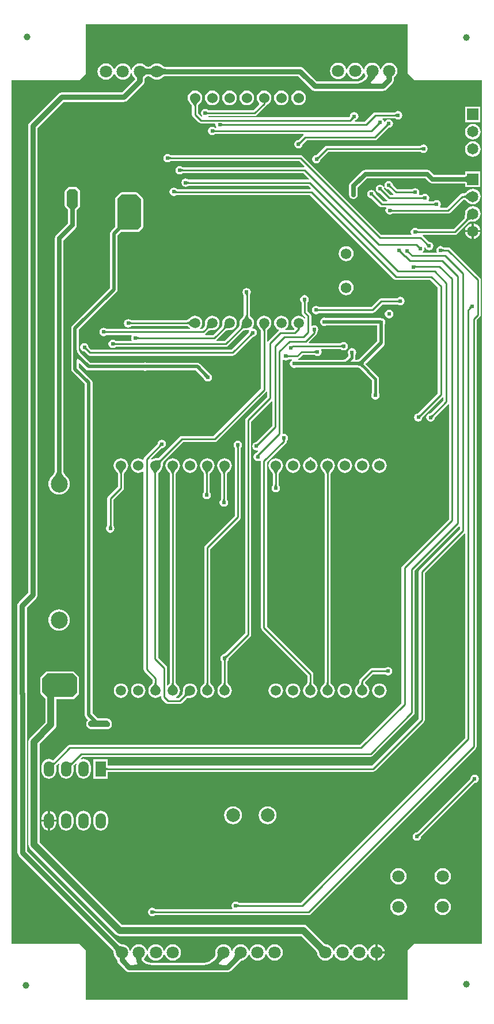
<source format=gbl>
G04*
G04 #@! TF.GenerationSoftware,Altium Limited,Altium Designer,18.1.11 (251)*
G04*
G04 Layer_Physical_Order=2*
G04 Layer_Color=16711680*
%FSTAX24Y24*%
%MOIN*%
G70*
G01*
G75*
%ADD11C,0.0150*%
%ADD20C,0.0100*%
%ADD33C,0.0394*%
%ADD71C,0.0250*%
%ADD72C,0.0200*%
%ADD73C,0.0300*%
%ADD74C,0.0984*%
%ADD75C,0.0709*%
%ADD76O,0.0600X0.0900*%
%ADD77R,0.0600X0.0900*%
%ADD78C,0.0709*%
%ADD79C,0.0620*%
%ADD80R,0.0650X0.0650*%
%ADD81C,0.0650*%
%ADD82C,0.0600*%
%ADD83C,0.0591*%
%ADD84C,0.0787*%
%ADD85C,0.0240*%
%ADD86C,0.0400*%
G36*
X114108Y11965D02*
X114477Y119281D01*
X118386Y119281D01*
Y069412D01*
X114477Y069412D01*
X114108Y069043D01*
X114108Y066173D01*
X095451D01*
X095451Y069043D01*
X095082Y069412D01*
X091173Y069412D01*
Y119288D01*
X095082Y119288D01*
X095451Y119657D01*
X095451Y12252D01*
X114108D01*
X114108Y11965D01*
D02*
G37*
%LPC*%
G36*
X113026Y120312D02*
X112903Y120295D01*
X112787Y120248D01*
X112688Y120172D01*
X112612Y120072D01*
X112564Y119957D01*
X112559Y119921D01*
X112509D01*
X112504Y119957D01*
X112456Y120072D01*
X11238Y120172D01*
X112281Y120248D01*
X112166Y120295D01*
X112042Y120312D01*
X111918Y120295D01*
X111803Y120248D01*
X111704Y120172D01*
X111628Y120072D01*
X11158Y119957D01*
X111575Y119921D01*
X111525D01*
X11152Y119957D01*
X111472Y120072D01*
X111396Y120172D01*
X111297Y120248D01*
X111182Y120295D01*
X111058Y120312D01*
X110934Y120295D01*
X110819Y120248D01*
X11072Y120172D01*
X110644Y120072D01*
X110596Y119957D01*
X110591Y119921D01*
X110541D01*
X110536Y119957D01*
X110488Y120072D01*
X110412Y120172D01*
X110313Y120248D01*
X110197Y120295D01*
X110074Y120312D01*
X10995Y120295D01*
X109834Y120248D01*
X109735Y120172D01*
X109659Y120072D01*
X109612Y119957D01*
X109595Y119833D01*
X109612Y119709D01*
X109659Y119594D01*
X109735Y119495D01*
X109834Y119419D01*
X10995Y119371D01*
X110074Y119355D01*
X110197Y119371D01*
X110313Y119419D01*
X110412Y119495D01*
X110488Y119594D01*
X110536Y119709D01*
X110541Y119746D01*
X110591D01*
X110596Y119709D01*
X110644Y119594D01*
X11072Y119495D01*
X110819Y119419D01*
X110934Y119371D01*
X111058Y119355D01*
X111182Y119371D01*
X111297Y119419D01*
X111396Y119495D01*
X111472Y119594D01*
X11152Y119709D01*
X111525Y119746D01*
X111575D01*
X11158Y119709D01*
X111628Y119594D01*
X111655Y119558D01*
X111658Y119552D01*
X111658Y119551D01*
X111657Y119547D01*
X11165Y119535D01*
X111639Y119519D01*
X111623Y1195D01*
X111601Y119477D01*
X111525Y119401D01*
X111487Y119365D01*
X111449Y119334D01*
X11141Y119308D01*
X11137Y119285D01*
X111329Y119266D01*
X111286Y119251D01*
X111242Y119238D01*
X111196Y11923D01*
X111148Y119224D01*
X111095Y119222D01*
X108823D01*
X108053Y119993D01*
X107996Y120036D01*
X10793Y120063D01*
X10786Y120072D01*
X100108D01*
X100077Y120073D01*
X10005Y120075D01*
X100025Y120079D01*
X100003Y120084D01*
X099984Y12009D01*
X099966Y120097D01*
X099951Y120105D01*
X099937Y120114D01*
X099924Y120123D01*
X099917Y12013D01*
X09991Y120138D01*
X099811Y120214D01*
X099696Y120262D01*
X099572Y120278D01*
X099448Y120262D01*
X099333Y120214D01*
X099234Y120138D01*
X099227Y12013D01*
X09922Y120123D01*
X099207Y120114D01*
X099194Y120105D01*
X099178Y120097D01*
X09916Y12009D01*
X099141Y120084D01*
X099119Y120079D01*
X099094Y120075D01*
X09908Y120074D01*
X099066Y120075D01*
X099041Y120079D01*
X099019Y120084D01*
X099Y12009D01*
X098982Y120097D01*
X098966Y120105D01*
X098952Y120114D01*
X09894Y120123D01*
X098933Y12013D01*
X098926Y120138D01*
X098827Y120214D01*
X098712Y120262D01*
X098588Y120278D01*
X098464Y120262D01*
X098349Y120214D01*
X09825Y120138D01*
X098173Y120039D01*
X098126Y119924D01*
X098121Y119887D01*
X09807D01*
X098066Y119924D01*
X098018Y120039D01*
X097942Y120138D01*
X097843Y120214D01*
X097727Y120262D01*
X097604Y120278D01*
X09748Y120262D01*
X097364Y120214D01*
X097265Y120138D01*
X097189Y120039D01*
X097141Y119924D01*
X097137Y119887D01*
X097086D01*
X097081Y119924D01*
X097034Y120039D01*
X096958Y120138D01*
X096859Y120214D01*
X096743Y120262D01*
X096619Y120278D01*
X096495Y120262D01*
X09638Y120214D01*
X096281Y120138D01*
X096205Y120039D01*
X096157Y119924D01*
X096141Y1198D01*
X096157Y119676D01*
X096205Y119561D01*
X096281Y119462D01*
X09638Y119386D01*
X096495Y119338D01*
X096619Y119322D01*
X096743Y119338D01*
X096859Y119386D01*
X096958Y119462D01*
X097034Y119561D01*
X097081Y119676D01*
X097086Y119713D01*
X097137D01*
X097141Y119676D01*
X097189Y119561D01*
X097265Y119462D01*
X097364Y119386D01*
X09748Y119338D01*
X097604Y119322D01*
X097727Y119338D01*
X097843Y119386D01*
X097942Y119462D01*
X098018Y119561D01*
X098066Y119676D01*
X09807Y119713D01*
X098121D01*
X098126Y119676D01*
X098173Y119561D01*
X09825Y119462D01*
X098269Y119447D01*
X09827Y119445D01*
X098271Y119444D01*
X098271Y119444D01*
X098281Y119435D01*
X098285Y119429D01*
X09829Y119421D01*
X098295Y119409D01*
X098301Y119394D01*
X098305Y119376D01*
X098309Y119355D01*
X098309Y119354D01*
X097542Y118587D01*
X094065D01*
X093995Y118578D01*
X093929Y118551D01*
X093872Y118508D01*
X092207Y116843D01*
X092164Y116786D01*
X092137Y11672D01*
X092128Y11665D01*
X092128Y089683D01*
X091577Y089133D01*
X091534Y089076D01*
X091507Y08901D01*
X091498Y08894D01*
Y08387D01*
X091507Y0838D01*
X091508Y083798D01*
Y07466D01*
X091517Y07459D01*
X091544Y074524D01*
X091587Y074467D01*
X0916Y074458D01*
X096971Y069086D01*
X096993Y069064D01*
X09701Y069043D01*
X097025Y069023D01*
X097037Y069004D01*
X097047Y068986D01*
X097054Y068969D01*
X09706Y068952D01*
X097063Y068936D01*
X097066Y06892D01*
X097066Y068911D01*
X097064Y0689D01*
X097081Y068776D01*
X097129Y068661D01*
X097205Y068562D01*
X097271Y068511D01*
Y068457D01*
X09728Y068387D01*
X097307Y068321D01*
X09735Y068265D01*
X097767Y067847D01*
X097824Y067804D01*
X09789Y067777D01*
X09796Y067768D01*
X10367D01*
X10374Y067777D01*
X103806Y067804D01*
X103863Y067847D01*
X104324Y068309D01*
X104347Y068331D01*
X104392Y068369D01*
X104412Y068383D01*
X104432Y068396D01*
X104451Y068407D01*
X104469Y068417D01*
X104487Y068424D01*
X104504Y068429D01*
X104525Y068435D01*
X104526Y068435D01*
X104545Y068438D01*
X104661Y068486D01*
X10476Y068562D01*
X104836Y068661D01*
X104884Y068776D01*
X104888Y068813D01*
X104939D01*
X104944Y068776D01*
X104991Y068661D01*
X105067Y068562D01*
X105167Y068486D01*
X105282Y068438D01*
X105406Y068422D01*
X10553Y068438D01*
X105645Y068486D01*
X105744Y068562D01*
X10582Y068661D01*
X105868Y068776D01*
X105873Y068813D01*
X105923D01*
X105928Y068776D01*
X105976Y068661D01*
X106052Y068562D01*
X106151Y068486D01*
X106266Y068438D01*
X10639Y068422D01*
X106514Y068438D01*
X106629Y068486D01*
X106728Y068562D01*
X106804Y068661D01*
X106852Y068776D01*
X106868Y0689D01*
X106852Y069024D01*
X106804Y069139D01*
X106728Y069238D01*
X106629Y069314D01*
X106514Y069362D01*
X10639Y069378D01*
X106266Y069362D01*
X106151Y069314D01*
X106052Y069238D01*
X105976Y069139D01*
X105928Y069024D01*
X105923Y068987D01*
X105873D01*
X105868Y069024D01*
X10582Y069139D01*
X105744Y069238D01*
X105645Y069314D01*
X10553Y069362D01*
X105406Y069378D01*
X105282Y069362D01*
X105167Y069314D01*
X105067Y069238D01*
X104991Y069139D01*
X104944Y069024D01*
X104939Y068987D01*
X104888D01*
X104884Y069024D01*
X104836Y069139D01*
X10476Y069238D01*
X104661Y069314D01*
X104545Y069362D01*
X104421Y069378D01*
X104298Y069362D01*
X104182Y069314D01*
X104083Y069238D01*
X104007Y069139D01*
X103959Y069024D01*
X103955Y068987D01*
X103904D01*
X103899Y069024D01*
X103852Y069139D01*
X103776Y069238D01*
X103676Y069314D01*
X103561Y069362D01*
X103437Y069378D01*
X103313Y069362D01*
X103198Y069314D01*
X103099Y069238D01*
X103023Y069139D01*
X102975Y069024D01*
X102959Y0689D01*
X102971Y068811D01*
X10297Y068805D01*
X102973Y068786D01*
X102974Y068774D01*
X102973Y068763D01*
X10297Y06875D01*
X102966Y068737D01*
X102959Y068721D01*
X102949Y068705D01*
X102937Y068687D01*
X102921Y068667D01*
X102899Y068644D01*
X102745Y068491D01*
X102707Y068454D01*
X102669Y068424D01*
X10263Y068398D01*
X10259Y068375D01*
X102549Y068356D01*
X102506Y068341D01*
X102462Y068328D01*
X102416Y06832D01*
X102368Y068314D01*
X102315Y068312D01*
X099255D01*
X099202Y068314D01*
X099154Y06832D01*
X099108Y068328D01*
X099064Y068341D01*
X099021Y068356D01*
X09898Y068375D01*
X09894Y068398D01*
X098901Y068424D01*
X098863Y068454D01*
X098838Y068478D01*
X098834Y068521D01*
X098842Y068544D01*
X098865Y068562D01*
X098941Y068661D01*
X098989Y068776D01*
X098994Y068813D01*
X099045D01*
X099049Y068776D01*
X099097Y068661D01*
X099173Y068562D01*
X099272Y068486D01*
X099388Y068438D01*
X099511Y068422D01*
X099635Y068438D01*
X099751Y068486D01*
X09985Y068562D01*
X099926Y068661D01*
X099974Y068776D01*
X099978Y068813D01*
X100029D01*
X100034Y068776D01*
X100081Y068661D01*
X100157Y068562D01*
X100256Y068486D01*
X100372Y068438D01*
X100496Y068422D01*
X100619Y068438D01*
X100735Y068486D01*
X100834Y068562D01*
X10091Y068661D01*
X100958Y068776D01*
X100974Y0689D01*
X100958Y069024D01*
X10091Y069139D01*
X100834Y069238D01*
X100735Y069314D01*
X100619Y069362D01*
X100496Y069378D01*
X100372Y069362D01*
X100256Y069314D01*
X100157Y069238D01*
X100081Y069139D01*
X100034Y069024D01*
X100029Y068987D01*
X099978D01*
X099974Y069024D01*
X099926Y069139D01*
X09985Y069238D01*
X099751Y069314D01*
X099635Y069362D01*
X099511Y069378D01*
X099388Y069362D01*
X099272Y069314D01*
X099173Y069238D01*
X099097Y069139D01*
X099049Y069024D01*
X099045Y068987D01*
X098994D01*
X098989Y069024D01*
X098941Y069139D01*
X098865Y069238D01*
X098766Y069314D01*
X098651Y069362D01*
X098527Y069378D01*
X098403Y069362D01*
X098288Y069314D01*
X098189Y069238D01*
X098113Y069139D01*
X098065Y069024D01*
X09806Y068987D01*
X09801D01*
X098005Y069024D01*
X097957Y069139D01*
X097881Y069238D01*
X097782Y069314D01*
X097667Y069362D01*
X097543Y069378D01*
X097532Y069377D01*
X097523Y069377D01*
X097507Y06938D01*
X097491Y069383D01*
X097474Y069389D01*
X097457Y069396D01*
X097439Y069406D01*
X09742Y069418D01*
X0974Y069433D01*
X097379Y06945D01*
X097356Y069472D01*
X092052Y074776D01*
Y08387D01*
X092043Y08394D01*
X092042Y083942D01*
Y088827D01*
X092593Y089377D01*
X092636Y089434D01*
X092663Y0895D01*
X092672Y08957D01*
X092672Y116537D01*
X094178Y118043D01*
X097655D01*
X097725Y118052D01*
X097791Y118079D01*
X097848Y118122D01*
X09878Y119055D01*
X098824Y119112D01*
X098851Y119177D01*
X09886Y119248D01*
Y119264D01*
X098861Y119299D01*
X098863Y119328D01*
X098866Y119354D01*
X09887Y119376D01*
X098875Y119394D01*
X09888Y119409D01*
X098886Y119421D01*
X098891Y119429D01*
X098895Y119435D01*
X098905Y119444D01*
X098905Y119444D01*
X098905Y119445D01*
X098906Y119447D01*
X098926Y119462D01*
X098933Y11947D01*
X09894Y119477D01*
X098952Y119486D01*
X098966Y119495D01*
X098982Y119503D01*
X099Y11951D01*
X099019Y119516D01*
X099041Y119521D01*
X099066Y119525D01*
X09908Y119526D01*
X099094Y119525D01*
X099119Y119521D01*
X099141Y119516D01*
X09916Y11951D01*
X099178Y119503D01*
X099194Y119495D01*
X099207Y119486D01*
X09922Y119477D01*
X099227Y11947D01*
X099234Y119462D01*
X099333Y119386D01*
X099448Y119338D01*
X099572Y119322D01*
X099696Y119338D01*
X099811Y119386D01*
X09991Y119462D01*
X099917Y11947D01*
X099924Y119477D01*
X099937Y119486D01*
X099951Y119495D01*
X099966Y119503D01*
X099984Y11951D01*
X100003Y119516D01*
X100025Y119521D01*
X10005Y119525D01*
X100077Y119527D01*
X100108Y119528D01*
X107747D01*
X108517Y118757D01*
X108574Y118714D01*
X10864Y118687D01*
X10871Y118678D01*
X11265D01*
X11272Y118687D01*
X112786Y118714D01*
X112843Y118757D01*
X113219Y119134D01*
X113262Y11919D01*
X113289Y119256D01*
X113298Y119323D01*
X113299Y119325D01*
X113299Y119359D01*
X113301Y119414D01*
X113304Y119449D01*
X113365Y119495D01*
X113441Y119594D01*
X113489Y119709D01*
X113505Y119833D01*
X113489Y119957D01*
X113441Y120072D01*
X113365Y120172D01*
X113266Y120248D01*
X11315Y120295D01*
X113026Y120312D01*
D02*
G37*
G36*
X10778Y118695D02*
X10767Y118681D01*
X107568Y118639D01*
X10748Y118571D01*
X107413Y118483D01*
X10737Y118381D01*
X107356Y118272D01*
X10737Y118162D01*
X107413Y11806D01*
X10748Y117972D01*
X107568Y117905D01*
X10767Y117862D01*
X10778Y117848D01*
X107889Y117862D01*
X107991Y117905D01*
X108079Y117972D01*
X108146Y11806D01*
X108189Y118162D01*
X108203Y118272D01*
X108189Y118381D01*
X108146Y118483D01*
X108079Y118571D01*
X107991Y118639D01*
X107889Y118681D01*
X10778Y118695D01*
D02*
G37*
G36*
X10678D02*
X10667Y118681D01*
X106568Y118639D01*
X10648Y118571D01*
X106413Y118483D01*
X10637Y118381D01*
X106356Y118272D01*
X10637Y118162D01*
X106413Y11806D01*
X10648Y117972D01*
X106568Y117905D01*
X10667Y117862D01*
X10678Y117848D01*
X106889Y117862D01*
X106991Y117905D01*
X107079Y117972D01*
X107146Y11806D01*
X107189Y118162D01*
X107203Y118272D01*
X107189Y118381D01*
X107146Y118483D01*
X107079Y118571D01*
X106991Y118639D01*
X106889Y118681D01*
X10678Y118695D01*
D02*
G37*
G36*
X10478D02*
X10467Y118681D01*
X104568Y118639D01*
X10448Y118571D01*
X104413Y118483D01*
X10437Y118381D01*
X104356Y118272D01*
X10437Y118162D01*
X104413Y11806D01*
X10448Y117972D01*
X104568Y117905D01*
X10467Y117862D01*
X10478Y117848D01*
X104889Y117862D01*
X104991Y117905D01*
X105079Y117972D01*
X105146Y11806D01*
X105189Y118162D01*
X105203Y118272D01*
X105189Y118381D01*
X105146Y118483D01*
X105079Y118571D01*
X104991Y118639D01*
X104889Y118681D01*
X10478Y118695D01*
D02*
G37*
G36*
X10378D02*
X10367Y118681D01*
X103568Y118639D01*
X10348Y118571D01*
X103413Y118483D01*
X10337Y118381D01*
X103356Y118272D01*
X10337Y118162D01*
X103413Y11806D01*
X10348Y117972D01*
X103568Y117905D01*
X10367Y117862D01*
X10378Y117848D01*
X103889Y117862D01*
X103991Y117905D01*
X104079Y117972D01*
X104146Y11806D01*
X104189Y118162D01*
X104203Y118272D01*
X104189Y118381D01*
X104146Y118483D01*
X104079Y118571D01*
X103991Y118639D01*
X103889Y118681D01*
X10378Y118695D01*
D02*
G37*
G36*
X10278D02*
X10267Y118681D01*
X102568Y118639D01*
X10248Y118571D01*
X102413Y118483D01*
X10237Y118381D01*
X102356Y118272D01*
X10237Y118162D01*
X102413Y11806D01*
X10248Y117972D01*
X102568Y117905D01*
X10267Y117862D01*
X10278Y117848D01*
X102889Y117862D01*
X102991Y117905D01*
X103079Y117972D01*
X103146Y11806D01*
X103189Y118162D01*
X103203Y118272D01*
X103189Y118381D01*
X103146Y118483D01*
X103079Y118571D01*
X102991Y118639D01*
X102889Y118681D01*
X10278Y118695D01*
D02*
G37*
G36*
X10578D02*
X10567Y118681D01*
X105568Y118639D01*
X10548Y118571D01*
X105413Y118483D01*
X10537Y118381D01*
X105356Y118272D01*
X10537Y118162D01*
X105413Y11806D01*
X10548Y117972D01*
X105499Y117957D01*
X105502Y117908D01*
X105158Y117563D01*
X102543D01*
X102464Y117616D01*
X10237Y117635D01*
X102276Y117616D01*
X102197Y117563D01*
X102144Y117484D01*
X102125Y11739D01*
X102144Y117296D01*
X102184Y117236D01*
X102169Y117184D01*
X102166Y11718D01*
X102157Y117178D01*
X101953Y117382D01*
Y117802D01*
X101954Y117807D01*
X101958Y117818D01*
X101964Y117833D01*
X101974Y11785D01*
X101987Y11787D01*
X102003Y117891D01*
X102049Y117943D01*
X102072Y117966D01*
X102079Y117972D01*
X102146Y11806D01*
X102189Y118162D01*
X102203Y118272D01*
X102189Y118381D01*
X102146Y118483D01*
X102079Y118571D01*
X101991Y118639D01*
X101889Y118681D01*
X10178Y118695D01*
X10167Y118681D01*
X101568Y118639D01*
X10148Y118571D01*
X101413Y118483D01*
X10137Y118381D01*
X101356Y118272D01*
X10137Y118162D01*
X101413Y11806D01*
X10148Y117972D01*
X101488Y117966D01*
X10151Y117943D01*
X101556Y117891D01*
X101572Y11787D01*
X101585Y11785D01*
X101595Y117833D01*
X101601Y117818D01*
X101605Y117807D01*
X101606Y117802D01*
Y11731D01*
X101619Y117244D01*
X101657Y117188D01*
X101987Y116857D01*
X102044Y11682D01*
X10211Y116807D01*
X102941D01*
X102973Y116768D01*
X102965Y11673D01*
X102984Y116636D01*
X103015Y11659D01*
X102993Y116545D01*
X102947Y116537D01*
X102874Y116586D01*
X10278Y116605D01*
X102686Y116586D01*
X102607Y116533D01*
X102554Y116454D01*
X102535Y11636D01*
X102554Y116266D01*
X102607Y116187D01*
X102686Y116134D01*
X10278Y116115D01*
X102874Y116134D01*
X102953Y116187D01*
X108053D01*
X108069Y116137D01*
X108047Y116123D01*
X107769Y115845D01*
X107676Y115826D01*
X107597Y115773D01*
X107544Y115694D01*
X107525Y1156D01*
X107544Y115506D01*
X107597Y115427D01*
X107676Y115374D01*
X10777Y115355D01*
X107864Y115374D01*
X107943Y115427D01*
X107996Y115506D01*
X108015Y115599D01*
X108242Y115827D01*
X1122D01*
X112266Y11584D01*
X112323Y115877D01*
X113001Y116555D01*
X113094Y116574D01*
X113173Y116627D01*
X113226Y116706D01*
X113245Y1168D01*
X113226Y116894D01*
X113173Y116973D01*
X113094Y117026D01*
X113Y117045D01*
X112906Y117026D01*
X112827Y116973D01*
X112776Y116897D01*
X112762Y116896D01*
X112724Y116901D01*
X112716Y116944D01*
X112663Y117023D01*
X112628Y117047D01*
X112643Y117097D01*
X113367D01*
X113446Y117044D01*
X11354Y117025D01*
X113634Y117044D01*
X113713Y117097D01*
X113766Y117176D01*
X113785Y11727D01*
X113766Y117364D01*
X113713Y117443D01*
X113634Y117496D01*
X11354Y117515D01*
X113446Y117496D01*
X113367Y117443D01*
X11222D01*
X112154Y11743D01*
X112097Y117393D01*
X111608Y116903D01*
X111046D01*
X111018Y116953D01*
X111028Y116971D01*
X111094Y116984D01*
X111173Y117037D01*
X111226Y117116D01*
X111245Y11721D01*
X111226Y117304D01*
X111173Y117383D01*
X111094Y117436D01*
X111Y117455D01*
X110906Y117436D01*
X110827Y117383D01*
X110774Y117304D01*
X110755Y117211D01*
X110698Y117153D01*
X102583D01*
X10256Y117203D01*
X102571Y117217D01*
X10523D01*
X105296Y11723D01*
X105353Y117267D01*
X105902Y117817D01*
X10594Y117873D01*
X105942Y117884D01*
X105991Y117905D01*
X106079Y117972D01*
X106146Y11806D01*
X106189Y118162D01*
X106203Y118272D01*
X106189Y118381D01*
X106146Y118483D01*
X106079Y118571D01*
X105991Y118639D01*
X105889Y118681D01*
X10578Y118695D01*
D02*
G37*
G36*
X118305Y117765D02*
X117415D01*
Y116875D01*
X118305D01*
Y117765D01*
D02*
G37*
G36*
X11786Y116769D02*
X117744Y116753D01*
X117636Y116709D01*
X117543Y116637D01*
X117471Y116544D01*
X117427Y116436D01*
X117411Y11632D01*
X117427Y116204D01*
X117471Y116096D01*
X117543Y116003D01*
X117636Y115931D01*
X117744Y115887D01*
X11786Y115871D01*
X117976Y115887D01*
X118084Y115931D01*
X118177Y116003D01*
X118249Y116096D01*
X118293Y116204D01*
X118309Y11632D01*
X118293Y116436D01*
X118249Y116544D01*
X118177Y116637D01*
X118084Y116709D01*
X117976Y116753D01*
X11786Y116769D01*
D02*
G37*
G36*
X11501Y115585D02*
X114916Y115566D01*
X114837Y115513D01*
X10942D01*
X109354Y1155D01*
X109297Y115463D01*
X108809Y114975D01*
X108716Y114956D01*
X108637Y114903D01*
X108584Y114824D01*
X108565Y11473D01*
X108584Y114636D01*
X108637Y114557D01*
X108716Y114504D01*
X10881Y114485D01*
X108904Y114504D01*
X108983Y114557D01*
X109036Y114636D01*
X109055Y114729D01*
X109492Y115167D01*
X114837D01*
X114916Y115114D01*
X11501Y115095D01*
X115104Y115114D01*
X115183Y115167D01*
X115236Y115246D01*
X115255Y11534D01*
X115236Y115434D01*
X115183Y115513D01*
X115104Y115566D01*
X11501Y115585D01*
D02*
G37*
G36*
X11786Y115769D02*
X117744Y115753D01*
X117636Y115709D01*
X117543Y115637D01*
X117471Y115544D01*
X117427Y115436D01*
X117411Y11532D01*
X117427Y115204D01*
X117471Y115096D01*
X117543Y115003D01*
X117636Y114931D01*
X117744Y114887D01*
X11786Y114871D01*
X117976Y114887D01*
X118084Y114931D01*
X118177Y115003D01*
X118249Y115096D01*
X118293Y115204D01*
X118309Y11532D01*
X118293Y115436D01*
X118249Y115544D01*
X118177Y115637D01*
X118084Y115709D01*
X117976Y115753D01*
X11786Y115769D01*
D02*
G37*
G36*
X1002Y115045D02*
X100106Y115026D01*
X100027Y114973D01*
X099974Y114894D01*
X099955Y1148D01*
X099974Y114706D01*
X100027Y114627D01*
X100106Y114574D01*
X1002Y114555D01*
X100294Y114574D01*
X100373Y114627D01*
X107808D01*
X108112Y114323D01*
X108091Y114273D01*
X101073D01*
X100994Y114326D01*
X1009Y114345D01*
X100806Y114326D01*
X100727Y114273D01*
X100674Y114194D01*
X100655Y1141D01*
X100674Y114006D01*
X100727Y113927D01*
X100806Y113874D01*
X1009Y113855D01*
X100994Y113874D01*
X101073Y113927D01*
X108068D01*
X108392Y113603D01*
X108371Y113553D01*
X101413D01*
X101334Y113606D01*
X10124Y113625D01*
X101146Y113606D01*
X101067Y113553D01*
X101014Y113474D01*
X100995Y11338D01*
X101014Y113286D01*
X101067Y113207D01*
X101146Y113154D01*
X10124Y113135D01*
X101334Y113154D01*
X101413Y113207D01*
X108338D01*
X108492Y113053D01*
X108471Y113003D01*
X100736D01*
X100723Y113023D01*
X100644Y113076D01*
X10055Y113095D01*
X100456Y113076D01*
X100377Y113023D01*
X100324Y112944D01*
X100305Y11285D01*
X100324Y112756D01*
X100377Y112677D01*
X100456Y112624D01*
X10055Y112605D01*
X100644Y112624D01*
X100678Y112647D01*
X100688Y112651D01*
X100692Y112654D01*
X100692Y112654D01*
X100693Y112654D01*
X100694Y112655D01*
X100696Y112655D01*
X100699Y112656D01*
X100701Y112656D01*
X100706Y112657D01*
X108438D01*
X113287Y107807D01*
X113287Y107807D01*
X113344Y10777D01*
X11341Y107757D01*
X115398D01*
X115837Y107318D01*
Y101192D01*
X114709Y100065D01*
X114616Y100046D01*
X114537Y099993D01*
X114484Y099914D01*
X114465Y09982D01*
X114484Y099726D01*
X114537Y099647D01*
X114616Y099594D01*
X11471Y099575D01*
X114804Y099594D01*
X114883Y099647D01*
X114936Y099726D01*
X114955Y099819D01*
X116107Y100972D01*
X116157Y100951D01*
Y100792D01*
X115419Y100055D01*
X115326Y100036D01*
X115247Y099983D01*
X115194Y099904D01*
X115175Y09981D01*
X115194Y099716D01*
X115247Y099637D01*
X115326Y099584D01*
X11542Y099565D01*
X115514Y099584D01*
X115593Y099637D01*
X115646Y099716D01*
X115665Y099809D01*
X11643Y100575D01*
X11648Y100554D01*
Y093935D01*
X113787Y091243D01*
X11375Y091186D01*
X113737Y09112D01*
Y083312D01*
X111318Y080893D01*
X09453D01*
X094464Y08088D01*
X094407Y080843D01*
X093566Y080001D01*
X093532Y080027D01*
X09343Y080069D01*
X09332Y080084D01*
X09321Y080069D01*
X093108Y080027D01*
X09302Y07996D01*
X092953Y079872D01*
X092911Y07977D01*
X092896Y07966D01*
Y07936D01*
X092911Y07925D01*
X092953Y079148D01*
X09302Y07906D01*
X093108Y078993D01*
X09321Y078951D01*
X09332Y078936D01*
X09343Y078951D01*
X093532Y078993D01*
X09362Y07906D01*
X093687Y079148D01*
X093729Y07925D01*
X093744Y07936D01*
Y07966D01*
X093741Y079683D01*
X093754Y079698D01*
X093879Y079824D01*
X093922Y079796D01*
X093911Y07977D01*
X093896Y07966D01*
Y07936D01*
X093911Y07925D01*
X093953Y079148D01*
X09402Y07906D01*
X094108Y078993D01*
X09421Y078951D01*
X09432Y078936D01*
X09443Y078951D01*
X094532Y078993D01*
X09462Y07906D01*
X094687Y079148D01*
X094729Y07925D01*
X094744Y07936D01*
Y07966D01*
X094741Y079683D01*
X094754Y079698D01*
X094879Y079824D01*
X094922Y079796D01*
X094911Y07977D01*
X094896Y07966D01*
Y07936D01*
X094911Y07925D01*
X094953Y079148D01*
X09502Y07906D01*
X095108Y078993D01*
X09521Y078951D01*
X09532Y078936D01*
X09543Y078951D01*
X095532Y078993D01*
X09562Y07906D01*
X095687Y079148D01*
X095729Y07925D01*
X095744Y07936D01*
Y07966D01*
X095729Y07977D01*
X095687Y079872D01*
X09562Y07996D01*
X095532Y080027D01*
X09543Y080069D01*
X09532Y080084D01*
X09521Y080069D01*
X095184Y080058D01*
X095156Y080101D01*
X095262Y080207D01*
X11195D01*
X112016Y08022D01*
X112073Y080257D01*
X114453Y082637D01*
X11449Y082694D01*
X114503Y08276D01*
Y090968D01*
X117067Y093532D01*
X117117Y093511D01*
Y093352D01*
X114787Y091023D01*
X11475Y090966D01*
X114737Y0909D01*
Y082392D01*
X112028Y079683D01*
X09674D01*
Y08008D01*
X0959D01*
Y07894D01*
X09674D01*
Y079337D01*
X1121D01*
X112166Y07935D01*
X112223Y079387D01*
X115033Y082197D01*
X11507Y082254D01*
X115083Y08232D01*
Y090828D01*
X117377Y093122D01*
X117427Y093101D01*
Y081286D01*
X107914Y071773D01*
X104313D01*
X104234Y071826D01*
X10414Y071845D01*
X104046Y071826D01*
X103967Y071773D01*
X103914Y071694D01*
X103895Y0716D01*
X103914Y071506D01*
X103945Y07146D01*
X103918Y07141D01*
X099479D01*
X0994Y071462D01*
X099306Y071481D01*
X099213Y071462D01*
X099133Y071409D01*
X09908Y07133D01*
X099062Y071236D01*
X09908Y071143D01*
X099133Y071063D01*
X099213Y07101D01*
X099306Y070992D01*
X0994Y07101D01*
X099479Y071063D01*
X108356D01*
X108423Y071076D01*
X108479Y071114D01*
X118033Y080667D01*
X11807Y080724D01*
X118083Y08079D01*
X118083Y105435D01*
X118273Y105624D01*
X11831Y10568D01*
X118323Y105746D01*
Y10775D01*
X11831Y107816D01*
X118273Y107873D01*
X116553Y109593D01*
X116496Y10963D01*
X11643Y109643D01*
X116173D01*
X116094Y109696D01*
X116Y109715D01*
X115906Y109696D01*
X115827Y109643D01*
X115774Y109564D01*
X115755Y10947D01*
X115774Y109376D01*
X11578Y109367D01*
X115756Y109323D01*
X114958D01*
X114943Y109373D01*
X114993Y109407D01*
X115046Y109486D01*
X115065Y10958D01*
X115056Y109623D01*
X115057Y109628D01*
X1151Y109656D01*
X115109Y10965D01*
X115114Y109626D01*
X115167Y109547D01*
X115246Y109494D01*
X11534Y109475D01*
X115434Y109494D01*
X115513Y109547D01*
X115566Y109626D01*
X115585Y10972D01*
X115566Y109814D01*
X115513Y109893D01*
X115434Y109946D01*
X11534Y109965D01*
X115315Y10996D01*
X114963Y110312D01*
X114964Y110316D01*
X114979Y110362D01*
X116815D01*
X116881Y110375D01*
X116938Y110412D01*
X117622Y111097D01*
X117628Y111101D01*
X11764Y111106D01*
X117657Y111112D01*
X117679Y111118D01*
X117705Y111124D01*
X117735Y111128D01*
X117813Y111133D01*
X117849Y111133D01*
X11786Y111131D01*
X117976Y111147D01*
X118084Y111191D01*
X118177Y111263D01*
X118249Y111356D01*
X118293Y111464D01*
X118309Y11158D01*
X118293Y111696D01*
X118249Y111804D01*
X118177Y111897D01*
X118084Y111969D01*
X117976Y112013D01*
X11786Y112029D01*
X117744Y112013D01*
X117636Y111969D01*
X117543Y111897D01*
X117471Y111804D01*
X117427Y111696D01*
X117411Y11158D01*
X117413Y111569D01*
X117413Y111533D01*
X117408Y111455D01*
X117404Y111425D01*
X117398Y111399D01*
X117392Y111377D01*
X117386Y11136D01*
X117381Y111348D01*
X117377Y111342D01*
X116743Y110708D01*
X114688D01*
X114609Y110761D01*
X114515Y11078D01*
X114421Y110761D01*
X114342Y110708D01*
X114289Y110629D01*
X11427Y110535D01*
X114289Y110441D01*
X114312Y110407D01*
X114288Y110363D01*
X112562D01*
X108003Y114923D01*
X107946Y11496D01*
X10788Y114973D01*
X100373D01*
X100294Y115026D01*
X1002Y115045D01*
D02*
G37*
G36*
X11522Y11413D02*
X111645D01*
X111549Y114111D01*
X111468Y114057D01*
X110773Y113362D01*
X110719Y113281D01*
X1107Y113185D01*
Y11268D01*
X110719Y112584D01*
X110773Y112503D01*
X110854Y112449D01*
X11095Y11243D01*
X111046Y112449D01*
X111127Y112503D01*
X111181Y112584D01*
X1112Y11268D01*
Y113082D01*
X111748Y11363D01*
X115117D01*
X115343Y113403D01*
X115424Y113349D01*
X11552Y11333D01*
X117342D01*
X117361Y113329D01*
X117389Y113324D01*
X117408Y113319D01*
X117415Y113316D01*
Y113135D01*
X118305D01*
Y114025D01*
X117415D01*
Y113844D01*
X117408Y113841D01*
X117389Y113836D01*
X117361Y113831D01*
X117342Y11383D01*
X115623D01*
X115397Y114057D01*
X115316Y114111D01*
X11522Y11413D01*
D02*
G37*
G36*
X113Y113475D02*
X112906Y113456D01*
X112827Y113403D01*
X112774Y113324D01*
X112755Y11323D01*
X112774Y113136D01*
X112827Y113057D01*
X112906Y113004D01*
X112999Y112985D01*
X113272Y112713D01*
X113251Y112663D01*
X113092D01*
X112735Y113021D01*
X112716Y113114D01*
X112663Y113193D01*
X112584Y113246D01*
X11249Y113265D01*
X112396Y113246D01*
X112317Y113193D01*
X112264Y113114D01*
X112245Y11302D01*
X112264Y112926D01*
X112317Y112847D01*
X112396Y112794D01*
X112489Y112775D01*
X112897Y112367D01*
X112919Y112353D01*
X112903Y112303D01*
X112662D01*
X112245Y112721D01*
X112226Y112814D01*
X112173Y112893D01*
X112094Y112946D01*
X112Y112965D01*
X111906Y112946D01*
X111827Y112893D01*
X111774Y112814D01*
X111755Y11272D01*
X111774Y112626D01*
X111827Y112547D01*
X111906Y112494D01*
X111999Y112475D01*
X112467Y112007D01*
X112524Y11197D01*
X11259Y111957D01*
X112819D01*
X112846Y111907D01*
X112824Y111874D01*
X112805Y11178D01*
X112824Y111686D01*
X112877Y111607D01*
X112956Y111554D01*
X11305Y111535D01*
X113144Y111554D01*
X113178Y111577D01*
X113188Y111581D01*
X113192Y111584D01*
X113192Y111584D01*
X113193Y111584D01*
X113194Y111585D01*
X113196Y111585D01*
X113199Y111586D01*
X113201Y111586D01*
X113206Y111587D01*
X11643D01*
X116496Y1116D01*
X116553Y111637D01*
X117322Y112407D01*
X11735D01*
X117357Y112405D01*
X11737Y112401D01*
X117386Y112393D01*
X117405Y112382D01*
X117428Y112367D01*
X117452Y112348D01*
X11751Y112297D01*
X117536Y112272D01*
X117543Y112263D01*
X117636Y112191D01*
X117744Y112147D01*
X11786Y112131D01*
X117976Y112147D01*
X118084Y112191D01*
X118177Y112263D01*
X118249Y112356D01*
X118293Y112464D01*
X118309Y11258D01*
X118293Y112696D01*
X118249Y112804D01*
X118177Y112897D01*
X118084Y112969D01*
X117976Y113013D01*
X11786Y113029D01*
X117744Y113013D01*
X117636Y112969D01*
X117543Y112897D01*
X117536Y112888D01*
X11751Y112863D01*
X117452Y112812D01*
X117428Y112793D01*
X117405Y112778D01*
X117386Y112767D01*
X11737Y112759D01*
X117357Y112755D01*
X11735Y112753D01*
X11725D01*
X117184Y11274D01*
X117127Y112703D01*
X116358Y111933D01*
X115987D01*
X115961Y111983D01*
X115996Y112036D01*
X116015Y11213D01*
X115996Y112224D01*
X115943Y112303D01*
X115864Y112356D01*
X11577Y112375D01*
X115676Y112356D01*
X115597Y112303D01*
X115324D01*
X115297Y112353D01*
X115326Y112396D01*
X115345Y11249D01*
X115326Y112584D01*
X115273Y112663D01*
X115194Y112716D01*
X1151Y112735D01*
X115006Y112716D01*
X114927Y112663D01*
X114767D01*
X114743Y112707D01*
X114756Y112726D01*
X114775Y11282D01*
X114756Y112914D01*
X114703Y112993D01*
X114624Y113046D01*
X11453Y113065D01*
X114436Y113046D01*
X114357Y112993D01*
X113482D01*
X113245Y113231D01*
X113226Y113324D01*
X113173Y113403D01*
X113094Y113456D01*
X113Y113475D01*
D02*
G37*
G36*
X11792Y111021D02*
Y11064D01*
X118301D01*
X118293Y110696D01*
X118249Y110804D01*
X118177Y110897D01*
X118084Y110969D01*
X117976Y111013D01*
X11792Y111021D01*
D02*
G37*
G36*
X1178D02*
X117744Y111013D01*
X117636Y110969D01*
X117543Y110897D01*
X117471Y110804D01*
X117427Y110696D01*
X117419Y11064D01*
X1178D01*
Y111021D01*
D02*
G37*
G36*
X118301Y11052D02*
X11792D01*
Y110139D01*
X117976Y110147D01*
X118084Y110191D01*
X118177Y110263D01*
X118249Y110356D01*
X118293Y110464D01*
X118301Y11052D01*
D02*
G37*
G36*
X1178D02*
X117419D01*
X117427Y110464D01*
X117471Y110356D01*
X117543Y110263D01*
X117636Y110191D01*
X117744Y110147D01*
X1178Y110139D01*
Y11052D01*
D02*
G37*
G36*
X11053Y109712D02*
X110418Y109697D01*
X110313Y109654D01*
X110223Y109585D01*
X110154Y109495D01*
X110111Y109391D01*
X110096Y109279D01*
X110111Y109166D01*
X110154Y109062D01*
X110223Y108972D01*
X110313Y108903D01*
X110418Y10886D01*
X11053Y108845D01*
X110642Y10886D01*
X110747Y108903D01*
X110837Y108972D01*
X110906Y109062D01*
X110949Y109166D01*
X110964Y109279D01*
X110949Y109391D01*
X110906Y109495D01*
X110837Y109585D01*
X110747Y109654D01*
X110642Y109697D01*
X11053Y109712D01*
D02*
G37*
G36*
Y107744D02*
X110418Y107729D01*
X110313Y107686D01*
X110223Y107617D01*
X110154Y107527D01*
X110111Y107422D01*
X110096Y10731D01*
X110111Y107198D01*
X110154Y107093D01*
X110223Y107003D01*
X110313Y106934D01*
X110418Y106891D01*
X11053Y106876D01*
X110642Y106891D01*
X110747Y106934D01*
X110837Y107003D01*
X110906Y107093D01*
X110949Y107198D01*
X110964Y10731D01*
X110949Y107422D01*
X110906Y107527D01*
X110837Y107617D01*
X110747Y107686D01*
X110642Y107729D01*
X11053Y107744D01*
D02*
G37*
G36*
X11367Y106785D02*
X113576Y106766D01*
X113497Y106713D01*
X113484Y106693D01*
X11256D01*
X112494Y10668D01*
X112437Y106643D01*
X111988Y106193D01*
X108963D01*
X108884Y106246D01*
X10879Y106265D01*
X108696Y106246D01*
X108617Y106193D01*
X108564Y106114D01*
X108545Y10602D01*
X108564Y105926D01*
X108617Y105847D01*
X108696Y105794D01*
X10879Y105775D01*
X108884Y105794D01*
X108963Y105847D01*
X11206D01*
X112126Y10586D01*
X112183Y105897D01*
X112632Y106347D01*
X113516D01*
X113517Y106347D01*
X113521Y106346D01*
X113524Y106345D01*
X113526Y106345D01*
X113527Y106344D01*
X113528Y106344D01*
X113528Y106344D01*
X113532Y106341D01*
X113542Y106337D01*
X113576Y106314D01*
X11367Y106295D01*
X113764Y106314D01*
X113843Y106367D01*
X113896Y106446D01*
X113915Y10654D01*
X113896Y106634D01*
X113843Y106713D01*
X113764Y106766D01*
X11367Y106785D01*
D02*
G37*
G36*
X11302Y106035D02*
X112926Y106016D01*
X112847Y105963D01*
X112794Y105884D01*
X112775Y10579D01*
X112794Y105696D01*
X112847Y105617D01*
X112926Y105564D01*
X11302Y105545D01*
X113114Y105564D01*
X113193Y105617D01*
X113246Y105696D01*
X113265Y10579D01*
X113246Y105884D01*
X113193Y105963D01*
X113114Y106016D01*
X11302Y106035D01*
D02*
G37*
G36*
X10812Y106885D02*
X108026Y106866D01*
X107947Y106813D01*
X107894Y106734D01*
X107875Y10664D01*
X107894Y106546D01*
X107947Y106467D01*
Y1059D01*
X10796Y105834D01*
X107997Y105777D01*
X108167Y105608D01*
Y105531D01*
X108117Y105514D01*
X108076Y105568D01*
X107989Y105634D01*
X107888Y105676D01*
X10778Y105691D01*
X107671Y105676D01*
X10757Y105634D01*
X107483Y105568D01*
X107417Y105481D01*
X107375Y10538D01*
X107361Y105272D01*
X107375Y105163D01*
X107417Y105062D01*
X107483Y104975D01*
X107513Y104953D01*
X107516Y104904D01*
X107482Y104868D01*
X107016D01*
X107001Y104918D01*
X107076Y104975D01*
X107142Y105062D01*
X107184Y105163D01*
X107198Y105272D01*
X107184Y10538D01*
X107142Y105481D01*
X107076Y105568D01*
X106989Y105634D01*
X106888Y105676D01*
X10678Y105691D01*
X106671Y105676D01*
X10657Y105634D01*
X106483Y105568D01*
X106417Y105481D01*
X106375Y10538D01*
X106361Y105272D01*
X106375Y105163D01*
X106417Y105062D01*
X106483Y104975D01*
X10657Y104909D01*
X106625Y104886D01*
X106631Y10483D01*
X106612Y104818D01*
X106017Y104223D01*
X106003Y104201D01*
X105953Y104216D01*
Y104809D01*
X105954Y104815D01*
X105958Y104825D01*
X105964Y104839D01*
X105973Y104856D01*
X105986Y104876D01*
X106002Y104896D01*
X106046Y104947D01*
X106068Y10497D01*
X106076Y104975D01*
X106142Y105062D01*
X106184Y105163D01*
X106198Y105272D01*
X106184Y10538D01*
X106142Y105481D01*
X106076Y105568D01*
X105989Y105634D01*
X105888Y105676D01*
X10578Y105691D01*
X105671Y105676D01*
X10557Y105634D01*
X105483Y105568D01*
X105417Y105481D01*
X105375Y10538D01*
X105361Y105272D01*
X105375Y105163D01*
X105417Y105062D01*
X105483Y104975D01*
X105491Y10497D01*
X105513Y104947D01*
X105558Y104896D01*
X105573Y104876D01*
X105586Y104856D01*
X105595Y104839D01*
X105601Y104825D01*
X105605Y104815D01*
X105606Y104809D01*
Y101481D01*
X102859Y098734D01*
X101029D01*
X100962Y098721D01*
X100906Y098683D01*
X099706Y097483D01*
X099701Y097479D01*
X09969Y097474D01*
X099675Y097469D01*
X099656Y097463D01*
X099633Y097459D01*
X099607Y097455D01*
X099537Y09745D01*
X099505Y09745D01*
X099496Y097451D01*
X099386Y097437D01*
X099284Y097394D01*
X099268Y097383D01*
X099235Y09742D01*
X099852Y098037D01*
X09986Y098035D01*
X099954Y098054D01*
X100033Y098107D01*
X100086Y098186D01*
X100105Y09828D01*
X100086Y098374D01*
X100033Y098453D01*
X099954Y098506D01*
X09986Y098525D01*
X099766Y098506D01*
X099687Y098453D01*
X099634Y098374D01*
X09962Y098301D01*
X099618Y098297D01*
X099618Y098294D01*
X099618Y098293D01*
X099616Y098291D01*
X099616Y098291D01*
X098857Y097533D01*
X09882Y097476D01*
X098807Y09741D01*
Y097381D01*
X098757Y097357D01*
X098707Y097394D01*
X098605Y097437D01*
X098496Y097451D01*
X098386Y097437D01*
X098284Y097394D01*
X098196Y097327D01*
X098129Y097239D01*
X098086Y097137D01*
X098072Y097028D01*
X098086Y096918D01*
X098129Y096816D01*
X098196Y096728D01*
X098284Y096661D01*
X098386Y096618D01*
X098496Y096604D01*
X098605Y096618D01*
X098707Y096661D01*
X098757Y096698D01*
X098807Y096674D01*
Y08525D01*
X09882Y085184D01*
X098857Y085127D01*
X099322Y084663D01*
Y08449D01*
X099321Y084485D01*
X099318Y084474D01*
X099311Y08446D01*
X099302Y084443D01*
X099289Y084424D01*
X099274Y084403D01*
X099229Y084352D01*
X099207Y084329D01*
X099199Y084324D01*
X099133Y084237D01*
X099091Y084136D01*
X099077Y084028D01*
X099091Y083919D01*
X099133Y083818D01*
X099199Y083731D01*
X099286Y083665D01*
X099387Y083623D01*
X099496Y083609D01*
X099604Y083623D01*
X099705Y083665D01*
X099767Y083712D01*
X099817Y083687D01*
Y08366D01*
X09983Y083594D01*
X099867Y083537D01*
X100097Y083307D01*
X100154Y08327D01*
X10022Y083257D01*
X100898D01*
X100964Y08327D01*
X101021Y083307D01*
X101291Y083578D01*
X101296Y083581D01*
X101306Y083586D01*
X10132Y083591D01*
X101339Y083597D01*
X101362Y083601D01*
X101387Y083605D01*
X101455Y08361D01*
X101487Y08361D01*
X101496Y083609D01*
X101604Y083623D01*
X101705Y083665D01*
X101792Y083731D01*
X101858Y083818D01*
X1019Y083919D01*
X101915Y084028D01*
X1019Y084136D01*
X101858Y084237D01*
X101792Y084324D01*
X101705Y08439D01*
X101604Y084432D01*
X101496Y084446D01*
X101387Y084432D01*
X101286Y08439D01*
X101199Y084324D01*
X101133Y084237D01*
X101091Y084136D01*
X101077Y084028D01*
X101078Y084018D01*
X101078Y083987D01*
X101073Y083919D01*
X10107Y083894D01*
X101065Y083871D01*
X10106Y083852D01*
X101054Y083838D01*
X101049Y083828D01*
X101046Y083823D01*
X100826Y083603D01*
X100687D01*
X100677Y083653D01*
X100705Y083665D01*
X100792Y083731D01*
X100858Y083818D01*
X1009Y083919D01*
X100915Y084028D01*
X1009Y084136D01*
X100858Y084237D01*
X100792Y084324D01*
X100785Y084329D01*
X100762Y084352D01*
X100718Y084403D01*
X100702Y084424D01*
X100689Y084443D01*
X10068Y08446D01*
X100674Y084474D01*
X10067Y084485D01*
X100669Y08449D01*
Y096557D01*
X10067Y096563D01*
X100674Y096574D01*
X10068Y096588D01*
X10069Y096606D01*
X100703Y096626D01*
X100719Y096647D01*
X100765Y096699D01*
X100788Y096722D01*
X100795Y096728D01*
X100863Y096816D01*
X100905Y096918D01*
X100919Y097028D01*
X100905Y097137D01*
X100863Y097239D01*
X100795Y097327D01*
X100707Y097394D01*
X100605Y097437D01*
X100496Y097451D01*
X100386Y097437D01*
X100284Y097394D01*
X100196Y097327D01*
X100129Y097239D01*
X100086Y097137D01*
X100072Y097028D01*
X100086Y096918D01*
X100129Y096816D01*
X100196Y096728D01*
X100204Y096722D01*
X100226Y096699D01*
X100272Y096647D01*
X100288Y096626D01*
X100301Y096606D01*
X100311Y096588D01*
X100317Y096574D01*
X100321Y096563D01*
X100322Y096557D01*
Y08449D01*
X100321Y084485D01*
X100318Y084474D01*
X100311Y08446D01*
X100302Y084443D01*
X100289Y084424D01*
X100274Y084403D01*
X100229Y084352D01*
X100213Y084336D01*
X100186Y084341D01*
X100163Y084353D01*
Y08534D01*
X10015Y085406D01*
X100113Y085463D01*
X099643Y085932D01*
Y096554D01*
X099645Y09656D01*
X099648Y09657D01*
X099654Y096582D01*
X099663Y096597D01*
X099676Y096615D01*
X099692Y096633D01*
X099738Y096679D01*
X099766Y096703D01*
X099771Y09671D01*
X099795Y096728D01*
X099863Y096816D01*
X099905Y096918D01*
X099919Y097028D01*
X099918Y097037D01*
X099918Y097069D01*
X099923Y097139D01*
X099927Y097165D01*
X099931Y097188D01*
X099937Y097207D01*
X099942Y097222D01*
X099947Y097232D01*
X099951Y097237D01*
X1011Y098387D01*
X102931D01*
X102997Y0984D01*
X103053Y098438D01*
X105902Y101287D01*
X105917Y101309D01*
X105967Y101294D01*
Y101012D01*
X104727Y099773D01*
X10469Y099716D01*
X104677Y09965D01*
Y08733D01*
X103495Y086149D01*
X103402Y08613D01*
X103323Y086077D01*
X10327Y085998D01*
X103251Y085904D01*
X10327Y085811D01*
X103322Y085732D01*
Y08449D01*
X103321Y084485D01*
X103318Y084474D01*
X103311Y08446D01*
X103302Y084443D01*
X103289Y084424D01*
X103274Y084403D01*
X103229Y084352D01*
X103207Y084329D01*
X103199Y084324D01*
X103133Y084237D01*
X103091Y084136D01*
X103077Y084028D01*
X103091Y083919D01*
X103133Y083818D01*
X103199Y083731D01*
X103286Y083665D01*
X103387Y083623D01*
X103496Y083609D01*
X103604Y083623D01*
X103705Y083665D01*
X103792Y083731D01*
X103858Y083818D01*
X1039Y083919D01*
X103915Y084028D01*
X1039Y084136D01*
X103858Y084237D01*
X103792Y084324D01*
X103785Y084329D01*
X103762Y084352D01*
X103718Y084403D01*
X103702Y084424D01*
X103689Y084443D01*
X10368Y08446D01*
X103674Y084474D01*
X10367Y084485D01*
X103669Y08449D01*
Y085732D01*
X103722Y085811D01*
X10374Y085904D01*
X104973Y087136D01*
X10501Y087192D01*
X105023Y087259D01*
Y099578D01*
X10621Y100765D01*
X106257Y100746D01*
Y099332D01*
X10532Y098395D01*
X105319Y098395D01*
X105317Y098393D01*
X105315Y098392D01*
X105314Y098391D01*
X105313Y098391D01*
X105309Y09839D01*
X105298Y098386D01*
X105246Y098376D01*
X105167Y098323D01*
X105114Y098244D01*
X105095Y09815D01*
X105114Y098056D01*
X105167Y097977D01*
X105246Y097924D01*
X10534Y097905D01*
X105414Y09792D01*
X105439Y097874D01*
X105333Y097768D01*
X105325Y097761D01*
X105322Y097759D01*
X105319Y097757D01*
X105316Y097756D01*
X105237Y097703D01*
X105184Y097624D01*
X105165Y09753D01*
X105184Y097436D01*
X105237Y097357D01*
X105316Y097304D01*
X10541Y097285D01*
X105504Y097304D01*
X105555Y097338D01*
X1056Y097308D01*
X105597Y09729D01*
Y087655D01*
X10561Y087588D01*
X105647Y087532D01*
X108284Y084896D01*
Y08449D01*
X108283Y084485D01*
X108279Y084474D01*
X108273Y08446D01*
X108263Y084443D01*
X10825Y084424D01*
X108235Y084403D01*
X10819Y084352D01*
X108168Y084329D01*
X108161Y084324D01*
X108094Y084237D01*
X108053Y084136D01*
X108038Y084028D01*
X108053Y083919D01*
X108094Y083818D01*
X108161Y083731D01*
X108248Y083665D01*
X108349Y083623D01*
X108457Y083609D01*
X108565Y083623D01*
X108667Y083665D01*
X108753Y083731D01*
X10882Y083818D01*
X108862Y083919D01*
X108876Y084028D01*
X108862Y084136D01*
X10882Y084237D01*
X108753Y084324D01*
X108746Y084329D01*
X108724Y084352D01*
X108679Y084403D01*
X108664Y084424D01*
X108651Y084443D01*
X108641Y08446D01*
X108635Y084474D01*
X108632Y084485D01*
X10863Y08449D01*
Y084968D01*
X108617Y085034D01*
X10858Y08509D01*
X105943Y087726D01*
Y097218D01*
X107043Y098317D01*
X10708Y098374D01*
X107093Y09844D01*
X107093Y09844D01*
Y098457D01*
X107146Y098536D01*
X107165Y09863D01*
X107146Y098724D01*
X107093Y098803D01*
X107014Y098856D01*
X10692Y098875D01*
X106893Y098869D01*
X106843Y09891D01*
Y103133D01*
X106893Y103159D01*
X106946Y103124D01*
X10704Y103105D01*
X107134Y103124D01*
X107213Y103177D01*
X107382D01*
X107397Y103127D01*
X107347Y103093D01*
X107294Y103014D01*
X107275Y10292D01*
X107294Y102826D01*
X107347Y102747D01*
X107426Y102694D01*
X10752Y102675D01*
X107614Y102694D01*
X107616Y102696D01*
X111188D01*
X111206Y102694D01*
X111233Y10269D01*
X111258Y102685D01*
X11128Y102678D01*
X1113Y10267D01*
X111319Y102661D01*
X111335Y102651D01*
X111347Y102642D01*
X112031Y101958D01*
Y101224D01*
X112004Y101184D01*
X111985Y10109D01*
X112004Y100996D01*
X112057Y100917D01*
X112136Y100864D01*
X11223Y100845D01*
X112324Y100864D01*
X112403Y100917D01*
X112456Y100996D01*
X112475Y10109D01*
X112456Y101184D01*
X112429Y101224D01*
Y10204D01*
X112414Y102116D01*
X112371Y102181D01*
X111659Y102892D01*
X111657Y102895D01*
X111658Y102898D01*
X111662Y102906D01*
X11167Y10292D01*
X111679Y102932D01*
X112709Y103961D01*
X112757Y104034D01*
X112774Y10412D01*
Y105214D01*
X112776Y105216D01*
X112795Y10531D01*
X112776Y105404D01*
X112723Y105483D01*
X112644Y105536D01*
X112614Y105542D01*
X112606Y105547D01*
X11252Y105564D01*
X109366D01*
X109364Y105566D01*
X10927Y105585D01*
X109176Y105566D01*
X109097Y105513D01*
X109044Y105434D01*
X109025Y10534D01*
X109044Y105246D01*
X109097Y105167D01*
X109176Y105114D01*
X10927Y105095D01*
X109364Y105114D01*
X109366Y105116D01*
X112326D01*
Y104213D01*
X111336Y103223D01*
X111318Y103209D01*
X111295Y103193D01*
X111271Y10318D01*
X111247Y103168D01*
X111222Y103159D01*
X111196Y103152D01*
X111168Y103147D01*
X111146Y103144D01*
X111067D01*
X111043Y103188D01*
X111054Y103204D01*
X111069Y10328D01*
Y103436D01*
X111096Y103476D01*
X111115Y10357D01*
X111096Y103664D01*
X111043Y103743D01*
X110964Y103796D01*
X11087Y103815D01*
X110776Y103796D01*
X110697Y103743D01*
X110644Y103664D01*
X110625Y10357D01*
X110644Y103476D01*
X110671Y103436D01*
Y103362D01*
X110507Y103198D01*
X110495Y103189D01*
X110479Y103179D01*
X11046Y10317D01*
X11044Y103162D01*
X110418Y103155D01*
X110393Y10315D01*
X110366Y103146D01*
X110348Y103144D01*
X107781D01*
X107774Y103168D01*
X107773Y103194D01*
X107823Y103227D01*
X108022Y103427D01*
X108697D01*
X108776Y103374D01*
X10887Y103355D01*
X108964Y103374D01*
X109043Y103427D01*
X109096Y103506D01*
X109115Y1036D01*
X109096Y103694D01*
X109077Y103723D01*
X1091Y103767D01*
X11021D01*
X110217Y103757D01*
X110296Y103704D01*
X11039Y103685D01*
X110484Y103704D01*
X110563Y103757D01*
X110616Y103836D01*
X110635Y10393D01*
X110616Y104024D01*
X110563Y104103D01*
X110484Y104156D01*
X11039Y104175D01*
X110296Y104156D01*
X110244Y104121D01*
X110236Y104117D01*
X110233Y104115D01*
X110232Y104114D01*
X110231Y104114D01*
X110228Y104113D01*
X110227Y104113D01*
X108394D01*
X108375Y10416D01*
X108803Y104587D01*
X10884Y104644D01*
X108853Y10471D01*
Y104727D01*
X108906Y104806D01*
X108925Y1049D01*
X108906Y104994D01*
X108853Y105073D01*
X108774Y105126D01*
X10868Y105145D01*
X108586Y105126D01*
X108557Y105107D01*
X108513Y10513D01*
Y10568D01*
X1085Y105746D01*
X108463Y105803D01*
X108293Y105972D01*
Y106467D01*
X108346Y106546D01*
X108365Y10664D01*
X108346Y106734D01*
X108293Y106813D01*
X108214Y106866D01*
X10812Y106885D01*
D02*
G37*
G36*
X10477Y107295D02*
X104676Y107276D01*
X104597Y107223D01*
X104544Y107144D01*
X104525Y10705D01*
X104544Y106956D01*
X104597Y106877D01*
X104606Y106871D01*
Y105734D01*
X104605Y105729D01*
X104601Y105718D01*
X104595Y105704D01*
X104586Y105687D01*
X104573Y105668D01*
X104558Y105647D01*
X104513Y105596D01*
X104491Y105573D01*
X104483Y105568D01*
X104417Y105481D01*
X104375Y10538D01*
X104361Y105272D01*
X104362Y105263D01*
X104362Y105231D01*
X104357Y105163D01*
X104353Y105138D01*
X104349Y105115D01*
X104343Y105096D01*
X104338Y105082D01*
X104333Y105072D01*
X10433Y105067D01*
X103496Y104233D01*
X103054D01*
X10304Y104259D01*
X103036Y104283D01*
X103575Y104822D01*
X10358Y104825D01*
X10359Y10483D01*
X103604Y104836D01*
X103623Y104841D01*
X103646Y104845D01*
X103671Y104849D01*
X103739Y104854D01*
X10377Y104854D01*
X10378Y104853D01*
X103888Y104867D01*
X103989Y104909D01*
X104076Y104975D01*
X104142Y105062D01*
X104184Y105163D01*
X104198Y105272D01*
X104184Y10538D01*
X104142Y105481D01*
X104076Y105568D01*
X103989Y105634D01*
X103888Y105676D01*
X10378Y105691D01*
X103671Y105676D01*
X10357Y105634D01*
X103483Y105568D01*
X103417Y105481D01*
X103375Y10538D01*
X103361Y105272D01*
X103362Y105263D01*
X103362Y105231D01*
X103357Y105163D01*
X103353Y105138D01*
X103349Y105115D01*
X103343Y105096D01*
X103338Y105082D01*
X103333Y105072D01*
X10333Y105067D01*
X102836Y104573D01*
X102389D01*
X102374Y104623D01*
X10238Y104627D01*
X102575Y104822D01*
X10258Y104825D01*
X10259Y10483D01*
X102604Y104836D01*
X102623Y104841D01*
X102646Y104845D01*
X102671Y104849D01*
X102739Y104854D01*
X10277Y104854D01*
X10278Y104853D01*
X102888Y104867D01*
X102989Y104909D01*
X103076Y104975D01*
X103142Y105062D01*
X103184Y105163D01*
X103198Y105272D01*
X103184Y10538D01*
X103142Y105481D01*
X103076Y105568D01*
X102989Y105634D01*
X102888Y105676D01*
X10278Y105691D01*
X102671Y105676D01*
X10257Y105634D01*
X102483Y105568D01*
X102417Y105481D01*
X102375Y10538D01*
X102361Y105272D01*
X102362Y105263D01*
X102362Y105231D01*
X102357Y105163D01*
X102353Y105138D01*
X102349Y105115D01*
X102343Y105096D01*
X102338Y105082D01*
X102333Y105072D01*
X10233Y105067D01*
X102186Y104923D01*
X102086D01*
X102069Y104971D01*
X102076Y104975D01*
X102142Y105062D01*
X102184Y105163D01*
X102198Y105272D01*
X102184Y10538D01*
X102142Y105481D01*
X102076Y105568D01*
X101989Y105634D01*
X101888Y105676D01*
X10178Y105691D01*
X101671Y105676D01*
X10157Y105634D01*
X101483Y105568D01*
X101478Y105561D01*
X101455Y105538D01*
X101404Y105494D01*
X101383Y105478D01*
X101364Y105465D01*
X101347Y105456D01*
X101333Y10545D01*
X101323Y105446D01*
X101317Y105445D01*
X098062D01*
X098061Y105445D01*
X098057Y105446D01*
X098054Y105447D01*
X098052Y105447D01*
X098051Y105448D01*
X09805Y105448D01*
X09805Y105448D01*
X098046Y105451D01*
X098035Y105455D01*
X098004Y105476D01*
X09791Y105495D01*
X097816Y105476D01*
X097737Y105423D01*
X097684Y105344D01*
X097665Y10525D01*
X097684Y105156D01*
X097737Y105077D01*
X097816Y105024D01*
X09791Y105005D01*
X098004Y105024D01*
X098083Y105077D01*
X098097Y105098D01*
X101317D01*
X101323Y105097D01*
X101333Y105094D01*
X101347Y105087D01*
X101364Y105078D01*
X101383Y105065D01*
X101404Y10505D01*
X101455Y105005D01*
X101478Y104983D01*
X101483Y104975D01*
X10149Y104971D01*
X101474Y104923D01*
X096673D01*
X096594Y104976D01*
X0965Y104995D01*
X096406Y104976D01*
X096327Y104923D01*
X096274Y104844D01*
X096255Y10475D01*
X096274Y104656D01*
X096327Y104577D01*
X096406Y104524D01*
X0965Y104505D01*
X096594Y104524D01*
X096673Y104577D01*
X098099D01*
X098126Y104527D01*
X098104Y104494D01*
X098085Y1044D01*
X098104Y104306D01*
X098123Y104277D01*
X0981Y104233D01*
X097193D01*
X097114Y104286D01*
X09702Y104305D01*
X096926Y104286D01*
X096847Y104233D01*
X096794Y104154D01*
X096775Y10406D01*
X096794Y103966D01*
X096847Y103887D01*
X096926Y103834D01*
X09702Y103815D01*
X097114Y103834D01*
X097193Y103887D01*
X103568D01*
X103634Y1039D01*
X10369Y103937D01*
X104575Y104822D01*
X10458Y104825D01*
X10459Y10483D01*
X104604Y104836D01*
X104623Y104841D01*
X104646Y104845D01*
X104671Y104849D01*
X104739Y104854D01*
X10477Y104854D01*
X10478Y104853D01*
X104886Y104867D01*
X104891Y104862D01*
X104919Y104826D01*
X104904Y104804D01*
X104885Y104711D01*
X103898Y103723D01*
X095762D01*
X095625Y103861D01*
X095606Y103954D01*
X095553Y104033D01*
X095474Y104086D01*
X09538Y104105D01*
X095286Y104086D01*
X095207Y104033D01*
X095154Y103954D01*
X095135Y10386D01*
X095154Y103766D01*
X095207Y103687D01*
X095286Y103634D01*
X095379Y103615D01*
X095567Y103427D01*
X095624Y10339D01*
X09569Y103377D01*
X10397D01*
X104036Y10339D01*
X104093Y103427D01*
X105131Y104465D01*
X105224Y104484D01*
X105303Y104537D01*
X105356Y104616D01*
X105375Y10471D01*
X105356Y104804D01*
X105303Y104883D01*
X105224Y104936D01*
X10513Y104955D01*
X105121Y104953D01*
X105093Y104998D01*
X105142Y105062D01*
X105184Y105163D01*
X105198Y105272D01*
X105184Y10538D01*
X105142Y105481D01*
X105076Y105568D01*
X105068Y105573D01*
X105046Y105596D01*
X105002Y105647D01*
X104986Y105668D01*
X104973Y105687D01*
X104964Y105704D01*
X104958Y105718D01*
X104954Y105729D01*
X104953Y105734D01*
Y106887D01*
X104953Y106888D01*
X104953Y10689D01*
X104954Y106892D01*
X104954Y106892D01*
X104956Y106895D01*
X10496Y106903D01*
X104996Y106956D01*
X105015Y10705D01*
X104996Y107144D01*
X104943Y107223D01*
X104864Y107276D01*
X10477Y107295D01*
D02*
G37*
G36*
X09838Y112822D02*
X09754Y112822D01*
X097493Y112813D01*
X097453Y112787D01*
X097193Y112527D01*
X097167Y112487D01*
X097158Y11244D01*
X097158Y11082D01*
X097158Y110816D01*
X096921Y110579D01*
X096873Y110506D01*
X096856Y11042D01*
Y107303D01*
X094681Y105129D01*
X094633Y105056D01*
X094616Y10497D01*
Y10353D01*
Y10261D01*
X094633Y102524D01*
X094681Y102451D01*
X095406Y101727D01*
Y10074D01*
X095406Y08526D01*
Y08262D01*
X095423Y082534D01*
X095471Y082461D01*
X095587Y082345D01*
X095518Y082277D01*
X095492Y082237D01*
X095483Y08219D01*
Y08204D01*
X095492Y081993D01*
X095518Y081953D01*
X095628Y081843D01*
X095668Y081817D01*
X095715Y081808D01*
X096755D01*
X096802Y081817D01*
X096842Y081843D01*
X096932Y081933D01*
X096958Y081973D01*
X096967Y08202D01*
Y08218D01*
X096958Y082227D01*
X096932Y082267D01*
X096812Y082387D01*
X096772Y082413D01*
X096725Y082422D01*
X096145D01*
X095854Y082713D01*
Y08526D01*
X095854Y10074D01*
Y10182D01*
X095837Y101906D01*
X095789Y101979D01*
X095064Y102703D01*
Y102923D01*
X095111Y102942D01*
X095461Y102591D01*
X095534Y102543D01*
X09562Y102526D01*
X098794D01*
X098796Y102524D01*
X09889Y102505D01*
X098984Y102524D01*
X098986Y102526D01*
X101817D01*
X102303Y102039D01*
X102304Y102036D01*
X102357Y101957D01*
X102436Y101904D01*
X10253Y101885D01*
X102624Y101904D01*
X102703Y101957D01*
X102756Y102036D01*
X102775Y10213D01*
X102756Y102224D01*
X102703Y102303D01*
X102624Y102356D01*
X102621Y102357D01*
X102069Y102909D01*
X101996Y102957D01*
X10191Y102974D01*
X098986D01*
X098984Y102976D01*
X09889Y102995D01*
X098796Y102976D01*
X098794Y102974D01*
X095713D01*
X095143Y103544D01*
X095129Y103562D01*
X095113Y103585D01*
X0951Y103609D01*
X095088Y103633D01*
X095079Y103658D01*
X095072Y103684D01*
X095067Y103712D01*
X095064Y103734D01*
Y104877D01*
X097239Y107051D01*
X097287Y107124D01*
X097304Y10721D01*
Y110327D01*
X097505Y110528D01*
X09847Y110528D01*
X098517Y110537D01*
X098557Y110563D01*
X098747Y110753D01*
X098773Y110793D01*
X098782Y11084D01*
X098782Y11242D01*
X098773Y112467D01*
X098747Y112507D01*
X098467Y112787D01*
X098427Y112813D01*
X09838Y112822D01*
D02*
G37*
G36*
X112457Y097451D02*
X112347Y097437D01*
X112245Y097394D01*
X112158Y097327D01*
X11209Y097239D01*
X112048Y097137D01*
X112033Y097028D01*
X112048Y096918D01*
X11209Y096816D01*
X112158Y096728D01*
X112245Y096661D01*
X112347Y096618D01*
X112457Y096604D01*
X112567Y096618D01*
X112669Y096661D01*
X112757Y096728D01*
X112824Y096816D01*
X112866Y096918D01*
X112881Y097028D01*
X112866Y097137D01*
X112824Y097239D01*
X112757Y097327D01*
X112669Y097394D01*
X112567Y097437D01*
X112457Y097451D01*
D02*
G37*
G36*
X111457D02*
X111347Y097437D01*
X111245Y097394D01*
X111158Y097327D01*
X11109Y097239D01*
X111048Y097137D01*
X111033Y097028D01*
X111048Y096918D01*
X11109Y096816D01*
X111158Y096728D01*
X111245Y096661D01*
X111347Y096618D01*
X111457Y096604D01*
X111567Y096618D01*
X111669Y096661D01*
X111757Y096728D01*
X111824Y096816D01*
X111866Y096918D01*
X111881Y097028D01*
X111866Y097137D01*
X111824Y097239D01*
X111757Y097327D01*
X111669Y097394D01*
X111567Y097437D01*
X111457Y097451D01*
D02*
G37*
G36*
X110457D02*
X110347Y097437D01*
X110245Y097394D01*
X110158Y097327D01*
X11009Y097239D01*
X110048Y097137D01*
X110033Y097028D01*
X110048Y096918D01*
X11009Y096816D01*
X110158Y096728D01*
X110245Y096661D01*
X110347Y096618D01*
X110457Y096604D01*
X110567Y096618D01*
X110669Y096661D01*
X110757Y096728D01*
X110824Y096816D01*
X110866Y096918D01*
X110881Y097028D01*
X110866Y097137D01*
X110824Y097239D01*
X110757Y097327D01*
X110669Y097394D01*
X110567Y097437D01*
X110457Y097451D01*
D02*
G37*
G36*
X108457Y097526D02*
X108391Y097513D01*
X108335Y097475D01*
X108297Y097419D01*
X108296Y097416D01*
X108245Y097394D01*
X108158Y097327D01*
X10809Y097239D01*
X108048Y097137D01*
X108033Y097028D01*
X108048Y096918D01*
X10809Y096816D01*
X108158Y096728D01*
X108245Y096661D01*
X108347Y096618D01*
X108457Y096604D01*
X108567Y096618D01*
X108669Y096661D01*
X108757Y096728D01*
X108824Y096816D01*
X108866Y096918D01*
X108881Y097028D01*
X108866Y097137D01*
X108824Y097239D01*
X108757Y097327D01*
X108669Y097394D01*
X108618Y097416D01*
X108617Y097419D01*
X10858Y097475D01*
X108523Y097513D01*
X108457Y097526D01*
D02*
G37*
G36*
X107457Y097451D02*
X107347Y097437D01*
X107245Y097394D01*
X107158Y097327D01*
X10709Y097239D01*
X107048Y097137D01*
X107033Y097028D01*
X107048Y096918D01*
X10709Y096816D01*
X107158Y096728D01*
X107245Y096661D01*
X107347Y096618D01*
X107457Y096604D01*
X107567Y096618D01*
X107669Y096661D01*
X107757Y096728D01*
X107824Y096816D01*
X107866Y096918D01*
X107881Y097028D01*
X107866Y097137D01*
X107824Y097239D01*
X107757Y097327D01*
X107669Y097394D01*
X107567Y097437D01*
X107457Y097451D01*
D02*
G37*
G36*
X101496D02*
X101386Y097437D01*
X101284Y097394D01*
X101196Y097327D01*
X101129Y097239D01*
X101086Y097137D01*
X101072Y097028D01*
X101086Y096918D01*
X101129Y096816D01*
X101196Y096728D01*
X101284Y096661D01*
X101386Y096618D01*
X101496Y096604D01*
X101605Y096618D01*
X101707Y096661D01*
X101795Y096728D01*
X101863Y096816D01*
X101905Y096918D01*
X101919Y097028D01*
X101905Y097137D01*
X101863Y097239D01*
X101795Y097327D01*
X101707Y097394D01*
X101605Y097437D01*
X101496Y097451D01*
D02*
G37*
G36*
X106457D02*
X106347Y097437D01*
X106245Y097394D01*
X106158Y097327D01*
X10609Y097239D01*
X106048Y097137D01*
X106033Y097028D01*
X106048Y096918D01*
X10609Y096816D01*
X106158Y096728D01*
X106165Y096722D01*
X106188Y096699D01*
X106234Y096647D01*
X106249Y096626D01*
X106263Y096606D01*
X106272Y096588D01*
X106279Y096574D01*
X106283Y096563D01*
X106284Y096557D01*
Y09591D01*
X106231Y095831D01*
X106212Y095737D01*
X106231Y095643D01*
X106284Y095564D01*
X106363Y095511D01*
X106457Y095492D01*
X106551Y095511D01*
X10663Y095564D01*
X106683Y095643D01*
X106702Y095737D01*
X106683Y095831D01*
X10663Y09591D01*
Y096557D01*
X106632Y096563D01*
X106635Y096574D01*
X106642Y096588D01*
X106652Y096606D01*
X106665Y096626D01*
X106681Y096647D01*
X106726Y096699D01*
X106749Y096722D01*
X106757Y096728D01*
X106824Y096816D01*
X106866Y096918D01*
X106881Y097028D01*
X106866Y097137D01*
X106824Y097239D01*
X106757Y097327D01*
X106669Y097394D01*
X106567Y097437D01*
X106457Y097451D01*
D02*
G37*
G36*
X09486Y113132D02*
X09452D01*
X094473Y113123D01*
X094433Y113097D01*
X094273Y112937D01*
X094247Y112897D01*
X094238Y11285D01*
Y11206D01*
X094247Y112013D01*
X094273Y111973D01*
X09443Y111817D01*
Y111023D01*
X093733Y110327D01*
X093679Y110246D01*
X09366Y11015D01*
Y096716D01*
X093656Y096692D01*
X093648Y096663D01*
X093637Y096631D01*
X093622Y096599D01*
X093602Y096565D01*
X093578Y09653D01*
X09355Y096493D01*
X093517Y096455D01*
X09348Y096417D01*
X093475Y096413D01*
X093399Y09632D01*
X093342Y096214D01*
X093307Y096098D01*
X093295Y095978D01*
X093307Y095858D01*
X093342Y095743D01*
X093399Y095636D01*
X093475Y095543D01*
X093568Y095467D01*
X093675Y09541D01*
X09379Y095375D01*
X09391Y095363D01*
X09403Y095375D01*
X094145Y09541D01*
X094252Y095467D01*
X094345Y095543D01*
X094421Y095636D01*
X094478Y095743D01*
X094513Y095858D01*
X094525Y095978D01*
X094513Y096098D01*
X094478Y096214D01*
X094421Y09632D01*
X094345Y096413D01*
X09434Y096417D01*
X094303Y096455D01*
X09427Y096493D01*
X094242Y09653D01*
X094218Y096565D01*
X094198Y096599D01*
X094183Y096631D01*
X094172Y096663D01*
X094164Y096692D01*
X09416Y096716D01*
Y110047D01*
X094857Y110743D01*
X094911Y110824D01*
X09493Y11092D01*
Y111797D01*
X095087Y111953D01*
X095113Y111993D01*
X095122Y11204D01*
Y11287D01*
X095113Y112917D01*
X095087Y112957D01*
X094947Y113097D01*
X094907Y113123D01*
X09486Y113132D01*
D02*
G37*
G36*
X102496Y097451D02*
X102386Y097437D01*
X102284Y097394D01*
X102196Y097327D01*
X102129Y097239D01*
X102086Y097137D01*
X102072Y097028D01*
X102086Y096918D01*
X102129Y096816D01*
X10216Y096775D01*
X102165Y096764D01*
X102192Y09673D01*
X102215Y0967D01*
X102252Y096643D01*
X102265Y09662D01*
X102275Y0966D01*
X102282Y096583D01*
X102285Y096571D01*
X102287Y096565D01*
Y095503D01*
X102234Y095424D01*
X102215Y09533D01*
X102234Y095236D01*
X102287Y095157D01*
X102366Y095104D01*
X10246Y095085D01*
X102554Y095104D01*
X102633Y095157D01*
X102686Y095236D01*
X102705Y09533D01*
X102686Y095424D01*
X102633Y095503D01*
Y096554D01*
X102635Y096559D01*
X102638Y096568D01*
X102644Y09658D01*
X102653Y096595D01*
X102665Y096611D01*
X10268Y096628D01*
X102727Y096672D01*
X102755Y096695D01*
X102762Y096703D01*
X102795Y096728D01*
X102863Y096816D01*
X102905Y096918D01*
X102919Y097028D01*
X102905Y097137D01*
X102863Y097239D01*
X102795Y097327D01*
X102707Y097394D01*
X102605Y097437D01*
X102496Y097451D01*
D02*
G37*
G36*
X103496D02*
X103386Y097437D01*
X103284Y097394D01*
X103196Y097327D01*
X103129Y097239D01*
X103086Y097137D01*
X103072Y097028D01*
X103086Y096918D01*
X103129Y096816D01*
X103152Y096786D01*
X103156Y096777D01*
X103206Y096706D01*
X103225Y096678D01*
X103255Y096624D01*
X103265Y096604D01*
X103272Y096587D01*
X103276Y096574D01*
X103277Y096568D01*
Y095073D01*
X103224Y094994D01*
X103205Y0949D01*
X103224Y094806D01*
X103277Y094727D01*
X103356Y094674D01*
X10345Y094655D01*
X103544Y094674D01*
X103623Y094727D01*
X103676Y094806D01*
X103695Y0949D01*
X103676Y094994D01*
X103623Y095073D01*
Y096554D01*
X103624Y096559D01*
X103628Y096568D01*
X103633Y096579D01*
X103642Y096592D01*
X103654Y096608D01*
X103669Y096623D01*
X103716Y096665D01*
X103744Y096686D01*
X103752Y096695D01*
X103795Y096728D01*
X103863Y096816D01*
X103905Y096918D01*
X103919Y097028D01*
X103905Y097137D01*
X103863Y097239D01*
X103795Y097327D01*
X103707Y097394D01*
X103605Y097437D01*
X103496Y097451D01*
D02*
G37*
G36*
X097496D02*
X097386Y097437D01*
X097284Y097394D01*
X097196Y097327D01*
X097129Y097239D01*
X097086Y097137D01*
X097072Y097028D01*
X097086Y096918D01*
X097129Y096816D01*
X097196Y096728D01*
X097204Y096722D01*
X097226Y096699D01*
X097272Y096647D01*
X097288Y096626D01*
X097301Y096606D01*
X097311Y096588D01*
X097317Y096574D01*
X097321Y096563D01*
X097322Y096557D01*
Y095817D01*
X096757Y095253D01*
X09672Y095196D01*
X096707Y09513D01*
Y093563D01*
X096654Y093484D01*
X096635Y09339D01*
X096654Y093296D01*
X096707Y093217D01*
X096786Y093164D01*
X09688Y093145D01*
X096974Y093164D01*
X097053Y093217D01*
X097106Y093296D01*
X097125Y09339D01*
X097106Y093484D01*
X097053Y093563D01*
Y095058D01*
X097618Y095623D01*
X097656Y095679D01*
X097669Y095746D01*
Y096557D01*
X09767Y096563D01*
X097674Y096574D01*
X09768Y096588D01*
X09769Y096606D01*
X097703Y096626D01*
X097719Y096647D01*
X097765Y096699D01*
X097788Y096722D01*
X097795Y096728D01*
X097863Y096816D01*
X097905Y096918D01*
X097919Y097028D01*
X097905Y097137D01*
X097863Y097239D01*
X097795Y097327D01*
X097707Y097394D01*
X097605Y097437D01*
X097496Y097451D01*
D02*
G37*
G36*
X09391Y088717D02*
X09379Y088705D01*
X093675Y08867D01*
X093568Y088613D01*
X093475Y088537D01*
X093399Y088444D01*
X093342Y088337D01*
X093307Y088222D01*
X093295Y088102D01*
X093307Y087982D01*
X093342Y087866D01*
X093399Y08776D01*
X093475Y087667D01*
X093568Y08759D01*
X093675Y087534D01*
X09379Y087499D01*
X09391Y087487D01*
X09403Y087499D01*
X094145Y087534D01*
X094252Y08759D01*
X094345Y087667D01*
X094421Y08776D01*
X094478Y087866D01*
X094513Y087982D01*
X094525Y088102D01*
X094513Y088222D01*
X094478Y088337D01*
X094421Y088444D01*
X094345Y088537D01*
X094252Y088613D01*
X094145Y08867D01*
X09403Y088705D01*
X09391Y088717D01*
D02*
G37*
G36*
X11295Y085395D02*
X112856Y085376D01*
X112777Y085323D01*
X11202D01*
X111954Y08531D01*
X111897Y085273D01*
X111335Y08471D01*
X111297Y084653D01*
X111284Y084587D01*
Y08449D01*
X111283Y084485D01*
X111279Y084474D01*
X111273Y08446D01*
X111263Y084443D01*
X11125Y084424D01*
X111235Y084403D01*
X11119Y084352D01*
X111168Y084329D01*
X111161Y084324D01*
X111094Y084237D01*
X111053Y084136D01*
X111038Y084028D01*
X111053Y083919D01*
X111094Y083818D01*
X111161Y083731D01*
X111248Y083665D01*
X111349Y083623D01*
X111457Y083609D01*
X111565Y083623D01*
X111667Y083665D01*
X111753Y083731D01*
X11182Y083818D01*
X111862Y083919D01*
X111876Y084028D01*
X111862Y084136D01*
X11182Y084237D01*
X111753Y084324D01*
X111746Y084329D01*
X111724Y084352D01*
X111679Y084403D01*
X111664Y084424D01*
X111651Y084443D01*
X111641Y08446D01*
X111635Y084474D01*
X111632Y084485D01*
X11163Y08449D01*
Y084515D01*
X112092Y084977D01*
X112777D01*
X112856Y084924D01*
X11295Y084905D01*
X113044Y084924D01*
X113123Y084977D01*
X113176Y085056D01*
X113195Y08515D01*
X113176Y085244D01*
X113123Y085323D01*
X113044Y085376D01*
X11295Y085395D01*
D02*
G37*
G36*
X112457Y084446D02*
X112349Y084432D01*
X112248Y08439D01*
X112161Y084324D01*
X112094Y084237D01*
X112052Y084136D01*
X112038Y084028D01*
X112052Y083919D01*
X112094Y083818D01*
X112161Y083731D01*
X112248Y083665D01*
X112349Y083623D01*
X112457Y083609D01*
X112565Y083623D01*
X112667Y083665D01*
X112753Y083731D01*
X11282Y083818D01*
X112862Y083919D01*
X112876Y084028D01*
X112862Y084136D01*
X11282Y084237D01*
X112753Y084324D01*
X112667Y08439D01*
X112565Y084432D01*
X112457Y084446D01*
D02*
G37*
G36*
X110457D02*
X110349Y084432D01*
X110248Y08439D01*
X110161Y084324D01*
X110094Y084237D01*
X110052Y084136D01*
X110038Y084028D01*
X110052Y083919D01*
X110094Y083818D01*
X110161Y083731D01*
X110248Y083665D01*
X110349Y083623D01*
X110457Y083609D01*
X110565Y083623D01*
X110667Y083665D01*
X110753Y083731D01*
X11082Y083818D01*
X110862Y083919D01*
X110876Y084028D01*
X110862Y084136D01*
X11082Y084237D01*
X110753Y084324D01*
X110667Y08439D01*
X110565Y084432D01*
X110457Y084446D01*
D02*
G37*
G36*
X109457Y097451D02*
X109347Y097437D01*
X109245Y097394D01*
X109158Y097327D01*
X10909Y097239D01*
X109048Y097137D01*
X109033Y097028D01*
X109048Y096918D01*
X10909Y096816D01*
X109158Y096728D01*
X109165Y096722D01*
X109188Y096699D01*
X109234Y096647D01*
X109249Y096626D01*
X109263Y096606D01*
X109272Y096588D01*
X109279Y096574D01*
X109283Y096563D01*
X109284Y096557D01*
Y08449D01*
X109283Y084485D01*
X109279Y084474D01*
X109273Y08446D01*
X109263Y084443D01*
X10925Y084424D01*
X109235Y084403D01*
X10919Y084352D01*
X109168Y084329D01*
X109161Y084324D01*
X109094Y084237D01*
X109052Y084136D01*
X109038Y084028D01*
X109052Y083919D01*
X109094Y083818D01*
X109161Y083731D01*
X109248Y083665D01*
X109349Y083623D01*
X109457Y083609D01*
X109565Y083623D01*
X109667Y083665D01*
X109753Y083731D01*
X10982Y083818D01*
X109862Y083919D01*
X109876Y084028D01*
X109862Y084136D01*
X10982Y084237D01*
X109753Y084324D01*
X109746Y084329D01*
X109724Y084352D01*
X109679Y084403D01*
X109664Y084424D01*
X109651Y084443D01*
X109641Y08446D01*
X109635Y084474D01*
X109632Y084485D01*
X10963Y08449D01*
Y096557D01*
X109632Y096563D01*
X109635Y096574D01*
X109642Y096588D01*
X109652Y096606D01*
X109665Y096626D01*
X109681Y096647D01*
X109726Y096699D01*
X109749Y096722D01*
X109757Y096728D01*
X109824Y096816D01*
X109866Y096918D01*
X109881Y097028D01*
X109866Y097137D01*
X109824Y097239D01*
X109757Y097327D01*
X109669Y097394D01*
X109567Y097437D01*
X109457Y097451D01*
D02*
G37*
G36*
X107457Y084446D02*
X107349Y084432D01*
X107248Y08439D01*
X107161Y084324D01*
X107094Y084237D01*
X107052Y084136D01*
X107038Y084028D01*
X107052Y083919D01*
X107094Y083818D01*
X107161Y083731D01*
X107248Y083665D01*
X107349Y083623D01*
X107457Y083609D01*
X107565Y083623D01*
X107667Y083665D01*
X107753Y083731D01*
X10782Y083818D01*
X107862Y083919D01*
X107876Y084028D01*
X107862Y084136D01*
X10782Y084237D01*
X107753Y084324D01*
X107667Y08439D01*
X107565Y084432D01*
X107457Y084446D01*
D02*
G37*
G36*
X106457D02*
X106349Y084432D01*
X106248Y08439D01*
X106161Y084324D01*
X106094Y084237D01*
X106053Y084136D01*
X106038Y084028D01*
X106053Y083919D01*
X106094Y083818D01*
X106161Y083731D01*
X106248Y083665D01*
X106349Y083623D01*
X106457Y083609D01*
X106565Y083623D01*
X106667Y083665D01*
X106753Y083731D01*
X10682Y083818D01*
X106862Y083919D01*
X106876Y084028D01*
X106862Y084136D01*
X10682Y084237D01*
X106753Y084324D01*
X106667Y08439D01*
X106565Y084432D01*
X106457Y084446D01*
D02*
G37*
G36*
X10426Y098475D02*
X104166Y098456D01*
X104087Y098403D01*
X104034Y098324D01*
X104015Y09823D01*
X104034Y098136D01*
X104087Y098057D01*
Y094122D01*
X102373Y092408D01*
X102336Y092352D01*
X102322Y092286D01*
Y08449D01*
X102321Y084485D01*
X102318Y084474D01*
X102311Y08446D01*
X102302Y084443D01*
X102289Y084424D01*
X102274Y084403D01*
X102229Y084352D01*
X102207Y084329D01*
X102199Y084324D01*
X102133Y084237D01*
X102091Y084136D01*
X102077Y084028D01*
X102091Y083919D01*
X102133Y083818D01*
X102199Y083731D01*
X102286Y083665D01*
X102387Y083623D01*
X102496Y083609D01*
X102604Y083623D01*
X102705Y083665D01*
X102792Y083731D01*
X102858Y083818D01*
X1029Y083919D01*
X102915Y084028D01*
X1029Y084136D01*
X102858Y084237D01*
X102792Y084324D01*
X102785Y084329D01*
X102762Y084352D01*
X102718Y084403D01*
X102702Y084424D01*
X10269Y084443D01*
X10268Y08446D01*
X102674Y084474D01*
X10267Y084485D01*
X102669Y08449D01*
Y092214D01*
X104383Y093927D01*
X10442Y093984D01*
X104433Y09405D01*
Y098057D01*
X104486Y098136D01*
X104505Y09823D01*
X104486Y098324D01*
X104433Y098403D01*
X104354Y098456D01*
X10426Y098475D01*
D02*
G37*
G36*
X098496Y084446D02*
X098387Y084432D01*
X098286Y08439D01*
X098199Y084324D01*
X098133Y084237D01*
X098091Y084136D01*
X098077Y084028D01*
X098091Y083919D01*
X098133Y083818D01*
X098199Y083731D01*
X098286Y083665D01*
X098387Y083623D01*
X098496Y083609D01*
X098604Y083623D01*
X098705Y083665D01*
X098792Y083731D01*
X098858Y083818D01*
X0989Y083919D01*
X098915Y084028D01*
X0989Y084136D01*
X098858Y084237D01*
X098792Y084324D01*
X098705Y08439D01*
X098604Y084432D01*
X098496Y084446D01*
D02*
G37*
G36*
X097496D02*
X097387Y084432D01*
X097286Y08439D01*
X097199Y084324D01*
X097133Y084237D01*
X097091Y084136D01*
X097077Y084028D01*
X097091Y083919D01*
X097133Y083818D01*
X097199Y083731D01*
X097286Y083665D01*
X097387Y083623D01*
X097496Y083609D01*
X097604Y083623D01*
X097705Y083665D01*
X097792Y083731D01*
X097858Y083818D01*
X0979Y083919D01*
X097915Y084028D01*
X0979Y084136D01*
X097858Y084237D01*
X097792Y084324D01*
X097705Y08439D01*
X097604Y084432D01*
X097496Y084446D01*
D02*
G37*
G36*
X11797Y079175D02*
X117876Y079156D01*
X117797Y079103D01*
X117744Y079024D01*
X11773Y078951D01*
X117728Y078947D01*
X117728Y078944D01*
X117727Y078943D01*
X117726Y078941D01*
X117726Y078941D01*
X114629Y075845D01*
X114536Y075826D01*
X114457Y075773D01*
X114404Y075694D01*
X114385Y0756D01*
X114404Y075506D01*
X114457Y075427D01*
X114536Y075374D01*
X11463Y075355D01*
X114724Y075374D01*
X114803Y075427D01*
X114856Y075506D01*
X114875Y075599D01*
X117962Y078687D01*
X11797Y078685D01*
X118064Y078704D01*
X118143Y078757D01*
X118196Y078836D01*
X118215Y07893D01*
X118196Y079024D01*
X118143Y079103D01*
X118064Y079156D01*
X11797Y079175D01*
D02*
G37*
G36*
X09338Y077076D02*
Y07657D01*
X093744D01*
Y07666D01*
X093729Y07677D01*
X093687Y076872D01*
X09362Y07696D01*
X093532Y077027D01*
X09343Y077069D01*
X09338Y077076D01*
D02*
G37*
G36*
X09326D02*
X09321Y077069D01*
X093108Y077027D01*
X09302Y07696D01*
X092953Y076872D01*
X092911Y07677D01*
X092896Y07666D01*
Y07657D01*
X09326D01*
Y077076D01*
D02*
G37*
G36*
X105976Y077345D02*
X105842Y077327D01*
X105717Y077275D01*
X10561Y077193D01*
X105528Y077086D01*
X105476Y076961D01*
X105458Y076827D01*
X105476Y076693D01*
X105528Y076568D01*
X10561Y07646D01*
X105717Y076378D01*
X105842Y076326D01*
X105976Y076309D01*
X10611Y076326D01*
X106235Y076378D01*
X106343Y07646D01*
X106425Y076568D01*
X106477Y076693D01*
X106495Y076827D01*
X106477Y076961D01*
X106425Y077086D01*
X106343Y077193D01*
X106235Y077275D01*
X10611Y077327D01*
X105976Y077345D01*
D02*
G37*
G36*
X103976D02*
X103842Y077327D01*
X103717Y077275D01*
X10361Y077193D01*
X103528Y077086D01*
X103476Y076961D01*
X103458Y076827D01*
X103476Y076693D01*
X103528Y076568D01*
X10361Y07646D01*
X103717Y076378D01*
X103842Y076326D01*
X103976Y076309D01*
X10411Y076326D01*
X104235Y076378D01*
X104343Y07646D01*
X104425Y076568D01*
X104477Y076693D01*
X104495Y076827D01*
X104477Y076961D01*
X104425Y077086D01*
X104343Y077193D01*
X104235Y077275D01*
X10411Y077327D01*
X103976Y077345D01*
D02*
G37*
G36*
X093744Y07645D02*
X09338D01*
Y075944D01*
X09343Y075951D01*
X093532Y075993D01*
X09362Y07606D01*
X093687Y076148D01*
X093729Y07625D01*
X093744Y07636D01*
Y07645D01*
D02*
G37*
G36*
X09326D02*
X092896D01*
Y07636D01*
X092911Y07625D01*
X092953Y076148D01*
X09302Y07606D01*
X093108Y075993D01*
X09321Y075951D01*
X09326Y075944D01*
Y07645D01*
D02*
G37*
G36*
X09632Y077084D02*
X09621Y077069D01*
X096108Y077027D01*
X09602Y07696D01*
X095953Y076872D01*
X095911Y07677D01*
X095896Y07666D01*
Y07636D01*
X095911Y07625D01*
X095953Y076148D01*
X09602Y07606D01*
X096108Y075993D01*
X09621Y075951D01*
X09632Y075936D01*
X09643Y075951D01*
X096532Y075993D01*
X09662Y07606D01*
X096687Y076148D01*
X096729Y07625D01*
X096744Y07636D01*
Y07666D01*
X096729Y07677D01*
X096687Y076872D01*
X09662Y07696D01*
X096532Y077027D01*
X09643Y077069D01*
X09632Y077084D01*
D02*
G37*
G36*
X09532D02*
X09521Y077069D01*
X095108Y077027D01*
X09502Y07696D01*
X094953Y076872D01*
X094911Y07677D01*
X094896Y07666D01*
Y07636D01*
X094911Y07625D01*
X094953Y076148D01*
X09502Y07606D01*
X095108Y075993D01*
X09521Y075951D01*
X09532Y075936D01*
X09543Y075951D01*
X095532Y075993D01*
X09562Y07606D01*
X095687Y076148D01*
X095729Y07625D01*
X095744Y07636D01*
Y07666D01*
X095729Y07677D01*
X095687Y076872D01*
X09562Y07696D01*
X095532Y077027D01*
X09543Y077069D01*
X09532Y077084D01*
D02*
G37*
G36*
X09432D02*
X09421Y077069D01*
X094108Y077027D01*
X09402Y07696D01*
X093953Y076872D01*
X093911Y07677D01*
X093896Y07666D01*
Y07636D01*
X093911Y07625D01*
X093953Y076148D01*
X09402Y07606D01*
X094108Y075993D01*
X09421Y075951D01*
X09432Y075936D01*
X09443Y075951D01*
X094532Y075993D01*
X09462Y07606D01*
X094687Y076148D01*
X094729Y07625D01*
X094744Y07636D01*
Y07666D01*
X094729Y07677D01*
X094687Y076872D01*
X09462Y07696D01*
X094532Y077027D01*
X09443Y077069D01*
X09432Y077084D01*
D02*
G37*
G36*
X11612Y073773D02*
X115996Y073757D01*
X115881Y073709D01*
X115782Y073633D01*
X115706Y073534D01*
X115658Y073419D01*
X115642Y073295D01*
X115658Y073171D01*
X115706Y073056D01*
X115782Y072957D01*
X115881Y072881D01*
X115996Y072833D01*
X11612Y072817D01*
X116244Y072833D01*
X116359Y072881D01*
X116458Y072957D01*
X116534Y073056D01*
X116582Y073171D01*
X116598Y073295D01*
X116582Y073419D01*
X116534Y073534D01*
X116458Y073633D01*
X116359Y073709D01*
X116244Y073757D01*
X11612Y073773D01*
D02*
G37*
G36*
X11356D02*
X113436Y073757D01*
X113321Y073709D01*
X113222Y073633D01*
X113146Y073534D01*
X113098Y073419D01*
X113082Y073295D01*
X113098Y073171D01*
X113146Y073056D01*
X113222Y072957D01*
X113321Y072881D01*
X113436Y072833D01*
X11356Y072817D01*
X113684Y072833D01*
X113799Y072881D01*
X113898Y072957D01*
X113974Y073056D01*
X114022Y073171D01*
X114038Y073295D01*
X114022Y073419D01*
X113974Y073534D01*
X113898Y073633D01*
X113799Y073709D01*
X113684Y073757D01*
X11356Y073773D01*
D02*
G37*
G36*
X11612Y072013D02*
X115996Y071997D01*
X115881Y071949D01*
X115782Y071873D01*
X115706Y071774D01*
X115658Y071659D01*
X115642Y071535D01*
X115658Y071411D01*
X115706Y071296D01*
X115782Y071197D01*
X115881Y071121D01*
X115996Y071073D01*
X11612Y071057D01*
X116244Y071073D01*
X116359Y071121D01*
X116458Y071197D01*
X116534Y071296D01*
X116582Y071411D01*
X116598Y071535D01*
X116582Y071659D01*
X116534Y071774D01*
X116458Y071873D01*
X116359Y071949D01*
X116244Y071997D01*
X11612Y072013D01*
D02*
G37*
G36*
X11357Y072003D02*
X113446Y071987D01*
X113331Y071939D01*
X113232Y071863D01*
X113156Y071764D01*
X113108Y071649D01*
X113092Y071525D01*
X113108Y071401D01*
X113156Y071286D01*
X113232Y071187D01*
X113331Y071111D01*
X113446Y071063D01*
X11357Y071047D01*
X113694Y071063D01*
X113809Y071111D01*
X113908Y071187D01*
X113984Y071286D01*
X114032Y071401D01*
X114048Y071525D01*
X114032Y071649D01*
X113984Y071764D01*
X113908Y071863D01*
X113809Y071939D01*
X113694Y071987D01*
X11357Y072003D01*
D02*
G37*
G36*
X112344Y069371D02*
Y06896D01*
X112755D01*
X112746Y069024D01*
X112699Y069139D01*
X112623Y069238D01*
X112523Y069314D01*
X112408Y069362D01*
X112344Y069371D01*
D02*
G37*
G36*
X09472Y085142D02*
X09322Y085142D01*
X093173Y085133D01*
X093133Y085107D01*
X092853Y084827D01*
X092827Y084787D01*
X092818Y08474D01*
X092818Y08393D01*
X092827Y083883D01*
X092853Y083843D01*
X093117Y08358D01*
Y082184D01*
X092232Y081298D01*
X09218Y081231D01*
X092148Y081154D01*
X092137Y08107D01*
Y07514D01*
X092148Y075056D01*
X09218Y074979D01*
X092232Y074912D01*
X097202Y069942D01*
X097269Y06989D01*
X097346Y069858D01*
X09743Y069847D01*
X107928D01*
X108756Y069019D01*
X108794Y068979D01*
X108829Y068937D01*
X10884Y068922D01*
X108849Y068908D01*
X108853Y0689D01*
X108869Y068776D01*
X108917Y068661D01*
X108993Y068562D01*
X109092Y068486D01*
X109208Y068438D01*
X109331Y068422D01*
X109455Y068438D01*
X109571Y068486D01*
X10967Y068562D01*
X109746Y068661D01*
X109794Y068776D01*
X109798Y068813D01*
X109849D01*
X109854Y068776D01*
X109901Y068661D01*
X109977Y068562D01*
X110077Y068486D01*
X110192Y068438D01*
X110316Y068422D01*
X11044Y068438D01*
X110555Y068486D01*
X110654Y068562D01*
X11073Y068661D01*
X110778Y068776D01*
X110783Y068813D01*
X110833D01*
X110838Y068776D01*
X110886Y068661D01*
X110962Y068562D01*
X111061Y068486D01*
X111176Y068438D01*
X1113Y068422D01*
X111424Y068438D01*
X111539Y068486D01*
X111638Y068562D01*
X111714Y068661D01*
X111762Y068776D01*
X111767Y068813D01*
X111817D01*
X111822Y068776D01*
X11187Y068661D01*
X111946Y068562D01*
X112045Y068486D01*
X11216Y068438D01*
X112224Y068429D01*
Y0689D01*
Y069371D01*
X11216Y069362D01*
X112045Y069314D01*
X111946Y069238D01*
X11187Y069139D01*
X111822Y069024D01*
X111817Y068987D01*
X111767D01*
X111762Y069024D01*
X111714Y069139D01*
X111638Y069238D01*
X111539Y069314D01*
X111424Y069362D01*
X1113Y069378D01*
X111176Y069362D01*
X111061Y069314D01*
X110962Y069238D01*
X110886Y069139D01*
X110838Y069024D01*
X110833Y068987D01*
X110783D01*
X110778Y069024D01*
X11073Y069139D01*
X110654Y069238D01*
X110555Y069314D01*
X11044Y069362D01*
X110316Y069378D01*
X110192Y069362D01*
X110077Y069314D01*
X109977Y069238D01*
X109901Y069139D01*
X109854Y069024D01*
X109849Y068987D01*
X109798D01*
X109794Y069024D01*
X109746Y069139D01*
X10967Y069238D01*
X109571Y069314D01*
X109455Y069362D01*
X109332Y069378D01*
X109323Y069383D01*
X10931Y069391D01*
X109295Y069402D01*
X109227Y069461D01*
X109226Y069462D01*
X10829Y070398D01*
X108223Y07045D01*
X108145Y070482D01*
X108061Y070493D01*
X097564D01*
X092783Y075274D01*
Y080936D01*
X093668Y081822D01*
X09372Y081889D01*
X093752Y081966D01*
X093763Y08205D01*
Y083528D01*
X0947Y083528D01*
X094721Y083532D01*
X094747Y083537D01*
X094747Y083537D01*
X094787Y083563D01*
X095037Y083813D01*
X095052Y083837D01*
X095063Y083853D01*
X095063Y083853D01*
X095063Y083853D01*
X095072Y0839D01*
X095072Y08479D01*
X095063Y084837D01*
X095037Y084877D01*
X094807Y085107D01*
X094767Y085133D01*
X09472Y085142D01*
D02*
G37*
G36*
X112755Y06884D02*
X112344D01*
Y068429D01*
X112408Y068438D01*
X112523Y068486D01*
X112623Y068562D01*
X112699Y068661D01*
X112746Y068776D01*
X112755Y06884D01*
D02*
G37*
%LPD*%
G36*
X099319Y119552D02*
X099299Y119571D01*
X099277Y119587D01*
X099253Y119602D01*
X099228Y119615D01*
X099201Y119625D01*
X099172Y119634D01*
X099141Y119641D01*
X099109Y119646D01*
X09908Y119649D01*
X099051Y119646D01*
X099019Y119641D01*
X098988Y119634D01*
X098959Y119625D01*
X098932Y119615D01*
X098906Y119602D01*
X098883Y119587D01*
X098861Y119571D01*
X098841Y119552D01*
Y120048D01*
X098861Y120029D01*
X098883Y120013D01*
X098906Y119998D01*
X098932Y119985D01*
X098959Y119975D01*
X098988Y119966D01*
X099019Y119959D01*
X099051Y119954D01*
X09908Y119951D01*
X099109Y119954D01*
X099141Y119959D01*
X099172Y119966D01*
X099201Y119975D01*
X099228Y119985D01*
X099253Y119998D01*
X099277Y120013D01*
X099299Y120029D01*
X099319Y120048D01*
Y119552D01*
D02*
G37*
G36*
X099845Y120029D02*
X099867Y120013D01*
X099891Y119998D01*
X099916Y119985D01*
X099943Y119975D01*
X099972Y119966D01*
X100003Y119959D01*
X100035Y119954D01*
X10007Y119951D01*
X100106Y11995D01*
Y11965D01*
X10007Y119649D01*
X100035Y119646D01*
X100003Y119641D01*
X099972Y119634D01*
X099943Y119625D01*
X099916Y119615D01*
X099891Y119602D01*
X099867Y119587D01*
X099845Y119571D01*
X099825Y119552D01*
Y120048D01*
X099845Y120029D01*
D02*
G37*
G36*
X113199Y119522D02*
X113194Y119514D01*
X11319Y119502D01*
X113186Y119487D01*
X113183Y119469D01*
X113179Y119422D01*
X113177Y119362D01*
X113176Y119326D01*
X112876D01*
X112876Y119362D01*
X112869Y119469D01*
X112866Y119487D01*
X112863Y119502D01*
X112858Y119514D01*
X112854Y119522D01*
X112848Y119527D01*
X113204D01*
X113199Y119522D01*
D02*
G37*
G36*
X098803Y119516D02*
X09879Y119498D01*
X098777Y119478D01*
X098767Y119455D01*
X098758Y11943D01*
X098751Y119403D01*
X098745Y119372D01*
X098741Y11934D01*
X098739Y119304D01*
X098738Y119266D01*
X098438D01*
X098437Y119304D01*
X098431Y119372D01*
X098425Y119403D01*
X098418Y11943D01*
X098409Y119455D01*
X098398Y119478D01*
X098386Y119498D01*
X098372Y119516D01*
X098357Y119531D01*
X098819D01*
X098803Y119516D01*
D02*
G37*
G36*
X112226Y11953D02*
X112027Y119312D01*
X112034D01*
X111997Y119272D01*
X11197Y119236D01*
X111953Y119204D01*
X111946Y119176D01*
X11195Y119153D01*
X111964Y119134D01*
X111988Y119119D01*
X112023Y119108D01*
X112067Y119102D01*
X112122Y1191D01*
X11146Y1188D01*
X111098Y1191D01*
X111157Y119102D01*
X111214Y119108D01*
X11127Y119119D01*
X111324Y119134D01*
X111376Y119153D01*
X111426Y119176D01*
X111475Y119204D01*
X111522Y119236D01*
X111567Y119272D01*
X11161Y119312D01*
X111814D01*
X11169Y119392D01*
X111715Y119419D01*
X111737Y119445D01*
X111754Y11947D01*
X111768Y119494D01*
X111777Y119517D01*
X111782Y119539D01*
X111783Y119561D01*
X11178Y119581D01*
X111772Y1196D01*
X111761Y119618D01*
X112226Y11953D01*
D02*
G37*
G36*
X097298Y069359D02*
X097324Y069336D01*
X097351Y069317D01*
X097377Y0693D01*
X097404Y069286D01*
X097431Y069274D01*
X097458Y069265D01*
X097485Y069259D01*
X097512Y069255D01*
X097539Y069254D01*
X097189Y068904D01*
X097188Y068931D01*
X097184Y068958D01*
X097178Y068985D01*
X097169Y069012D01*
X097157Y069039D01*
X097143Y069066D01*
X097126Y069092D01*
X097106Y069119D01*
X097084Y069145D01*
X09706Y069171D01*
X097272Y069383D01*
X097298Y069359D01*
D02*
G37*
G36*
X098691Y068584D02*
X098688Y068577D01*
X098685Y068567D01*
X098683Y068554D01*
X09868Y068517D01*
X098677Y068436D01*
X098677Y068403D01*
X098377D01*
X098377Y068436D01*
X098369Y068567D01*
X098367Y068577D01*
X098364Y068584D01*
X098361Y068587D01*
X098694D01*
X098691Y068584D01*
D02*
G37*
G36*
X104495Y068553D02*
X10447Y068547D01*
X104444Y068539D01*
X104419Y068528D01*
X104393Y068516D01*
X104368Y068501D01*
X104342Y068484D01*
X104317Y068465D01*
X104265Y068422D01*
X104239Y068397D01*
X103974Y068556D01*
X103999Y068583D01*
X104021Y068609D01*
X104039Y068636D01*
X104054Y068662D01*
X104066Y068688D01*
X104075Y068715D01*
X10408Y068741D01*
X104082Y068767D01*
X104081Y068794D01*
X104076Y06882D01*
X104495Y068553D01*
D02*
G37*
G36*
X103506Y068552D02*
X103481Y068546D01*
X103455Y068538D01*
X10343Y068528D01*
X103404Y068516D01*
X103379Y068501D01*
X103353Y068484D01*
X103327Y068466D01*
X103275Y068422D01*
X103253Y0684D01*
X103217Y068362D01*
X10319Y068326D01*
X103173Y068294D01*
X103167Y068266D01*
X10317Y068243D01*
X103184Y068224D01*
X103208Y068209D01*
X103243Y068198D01*
X103287Y068192D01*
X103342Y06819D01*
X10268Y06789D01*
X102318Y06819D01*
X102377Y068192D01*
X102434Y068198D01*
X10249Y068209D01*
X102544Y068224D01*
X102596Y068243D01*
X102646Y068266D01*
X102695Y068294D01*
X102742Y068326D01*
X102787Y068362D01*
X10283Y068402D01*
X103242D01*
X102988Y06856D01*
X103013Y068586D01*
X103034Y068613D01*
X103053Y068639D01*
X103068Y068666D01*
X10308Y068692D01*
X103089Y068718D01*
X103094Y068745D01*
X103096Y068771D01*
X103095Y068798D01*
X103091Y068824D01*
X103506Y068552D01*
D02*
G37*
G36*
X098783Y068362D02*
X098828Y068326D01*
X098875Y068294D01*
X098924Y068266D01*
X098974Y068243D01*
X099026Y068224D01*
X09908Y068209D01*
X099136Y068198D01*
X099193Y068192D01*
X099252Y06819D01*
X09889Y06789D01*
X098228Y06819D01*
X098284Y068191D01*
X098332Y068194D01*
X098371Y0682D01*
X098403Y068207D01*
X098426Y068217D01*
X098441Y068228D01*
X098449Y068242D01*
X098448Y068258D01*
X098438Y068276D01*
X098421Y068297D01*
X09874Y068402D01*
X098783Y068362D01*
D02*
G37*
G36*
X101959Y118027D02*
X101908Y117968D01*
X101887Y11794D01*
X10187Y117914D01*
X101855Y117888D01*
X101844Y117863D01*
X101836Y11784D01*
X101831Y117817D01*
X10183Y117796D01*
X10173D01*
X101728Y117817D01*
X101723Y11784D01*
X101715Y117863D01*
X101704Y117888D01*
X10169Y117914D01*
X101672Y11794D01*
X101651Y117968D01*
X1016Y118027D01*
X10157Y118057D01*
X10199D01*
X101959Y118027D01*
D02*
G37*
G36*
X102463Y117468D02*
X10247Y117462D01*
X102478Y117457D01*
X102487Y117452D01*
X102496Y117449D01*
X102506Y117445D01*
X102516Y117443D01*
X102527Y117441D01*
X102539Y11744D01*
X102551Y11744D01*
Y11734D01*
X102539Y11734D01*
X102527Y117339D01*
X102516Y117337D01*
X102506Y117335D01*
X102496Y117331D01*
X102487Y117328D01*
X102478Y117323D01*
X10247Y117318D01*
X102463Y117312D01*
X102456Y117306D01*
Y117474D01*
X102463Y117468D01*
D02*
G37*
G36*
X113454Y117186D02*
X113447Y117192D01*
X11344Y117198D01*
X113432Y117203D01*
X113423Y117208D01*
X113414Y117212D01*
X113404Y117215D01*
X113394Y117217D01*
X113383Y117219D01*
X113371Y11722D01*
X113359Y11722D01*
Y11732D01*
X113371Y11732D01*
X113383Y117321D01*
X113394Y117323D01*
X113404Y117325D01*
X113414Y117329D01*
X113423Y117332D01*
X113432Y117337D01*
X11344Y117342D01*
X113447Y117348D01*
X113454Y117354D01*
Y117186D01*
D02*
G37*
G36*
X110999Y11709D02*
X110989Y11709D01*
X11098Y117088D01*
X110971Y117086D01*
X110961Y117083D01*
X110952Y117079D01*
X110943Y117075D01*
X110934Y117069D01*
X110925Y117062D01*
X110916Y117055D01*
X110907Y117047D01*
X110837Y117117D01*
X110845Y117126D01*
X110852Y117135D01*
X110859Y117144D01*
X110865Y117153D01*
X110869Y117162D01*
X110873Y117171D01*
X110876Y117181D01*
X110878Y11719D01*
X11088Y117199D01*
X11088Y117209D01*
X110999Y11709D01*
D02*
G37*
G36*
X112489Y11673D02*
X112479Y11673D01*
X11247Y116728D01*
X112461Y116726D01*
X112451Y116723D01*
X112442Y116719D01*
X112433Y116715D01*
X112424Y116709D01*
X112415Y116702D01*
X112406Y116695D01*
X112397Y116687D01*
X112327Y116757D01*
X112335Y116766D01*
X112342Y116775D01*
X112349Y116784D01*
X112355Y116793D01*
X112359Y116802D01*
X112363Y116811D01*
X112366Y116821D01*
X112368Y11683D01*
X11237Y116839D01*
X11237Y116849D01*
X112489Y11673D01*
D02*
G37*
G36*
X103303Y116808D02*
X10331Y116802D01*
X103318Y116797D01*
X103327Y116792D01*
X103336Y116789D01*
X103346Y116785D01*
X103356Y116783D01*
X103367Y116781D01*
X103379Y11678D01*
X103391Y11678D01*
Y11668D01*
X103379Y11668D01*
X103367Y116679D01*
X103356Y116677D01*
X103346Y116675D01*
X103336Y116671D01*
X103327Y116668D01*
X103318Y116663D01*
X10331Y116658D01*
X103303Y116652D01*
X103296Y116646D01*
Y116814D01*
X103303Y116808D01*
D02*
G37*
G36*
X112999Y11668D02*
X112989Y11668D01*
X11298Y116678D01*
X112971Y116676D01*
X112961Y116673D01*
X112952Y116669D01*
X112943Y116665D01*
X112934Y116659D01*
X112925Y116652D01*
X112916Y116645D01*
X112907Y116637D01*
X112837Y116707D01*
X112845Y116716D01*
X112852Y116725D01*
X112859Y116734D01*
X112865Y116743D01*
X112869Y116752D01*
X112873Y116761D01*
X112876Y116771D01*
X112878Y11678D01*
X11288Y116789D01*
X11288Y116799D01*
X112999Y11668D01*
D02*
G37*
G36*
X102873Y116438D02*
X10288Y116432D01*
X102888Y116427D01*
X102897Y116422D01*
X102906Y116419D01*
X102916Y116415D01*
X102926Y116413D01*
X102937Y116411D01*
X102949Y11641D01*
X102961Y11641D01*
Y11631D01*
X102949Y11631D01*
X102937Y116309D01*
X102926Y116307D01*
X102916Y116305D01*
X102906Y116301D01*
X102897Y116298D01*
X102888Y116293D01*
X10288Y116288D01*
X102873Y116282D01*
X102866Y116276D01*
Y116444D01*
X102873Y116438D01*
D02*
G37*
G36*
X107933Y115693D02*
X107925Y115684D01*
X107918Y115675D01*
X107911Y115666D01*
X107905Y115657D01*
X107901Y115648D01*
X107897Y115639D01*
X107894Y115629D01*
X107892Y11562D01*
X10789Y115611D01*
X10789Y115601D01*
X107771Y11572D01*
X107781Y11572D01*
X10779Y115722D01*
X107799Y115724D01*
X107809Y115727D01*
X107818Y115731D01*
X107827Y115735D01*
X107836Y115741D01*
X107845Y115748D01*
X107854Y115755D01*
X107863Y115763D01*
X107933Y115693D01*
D02*
G37*
G36*
X114924Y115256D02*
X114917Y115262D01*
X11491Y115268D01*
X114902Y115273D01*
X114893Y115278D01*
X114884Y115281D01*
X114874Y115285D01*
X114864Y115287D01*
X114853Y115289D01*
X114841Y11529D01*
X114829Y11529D01*
Y11539D01*
X114841Y11539D01*
X114853Y115391D01*
X114864Y115393D01*
X114874Y115395D01*
X114884Y115399D01*
X114893Y115402D01*
X114902Y115407D01*
X11491Y115412D01*
X114917Y115418D01*
X114924Y115424D01*
Y115256D01*
D02*
G37*
G36*
X108973Y114823D02*
X108965Y114814D01*
X108958Y114805D01*
X108951Y114796D01*
X108945Y114787D01*
X108941Y114778D01*
X108937Y114769D01*
X108934Y114759D01*
X108932Y11475D01*
X10893Y114741D01*
X10893Y114731D01*
X108811Y11485D01*
X108821Y11485D01*
X10883Y114852D01*
X108839Y114854D01*
X108849Y114857D01*
X108858Y114861D01*
X108867Y114865D01*
X108876Y114871D01*
X108885Y114878D01*
X108894Y114885D01*
X108903Y114893D01*
X108973Y114823D01*
D02*
G37*
G36*
X100293Y114878D02*
X1003Y114872D01*
X100308Y114867D01*
X100317Y114862D01*
X100326Y114859D01*
X100336Y114855D01*
X100346Y114853D01*
X100357Y114851D01*
X100369Y11485D01*
X100381Y11485D01*
Y11475D01*
X100369Y11475D01*
X100357Y114749D01*
X100346Y114747D01*
X100336Y114745D01*
X100326Y114741D01*
X100317Y114738D01*
X100308Y114733D01*
X1003Y114728D01*
X100293Y114722D01*
X100286Y114716D01*
Y114884D01*
X100293Y114878D01*
D02*
G37*
G36*
X100993Y114178D02*
X101Y114172D01*
X101008Y114167D01*
X101017Y114162D01*
X101026Y114158D01*
X101036Y114155D01*
X101046Y114153D01*
X101057Y114151D01*
X101069Y11415D01*
X101081Y11415D01*
Y11405D01*
X101069Y11405D01*
X101057Y114049D01*
X101046Y114047D01*
X101036Y114045D01*
X101026Y114042D01*
X101017Y114038D01*
X101008Y114033D01*
X101Y114028D01*
X100993Y114022D01*
X100986Y114016D01*
Y114184D01*
X100993Y114178D01*
D02*
G37*
G36*
X101333Y113458D02*
X10134Y113452D01*
X101348Y113447D01*
X101357Y113442D01*
X101366Y113439D01*
X101376Y113435D01*
X101386Y113433D01*
X101397Y113431D01*
X101409Y11343D01*
X101421Y11343D01*
Y11333D01*
X101409Y11333D01*
X101397Y113329D01*
X101386Y113327D01*
X101376Y113325D01*
X101366Y113322D01*
X101357Y113318D01*
X101348Y113313D01*
X10134Y113308D01*
X101333Y113302D01*
X101326Y113296D01*
Y113464D01*
X101333Y113458D01*
D02*
G37*
G36*
X100654Y112911D02*
X100661Y112905D01*
X100668Y112899D01*
X100676Y112894D01*
X100684Y11289D01*
X100694Y112886D01*
X100704Y112883D01*
X100714Y112882D01*
X100726Y11288D01*
X100738Y11288D01*
X100719Y11278D01*
X100707Y11278D01*
X100685Y112778D01*
X100674Y112776D01*
X100664Y112773D01*
X100654Y11277D01*
X100645Y112767D01*
X100636Y112763D01*
X100628Y112758D01*
X10062Y112753D01*
X100648Y112919D01*
X100654Y112911D01*
D02*
G37*
G36*
X117857Y111255D02*
X117809Y111255D01*
X117723Y111249D01*
X117685Y111244D01*
X117651Y111238D01*
X11762Y111229D01*
X117593Y111219D01*
X117569Y111208D01*
X117548Y111195D01*
X117531Y11118D01*
X11746Y111251D01*
X117475Y111268D01*
X117488Y111289D01*
X117499Y111313D01*
X117509Y11134D01*
X117518Y111371D01*
X117524Y111405D01*
X117529Y111443D01*
X117535Y111529D01*
X117535Y111577D01*
X117857Y111255D01*
D02*
G37*
G36*
X114608Y110613D02*
X114615Y110607D01*
X114623Y110602D01*
X114632Y110597D01*
X114641Y110594D01*
X114651Y11059D01*
X114661Y110588D01*
X114672Y110586D01*
X114684Y110585D01*
X114696Y110585D01*
Y110485D01*
X114684Y110485D01*
X114672Y110484D01*
X114661Y110482D01*
X114651Y11048D01*
X114641Y110477D01*
X114632Y110473D01*
X114623Y110468D01*
X114615Y110463D01*
X114608Y110457D01*
X114601Y110451D01*
Y110619D01*
X114608Y110613D01*
D02*
G37*
G36*
X115236Y109865D02*
X115245Y109858D01*
X115254Y109852D01*
X115263Y109847D01*
X115272Y109842D01*
X115281Y109839D01*
X11529Y109837D01*
X115299Y109837D01*
X115308Y109837D01*
X115318Y109838D01*
X115222Y1097D01*
X11522Y109709D01*
X115217Y109718D01*
X115214Y109727D01*
X11521Y109736D01*
X115205Y109745D01*
X1152Y109754D01*
X115193Y109763D01*
X115186Y109771D01*
X11517Y109789D01*
X115227Y109874D01*
X115236Y109865D01*
D02*
G37*
G36*
X114736Y109735D02*
X114745Y109728D01*
X114754Y109721D01*
X114763Y109715D01*
X114772Y109711D01*
X114781Y109707D01*
X114791Y109704D01*
X1148Y109702D01*
X114809Y1097D01*
X114819Y1097D01*
X1147Y109581D01*
X1147Y109591D01*
X114698Y1096D01*
X114696Y109609D01*
X114693Y109619D01*
X114689Y109628D01*
X114685Y109637D01*
X114679Y109646D01*
X114672Y109655D01*
X114665Y109664D01*
X114657Y109673D01*
X114727Y109743D01*
X114736Y109735D01*
D02*
G37*
G36*
X116093Y109548D02*
X1161Y109542D01*
X116108Y109537D01*
X116117Y109532D01*
X116126Y109529D01*
X116136Y109525D01*
X116146Y109523D01*
X116157Y109521D01*
X116169Y10952D01*
X116181Y10952D01*
Y10942D01*
X116169Y10942D01*
X116157Y109419D01*
X116146Y109417D01*
X116136Y109415D01*
X116126Y109411D01*
X116117Y109408D01*
X116108Y109403D01*
X1161Y109398D01*
X116093Y109392D01*
X116086Y109386D01*
Y109554D01*
X116093Y109548D01*
D02*
G37*
G36*
X11372Y109462D02*
X11372Y109453D01*
X113722Y109444D01*
X113725Y109434D01*
X113728Y109425D01*
X113733Y109416D01*
X113738Y109407D01*
X113745Y109398D01*
X113752Y109389D01*
X11376Y10938D01*
X113685Y109314D01*
X113676Y109322D01*
X113668Y10933D01*
X113659Y109337D01*
X11365Y109342D01*
X113641Y109347D01*
X113631Y109352D01*
X113622Y109355D01*
X113613Y109358D01*
X113604Y109359D01*
X113594Y10936D01*
X11372Y109472D01*
X11372Y109462D01*
D02*
G37*
G36*
X11419Y109419D02*
X114192Y10941D01*
X114194Y109401D01*
X114197Y109391D01*
X114201Y109382D01*
X114205Y109373D01*
X114211Y109364D01*
X114218Y109355D01*
X114225Y109346D01*
X114233Y109337D01*
X114163Y109267D01*
X114154Y109275D01*
X114145Y109282D01*
X114136Y109289D01*
X114127Y109295D01*
X114118Y109299D01*
X114109Y109303D01*
X114099Y109306D01*
X11409Y109308D01*
X114081Y10931D01*
X114071Y10931D01*
X11419Y109429D01*
X11419Y109419D01*
D02*
G37*
G36*
X114488Y108602D02*
X114496Y108597D01*
X114505Y108593D01*
X114514Y10859D01*
X114524Y108587D01*
X114534Y108584D01*
X114545Y108582D01*
X114556Y108581D01*
X114579Y10858D01*
X114598Y10848D01*
X114586Y10848D01*
X114574Y108478D01*
X114564Y108477D01*
X114554Y108474D01*
X114544Y10847D01*
X114536Y108466D01*
X114528Y108461D01*
X114521Y108455D01*
X114514Y108449D01*
X114508Y108441D01*
X11448Y108607D01*
X114488Y108602D01*
D02*
G37*
G36*
X117809Y10612D02*
X117799Y10612D01*
X11779Y106118D01*
X117781Y106116D01*
X117771Y106113D01*
X117762Y106109D01*
X117753Y106105D01*
X117744Y106099D01*
X117735Y106092D01*
X117726Y106085D01*
X117717Y106077D01*
X117647Y106147D01*
X117655Y106156D01*
X117662Y106165D01*
X117669Y106174D01*
X117675Y106183D01*
X117679Y106192D01*
X117683Y106201D01*
X117686Y106211D01*
X117688Y10622D01*
X11769Y106229D01*
X11769Y106239D01*
X117809Y10612D01*
D02*
G37*
G36*
X114873Y099913D02*
X114865Y099904D01*
X114858Y099895D01*
X114851Y099886D01*
X114845Y099877D01*
X114841Y099868D01*
X114837Y099859D01*
X114834Y099849D01*
X114832Y09984D01*
X11483Y099831D01*
X11483Y099821D01*
X114711Y09994D01*
X114721Y09994D01*
X11473Y099942D01*
X114739Y099944D01*
X114749Y099947D01*
X114758Y099951D01*
X114767Y099955D01*
X114776Y099961D01*
X114785Y099968D01*
X114794Y099975D01*
X114803Y099983D01*
X114873Y099913D01*
D02*
G37*
G36*
X115583Y099903D02*
X115575Y099894D01*
X115568Y099885D01*
X115561Y099876D01*
X115555Y099867D01*
X115551Y099858D01*
X115547Y099849D01*
X115544Y099839D01*
X115542Y09983D01*
X11554Y099821D01*
X11554Y099811D01*
X115421Y09993D01*
X115431Y09993D01*
X11544Y099932D01*
X115449Y099934D01*
X115459Y099937D01*
X115468Y099941D01*
X115477Y099945D01*
X115486Y099951D01*
X115495Y099958D01*
X115504Y099965D01*
X115513Y099973D01*
X115583Y099903D01*
D02*
G37*
G36*
X094682Y079801D02*
X094666Y079785D01*
X094641Y079754D01*
X094631Y079739D01*
X094624Y079726D01*
X094619Y079713D01*
X094615Y079701D01*
X094614Y079689D01*
X094615Y079678D01*
X094618Y079668D01*
X094535Y079867D01*
X09454Y079858D01*
X094546Y079852D01*
X094553Y079849D01*
X094562Y079848D01*
X094572Y07985D01*
X094583Y079855D01*
X094595Y079862D01*
X094608Y079872D01*
X094623Y079884D01*
X094639Y079899D01*
X094682Y079801D01*
D02*
G37*
G36*
X093682D02*
X093666Y079785D01*
X093641Y079754D01*
X093631Y079739D01*
X093624Y079726D01*
X093619Y079713D01*
X093615Y079701D01*
X093614Y079689D01*
X093615Y079678D01*
X093618Y079668D01*
X093535Y079867D01*
X09354Y079858D01*
X093546Y079852D01*
X093553Y079849D01*
X093562Y079848D01*
X093572Y07985D01*
X093583Y079855D01*
X093595Y079862D01*
X093608Y079872D01*
X093623Y079884D01*
X093639Y079899D01*
X093682Y079801D01*
D02*
G37*
G36*
X096619Y079601D02*
X096622Y079592D01*
X096627Y079584D01*
X096634Y079578D01*
X096643Y079573D01*
X096654Y079568D01*
X096667Y079564D01*
X096682Y079562D01*
X0967Y07956D01*
X096719Y07956D01*
Y07946D01*
X0967Y07946D01*
X096682Y079458D01*
X096667Y079455D01*
X096654Y079452D01*
X096643Y079447D01*
X096634Y079442D01*
X096627Y079436D01*
X096622Y079428D01*
X096619Y079419D01*
X096618Y07941D01*
Y07961D01*
X096619Y079601D01*
D02*
G37*
G36*
X104233Y071678D02*
X10424Y071672D01*
X104248Y071667D01*
X104257Y071662D01*
X104266Y071659D01*
X104276Y071655D01*
X104286Y071653D01*
X104297Y071651D01*
X104309Y07165D01*
X104321Y07165D01*
Y07155D01*
X104309Y07155D01*
X104297Y071549D01*
X104286Y071547D01*
X104276Y071545D01*
X104266Y071542D01*
X104257Y071538D01*
X104248Y071533D01*
X10424Y071528D01*
X104233Y071522D01*
X104226Y071516D01*
Y071684D01*
X104233Y071678D01*
D02*
G37*
G36*
X099399Y071314D02*
X099407Y071308D01*
X099415Y071303D01*
X099423Y071299D01*
X099433Y071295D01*
X099442Y071292D01*
X099453Y071289D01*
X099464Y071288D01*
X099475Y071287D01*
X099487Y071286D01*
Y071186D01*
X099475Y071186D01*
X099464Y071185D01*
X099453Y071183D01*
X099442Y071181D01*
X099433Y071178D01*
X099423Y071174D01*
X099415Y07117D01*
X099407Y071165D01*
X099399Y071159D01*
X099392Y071152D01*
Y07132D01*
X099399Y071314D01*
D02*
G37*
G36*
X117538Y11333D02*
X117535Y113354D01*
X117528Y113375D01*
X117515Y113394D01*
X117497Y11341D01*
X117475Y113424D01*
X117447Y113435D01*
X117415Y113444D01*
X117377Y11345D01*
X117334Y113454D01*
X117286Y113455D01*
Y113705D01*
X117334Y113706D01*
X117377Y11371D01*
X117415Y113716D01*
X117447Y113725D01*
X117475Y113736D01*
X117497Y11375D01*
X117515Y113766D01*
X117528Y113785D01*
X117535Y113806D01*
X117538Y11383D01*
Y11333D01*
D02*
G37*
G36*
X11312Y113219D02*
X113122Y11321D01*
X113124Y113201D01*
X113127Y113191D01*
X113131Y113182D01*
X113135Y113173D01*
X113141Y113164D01*
X113148Y113155D01*
X113155Y113146D01*
X113163Y113137D01*
X113093Y113067D01*
X113084Y113075D01*
X113075Y113082D01*
X113066Y113089D01*
X113057Y113095D01*
X113048Y113099D01*
X113039Y113103D01*
X113029Y113106D01*
X11302Y113108D01*
X113011Y11311D01*
X113001Y11311D01*
X11312Y113229D01*
X11312Y113219D01*
D02*
G37*
G36*
X11261Y113009D02*
X112612Y113D01*
X112614Y112991D01*
X112617Y112981D01*
X112621Y112972D01*
X112625Y112963D01*
X112631Y112954D01*
X112638Y112945D01*
X112645Y112936D01*
X112653Y112927D01*
X112583Y112857D01*
X112574Y112865D01*
X112565Y112872D01*
X112556Y112879D01*
X112547Y112885D01*
X112538Y112889D01*
X112529Y112893D01*
X112519Y112896D01*
X11251Y112898D01*
X112501Y1129D01*
X112491Y1129D01*
X11261Y113019D01*
X11261Y113009D01*
D02*
G37*
G36*
X114444Y112736D02*
X114437Y112742D01*
X11443Y112748D01*
X114422Y112753D01*
X114413Y112758D01*
X114404Y112761D01*
X114394Y112765D01*
X114384Y112767D01*
X114373Y112769D01*
X114361Y11277D01*
X114349Y11277D01*
Y11287D01*
X114361Y11287D01*
X114373Y112871D01*
X114384Y112873D01*
X114394Y112875D01*
X114404Y112879D01*
X114413Y112882D01*
X114422Y112887D01*
X11443Y112892D01*
X114437Y112898D01*
X114444Y112904D01*
Y112736D01*
D02*
G37*
G36*
X11212Y112709D02*
X112122Y1127D01*
X112124Y112691D01*
X112127Y112681D01*
X112131Y112672D01*
X112135Y112663D01*
X112141Y112654D01*
X112148Y112645D01*
X112155Y112636D01*
X112163Y112627D01*
X112093Y112557D01*
X112084Y112565D01*
X112075Y112572D01*
X112066Y112579D01*
X112057Y112585D01*
X112048Y112589D01*
X112039Y112593D01*
X112029Y112596D01*
X11202Y112598D01*
X112011Y1126D01*
X112001Y1126D01*
X11212Y112719D01*
X11212Y112709D01*
D02*
G37*
G36*
X115014Y112406D02*
X115007Y112412D01*
X115Y112418D01*
X114992Y112423D01*
X114983Y112428D01*
X114974Y112431D01*
X114964Y112435D01*
X114954Y112437D01*
X114943Y112439D01*
X114931Y11244D01*
X114919Y11244D01*
Y11254D01*
X114931Y11254D01*
X114943Y112541D01*
X114954Y112543D01*
X114964Y112545D01*
X114974Y112549D01*
X114983Y112552D01*
X114992Y112557D01*
X115Y112562D01*
X115007Y112568D01*
X115014Y112574D01*
Y112406D01*
D02*
G37*
G36*
X117628Y112353D02*
X117594Y112386D01*
X117529Y112443D01*
X117499Y112466D01*
X11747Y112486D01*
X117442Y112502D01*
X117416Y112514D01*
X117391Y112523D01*
X117367Y112528D01*
X117344Y11253D01*
Y11263D01*
X117367Y112632D01*
X117391Y112637D01*
X117416Y112646D01*
X117442Y112658D01*
X11747Y112674D01*
X117499Y112694D01*
X117529Y112717D01*
X117594Y112774D01*
X117628Y112807D01*
Y112353D01*
D02*
G37*
G36*
X115684Y112046D02*
X115677Y112052D01*
X11567Y112058D01*
X115662Y112063D01*
X115653Y112068D01*
X115644Y112072D01*
X115634Y112075D01*
X115624Y112077D01*
X115613Y112079D01*
X115601Y11208D01*
X115589Y11208D01*
Y11218D01*
X115601Y11218D01*
X115613Y112181D01*
X115624Y112183D01*
X115634Y112185D01*
X115644Y112189D01*
X115653Y112192D01*
X115662Y112197D01*
X11567Y112202D01*
X115677Y112208D01*
X115684Y112214D01*
Y112046D01*
D02*
G37*
G36*
X113154Y111841D02*
X113161Y111835D01*
X113168Y111829D01*
X113176Y111824D01*
X113184Y11182D01*
X113194Y111816D01*
X113204Y111813D01*
X113214Y111812D01*
X113226Y11181D01*
X113238Y11181D01*
X113219Y11171D01*
X113207Y11171D01*
X113185Y111708D01*
X113174Y111706D01*
X113164Y111703D01*
X113154Y1117D01*
X113145Y111697D01*
X113136Y111693D01*
X113128Y111688D01*
X11312Y111683D01*
X113148Y111849D01*
X113154Y111841D01*
D02*
G37*
G36*
X1136Y106443D02*
X113592Y106448D01*
X113584Y106453D01*
X113575Y106457D01*
X113566Y10646D01*
X113556Y106463D01*
X113546Y106466D01*
X113535Y106468D01*
X113524Y106469D01*
X113501Y10647D01*
X113482Y10657D01*
X113494Y10657D01*
X113506Y106572D01*
X113516Y106573D01*
X113526Y106576D01*
X113536Y10658D01*
X113544Y106584D01*
X113552Y106589D01*
X113559Y106595D01*
X113566Y106601D01*
X113572Y106609D01*
X1136Y106443D01*
D02*
G37*
G36*
X108883Y106098D02*
X10889Y106092D01*
X108898Y106087D01*
X108907Y106082D01*
X108916Y106079D01*
X108926Y106075D01*
X108936Y106073D01*
X108947Y106071D01*
X108959Y10607D01*
X108971Y10607D01*
Y10597D01*
X108959Y10597D01*
X108947Y105969D01*
X108936Y105967D01*
X108926Y105965D01*
X108916Y105962D01*
X108907Y105958D01*
X108898Y105953D01*
X10889Y105948D01*
X108883Y105942D01*
X108876Y105936D01*
Y106104D01*
X108883Y106098D01*
D02*
G37*
G36*
X108198Y106547D02*
X108192Y10654D01*
X108187Y106532D01*
X108182Y106523D01*
X108179Y106514D01*
X108175Y106504D01*
X108173Y106494D01*
X108171Y106483D01*
X10817Y106471D01*
X10817Y106459D01*
X10807D01*
X10807Y106471D01*
X108069Y106483D01*
X108067Y106494D01*
X108065Y106504D01*
X108062Y106514D01*
X108058Y106523D01*
X108053Y106532D01*
X108048Y10654D01*
X108042Y106547D01*
X108036Y106554D01*
X108204D01*
X108198Y106547D01*
D02*
G37*
G36*
X107843Y104983D02*
X10784Y10498D01*
X107838Y104977D01*
X107835Y104972D01*
X107834Y104966D01*
X107832Y104959D01*
X107831Y104951D01*
X10783Y104931D01*
X10783Y10492D01*
X10773D01*
X107729Y104931D01*
X107727Y104959D01*
X107725Y104966D01*
X107724Y104972D01*
X107722Y104977D01*
X107719Y10498D01*
X107716Y104983D01*
X107713Y104984D01*
X107846D01*
X107843Y104983D01*
D02*
G37*
G36*
X105956Y105031D02*
X105906Y104973D01*
X105886Y104946D01*
X105869Y10492D01*
X105855Y104894D01*
X105844Y10487D01*
X105836Y104847D01*
X105831Y104825D01*
X10583Y104803D01*
X10573D01*
X105728Y104825D01*
X105723Y104847D01*
X105715Y10487D01*
X105704Y104894D01*
X10569Y10492D01*
X105673Y104946D01*
X105653Y104973D01*
X105603Y105031D01*
X105573Y105061D01*
X105986D01*
X105956Y105031D01*
D02*
G37*
G36*
X108756Y104806D02*
X10875Y104799D01*
X108746Y104791D01*
X108741Y104783D01*
X108738Y104774D01*
X108735Y104764D01*
X108733Y104754D01*
X108731Y104743D01*
X10873Y104731D01*
X10873Y104719D01*
X10863D01*
X10863Y104731D01*
X108629Y104743D01*
X108627Y104754D01*
X108625Y104764D01*
X108622Y104774D01*
X108619Y104783D01*
X108614Y104791D01*
X10861Y104799D01*
X108604Y104806D01*
X108598Y104812D01*
X108762D01*
X108756Y104806D01*
D02*
G37*
G36*
X110298Y103853D02*
X110291Y10386D01*
X110284Y103867D01*
X110277Y103872D01*
X110268Y103877D01*
X110259Y103881D01*
X11025Y103884D01*
X110239Y103887D01*
X110229Y103889D01*
X110217Y10389D01*
X110205Y10389D01*
X110214Y10399D01*
X110226Y10399D01*
X110238Y103991D01*
X110249Y103993D01*
X110259Y103995D01*
X110269Y103998D01*
X110279Y104001D01*
X110288Y104005D01*
X110296Y10401D01*
X110304Y104015D01*
X110312Y104021D01*
X110298Y103853D01*
D02*
G37*
G36*
X108784Y103516D02*
X108777Y103522D01*
X10877Y103528D01*
X108762Y103533D01*
X108753Y103538D01*
X108744Y103541D01*
X108734Y103545D01*
X108724Y103547D01*
X108713Y103549D01*
X108701Y10355D01*
X108689Y10355D01*
Y10365D01*
X108701Y10365D01*
X108713Y103651D01*
X108724Y103653D01*
X108734Y103655D01*
X108744Y103659D01*
X108753Y103662D01*
X108762Y103667D01*
X10877Y103672D01*
X108777Y103678D01*
X108784Y103684D01*
Y103516D01*
D02*
G37*
G36*
X110952Y103482D02*
X110951Y103478D01*
X110949Y103473D01*
X110948Y103467D01*
X110947Y10346D01*
X110946Y103441D01*
X110945Y103404D01*
X110795D01*
X110795Y103418D01*
X110792Y103467D01*
X110791Y103473D01*
X110789Y103478D01*
X110788Y103482D01*
X110786Y103484D01*
X110954D01*
X110952Y103482D01*
D02*
G37*
G36*
X107133Y103428D02*
X10714Y103422D01*
X107148Y103417D01*
X107157Y103412D01*
X107166Y103408D01*
X107176Y103405D01*
X107186Y103403D01*
X107197Y103401D01*
X107209Y1034D01*
X107221Y1034D01*
Y1033D01*
X107209Y1033D01*
X107197Y103299D01*
X107186Y103297D01*
X107176Y103295D01*
X107166Y103292D01*
X107157Y103288D01*
X107148Y103283D01*
X10714Y103278D01*
X107133Y103272D01*
X107126Y103266D01*
Y103434D01*
X107133Y103428D01*
D02*
G37*
G36*
X110804Y103106D02*
X110792Y103088D01*
X110786Y103072D01*
X110786Y103058D01*
X110793Y103047D01*
X110805Y103037D01*
X110824Y10303D01*
X110848Y103024D01*
X110879Y103021D01*
X110916Y10302D01*
X11051Y10282D01*
X110304Y10302D01*
X110343Y103021D01*
X11038Y103024D01*
X110415Y10303D01*
X110449Y103037D01*
X11048Y103047D01*
X11051Y103058D01*
X110538Y103072D01*
X110564Y103088D01*
X110588Y103106D01*
X11061Y103126D01*
X110822D01*
X110804Y103106D01*
D02*
G37*
G36*
X111615Y103044D02*
X111589Y103016D01*
X111568Y102989D01*
X111553Y102962D01*
X111542Y102936D01*
X111536Y102911D01*
X111535Y102887D01*
X111538Y102863D01*
X111547Y10284D01*
X111561Y102818D01*
X11158Y102796D01*
X11145Y102714D01*
X111428Y102734D01*
X111404Y102752D01*
X111378Y102768D01*
X11135Y102782D01*
X11132Y102793D01*
X111289Y102803D01*
X111255Y10281D01*
X11122Y102816D01*
X111183Y102819D01*
X111144Y10282D01*
X111109Y10302D01*
X111148Y103021D01*
X111186Y103026D01*
X111223Y103033D01*
X111259Y103043D01*
X111294Y103055D01*
X111327Y103071D01*
X11136Y103089D01*
X111391Y103111D01*
X111421Y103135D01*
X11145Y103161D01*
X111615Y103044D01*
D02*
G37*
G36*
X112305Y101242D02*
X112308Y101193D01*
X112309Y101187D01*
X112311Y101182D01*
X112312Y101178D01*
X112314Y101176D01*
X112146D01*
X112148Y101178D01*
X112149Y101182D01*
X112151Y101187D01*
X112152Y101193D01*
X112153Y1012D01*
X112154Y101219D01*
X112155Y101256D01*
X112305D01*
X112305Y101242D01*
D02*
G37*
G36*
X106996Y098536D02*
X10699Y098529D01*
X106986Y098521D01*
X106981Y098513D01*
X106978Y098504D01*
X106975Y098494D01*
X106973Y098484D01*
X106971Y098473D01*
X10697Y098461D01*
X10697Y098449D01*
X10687D01*
X10687Y098461D01*
X106869Y098473D01*
X106867Y098484D01*
X106865Y098494D01*
X106862Y098504D01*
X106859Y098513D01*
X106854Y098521D01*
X10685Y098529D01*
X106844Y098536D01*
X106838Y098542D01*
X107002D01*
X106996Y098536D01*
D02*
G37*
G36*
X105497Y098257D02*
X105489Y098248D01*
X105482Y098239D01*
X105475Y09823D01*
X10547Y098221D01*
X105466Y098212D01*
X105462Y098202D01*
X10546Y098193D01*
X105459Y098184D01*
X105458Y098175D01*
X105459Y098165D01*
X105327Y098269D01*
X105336Y098271D01*
X105346Y098273D01*
X105355Y098276D01*
X105364Y09828D01*
X105373Y098284D01*
X105382Y098289D01*
X105391Y098295D01*
X1054Y098302D01*
X105409Y09831D01*
X105417Y098318D01*
X105497Y098257D01*
D02*
G37*
G36*
X099852Y09816D02*
X099842Y09816D01*
X099833Y09816D01*
X099824Y098158D01*
X099814Y098155D01*
X099805Y098152D01*
X099796Y098147D01*
X099787Y098142D01*
X099778Y098135D01*
X099769Y098128D01*
X09976Y098119D01*
X099694Y098195D01*
X099702Y098204D01*
X09971Y098212D01*
X099717Y098221D01*
X099722Y09823D01*
X099727Y098239D01*
X099732Y098249D01*
X099735Y098258D01*
X099738Y098267D01*
X099739Y098276D01*
X09974Y098286D01*
X099852Y09816D01*
D02*
G37*
G36*
X105546Y097665D02*
X105538Y097656D01*
X10553Y097647D01*
X105525Y097639D01*
X10552Y09763D01*
X105517Y097621D01*
X105514Y097613D01*
X105514Y097605D01*
X105514Y097597D01*
X105516Y097589D01*
X105519Y097581D01*
X105363Y09764D01*
X105369Y097643D01*
X105375Y097647D01*
X105382Y097651D01*
X105396Y097661D01*
X105404Y097667D01*
X105429Y09769D01*
X105438Y097699D01*
X105546Y097665D01*
D02*
G37*
G36*
X099867Y097329D02*
X099853Y097312D01*
X099841Y097293D01*
X09983Y097271D01*
X09982Y097245D01*
X099812Y097217D01*
X099806Y097186D01*
X099801Y097151D01*
X099796Y097074D01*
X099796Y097031D01*
X099499Y097328D01*
X099542Y097328D01*
X09962Y097333D01*
X099654Y097338D01*
X099685Y097344D01*
X099714Y097352D01*
X099739Y097362D01*
X099761Y097373D01*
X09978Y097385D01*
X099797Y097399D01*
X099867Y097329D01*
D02*
G37*
G36*
X100675Y096782D02*
X100624Y096724D01*
X100603Y096696D01*
X100586Y09667D01*
X100571Y096644D01*
X10056Y096619D01*
X100552Y096596D01*
X100547Y096573D01*
X100546Y096552D01*
X100446D01*
X100444Y096573D01*
X100439Y096596D01*
X100431Y096619D01*
X10042Y096644D01*
X100406Y09667D01*
X100388Y096696D01*
X100367Y096724D01*
X100316Y096782D01*
X100286Y096813D01*
X100706D01*
X100675Y096782D01*
D02*
G37*
G36*
X099687Y096796D02*
X099655Y096769D01*
X099602Y096716D01*
X09958Y096691D01*
X099562Y096666D01*
X099547Y096641D01*
X099535Y096617D01*
X099527Y096594D01*
X099522Y096571D01*
X09952Y096549D01*
X09942Y096557D01*
X099418Y096578D01*
X099414Y0966D01*
X099406Y096623D01*
X099396Y096648D01*
X099382Y096675D01*
X099365Y096703D01*
X099323Y096764D01*
X099297Y096798D01*
X099268Y096832D01*
X099687Y096796D01*
D02*
G37*
G36*
X103659Y085997D02*
X103651Y085988D01*
X103643Y085979D01*
X103637Y08597D01*
X103631Y085961D01*
X103626Y085952D01*
X103622Y085943D01*
X103619Y085934D01*
X103617Y085924D01*
X103616Y085915D01*
X103616Y085906D01*
X103497Y086024D01*
X103506Y086025D01*
X103516Y086026D01*
X103525Y086028D01*
X103534Y086031D01*
X103544Y086035D01*
X103553Y08604D01*
X103562Y086045D01*
X103571Y086052D01*
X10358Y086059D01*
X103588Y086068D01*
X103659Y085997D01*
D02*
G37*
G36*
X103573Y085812D02*
X103567Y085804D01*
X103562Y085796D01*
X103558Y085787D01*
X103554Y085778D01*
X103551Y085768D01*
X103549Y085758D01*
X103547Y085747D01*
X103546Y085735D01*
X103546Y085723D01*
X103446D01*
X103445Y085735D01*
X103444Y085747D01*
X103443Y085758D01*
X10344Y085768D01*
X103437Y085778D01*
X103433Y085787D01*
X103429Y085796D01*
X103424Y085804D01*
X103418Y085812D01*
X103412Y085819D01*
X10358D01*
X103573Y085812D01*
D02*
G37*
G36*
X108509Y084474D02*
X108513Y084452D01*
X108521Y084429D01*
X108532Y084405D01*
X108546Y08438D01*
X108563Y084353D01*
X108584Y084326D01*
X108634Y084269D01*
X108664Y084238D01*
X10825D01*
X10828Y084269D01*
X10833Y084326D01*
X108351Y084353D01*
X108368Y08438D01*
X108382Y084405D01*
X108393Y084429D01*
X108401Y084452D01*
X108406Y084474D01*
X108407Y084496D01*
X108507D01*
X108509Y084474D01*
D02*
G37*
G36*
X103547D02*
X103552Y084452D01*
X10356Y084429D01*
X103571Y084405D01*
X103585Y08438D01*
X103602Y084353D01*
X103622Y084326D01*
X103673Y084269D01*
X103702Y084238D01*
X103289D01*
X103319Y084269D01*
X103369Y084326D01*
X103389Y084353D01*
X103406Y08438D01*
X103421Y084405D01*
X103432Y084429D01*
X103439Y084452D01*
X103444Y084474D01*
X103446Y084496D01*
X103546D01*
X103547Y084474D01*
D02*
G37*
G36*
X100547D02*
X100552Y084452D01*
X10056Y084429D01*
X100571Y084405D01*
X100585Y08438D01*
X100602Y084353D01*
X100622Y084326D01*
X100673Y084269D01*
X100702Y084238D01*
X100289D01*
X100319Y084269D01*
X100369Y084326D01*
X100389Y084353D01*
X100407Y08438D01*
X100421Y084405D01*
X100432Y084429D01*
X100439Y084452D01*
X100444Y084474D01*
X100446Y084496D01*
X100546D01*
X100547Y084474D01*
D02*
G37*
G36*
X099547D02*
X099552Y084452D01*
X09956Y084429D01*
X099571Y084405D01*
X099585Y08438D01*
X099602Y084353D01*
X099622Y084326D01*
X099673Y084269D01*
X099702Y084238D01*
X099289D01*
X099319Y084269D01*
X099369Y084326D01*
X099389Y084353D01*
X099406Y08438D01*
X099421Y084405D01*
X099432Y084429D01*
X099439Y084452D01*
X099444Y084474D01*
X099446Y084496D01*
X099546D01*
X099547Y084474D01*
D02*
G37*
G36*
X101493Y083732D02*
X10145Y083732D01*
X101374Y083727D01*
X101341Y083722D01*
X10131Y083716D01*
X101282Y083708D01*
X101257Y083698D01*
X101235Y083687D01*
X101216Y083675D01*
X1012Y083661D01*
X101129Y083732D01*
X101143Y083748D01*
X101156Y083767D01*
X101166Y083789D01*
X101176Y083814D01*
X101184Y083842D01*
X10119Y083872D01*
X101195Y083906D01*
X1012Y083982D01*
X1012Y084025D01*
X101493Y083732D01*
D02*
G37*
G36*
X104855Y106964D02*
X104849Y106956D01*
X104845Y106947D01*
X104841Y106939D01*
X104837Y106929D01*
X104834Y106919D01*
X104832Y106909D01*
X104831Y106897D01*
X10483Y106886D01*
X10483Y106874D01*
X10473Y106865D01*
X104729Y106877D01*
X104728Y106889D01*
X104726Y1069D01*
X104724Y10691D01*
X10472Y106919D01*
X104716Y106928D01*
X104712Y106937D01*
X104706Y106944D01*
X1047Y106951D01*
X104693Y106958D01*
X104861Y106971D01*
X104855Y106964D01*
D02*
G37*
G36*
X104831Y105719D02*
X104836Y105696D01*
X104844Y105673D01*
X104855Y105649D01*
X104869Y105624D01*
X104886Y105597D01*
X104906Y10557D01*
X104956Y105513D01*
X104986Y105483D01*
X104573D01*
X104603Y105513D01*
X104653Y10557D01*
X104673Y105597D01*
X10469Y105624D01*
X104704Y105649D01*
X104715Y105673D01*
X104723Y105696D01*
X104728Y105719D01*
X10473Y10574D01*
X10483D01*
X104831Y105719D01*
D02*
G37*
G36*
X097987Y105343D02*
X097995Y105339D01*
X098004Y105335D01*
X098013Y105331D01*
X098023Y105328D01*
X098033Y105326D01*
X098043Y105324D01*
X098055Y105323D01*
X098078Y105322D01*
X098099Y105222D01*
X098086Y105221D01*
X098075Y10522D01*
X098064Y105218D01*
X098054Y105215D01*
X098045Y105212D01*
X098036Y105208D01*
X098028Y105203D01*
X098021Y105197D01*
X098015Y10519D01*
X098009Y105183D01*
X097979Y105348D01*
X097987Y105343D01*
D02*
G37*
G36*
X101569Y105065D02*
X101538Y105095D01*
X101481Y105145D01*
X101454Y105165D01*
X101428Y105182D01*
X101402Y105197D01*
X101378Y105208D01*
X101355Y105215D01*
X101333Y10522D01*
X101311Y105222D01*
Y105322D01*
X101333Y105323D01*
X101355Y105328D01*
X101378Y105336D01*
X101402Y105347D01*
X101428Y105361D01*
X101454Y105378D01*
X101481Y105398D01*
X101538Y105449D01*
X101569Y105478D01*
Y105065D01*
D02*
G37*
G36*
X104777Y104976D02*
X104734Y104976D01*
X104658Y104971D01*
X104624Y104966D01*
X104594Y10496D01*
X104566Y104952D01*
X104541Y104942D01*
X104519Y104932D01*
X1045Y104919D01*
X104484Y104905D01*
X104413Y104976D01*
X104427Y104992D01*
X104439Y105011D01*
X10445Y105033D01*
X10446Y105058D01*
X104468Y105086D01*
X104474Y105117D01*
X104479Y10515D01*
X104484Y105226D01*
X104484Y105269D01*
X104777Y104976D01*
D02*
G37*
G36*
X103777D02*
X103734Y104976D01*
X103658Y104971D01*
X103624Y104966D01*
X103594Y10496D01*
X103566Y104952D01*
X103541Y104942D01*
X103519Y104932D01*
X1035Y104919D01*
X103484Y104905D01*
X103413Y104976D01*
X103427Y104992D01*
X103439Y105011D01*
X10345Y105033D01*
X10346Y105058D01*
X103468Y105086D01*
X103474Y105117D01*
X103479Y10515D01*
X103484Y105226D01*
X103484Y105269D01*
X103777Y104976D01*
D02*
G37*
G36*
X102777D02*
X102734Y104976D01*
X102658Y104971D01*
X102624Y104966D01*
X102594Y10496D01*
X102566Y104952D01*
X102541Y104942D01*
X102519Y104932D01*
X1025Y104919D01*
X102484Y104905D01*
X102413Y104976D01*
X102427Y104992D01*
X102439Y105011D01*
X10245Y105033D01*
X10246Y105058D01*
X102468Y105086D01*
X102474Y105117D01*
X102479Y10515D01*
X102484Y105226D01*
X102484Y105269D01*
X102777Y104976D01*
D02*
G37*
G36*
X096593Y104828D02*
X0966Y104822D01*
X096608Y104817D01*
X096617Y104812D01*
X096626Y104809D01*
X096636Y104805D01*
X096646Y104803D01*
X096657Y104801D01*
X096669Y1048D01*
X096681Y1048D01*
Y1047D01*
X096669Y1047D01*
X096657Y104699D01*
X096646Y104697D01*
X096636Y104695D01*
X096626Y104691D01*
X096617Y104688D01*
X096608Y104683D01*
X0966Y104678D01*
X096593Y104672D01*
X096586Y104666D01*
Y104834D01*
X096593Y104828D01*
D02*
G37*
G36*
X105129Y10459D02*
X105119Y10459D01*
X10511Y104588D01*
X105101Y104586D01*
X105091Y104583D01*
X105082Y104579D01*
X105073Y104575D01*
X105064Y104569D01*
X105055Y104562D01*
X105046Y104555D01*
X105037Y104547D01*
X104967Y104617D01*
X104975Y104626D01*
X104982Y104635D01*
X104989Y104644D01*
X104995Y104653D01*
X104999Y104662D01*
X105003Y104671D01*
X105006Y104681D01*
X105008Y10469D01*
X10501Y104699D01*
X10501Y104709D01*
X105129Y10459D01*
D02*
G37*
G36*
X098423Y104478D02*
X09843Y104472D01*
X098438Y104467D01*
X098447Y104462D01*
X098456Y104459D01*
X098466Y104455D01*
X098476Y104453D01*
X098487Y104451D01*
X098499Y10445D01*
X098511Y10445D01*
Y10435D01*
X098499Y10435D01*
X098487Y104349D01*
X098476Y104347D01*
X098466Y104345D01*
X098456Y104341D01*
X098447Y104338D01*
X098438Y104333D01*
X09843Y104328D01*
X098423Y104322D01*
X098416Y104316D01*
Y104484D01*
X098423Y104478D01*
D02*
G37*
G36*
X097113Y104138D02*
X09712Y104132D01*
X097128Y104127D01*
X097137Y104122D01*
X097146Y104118D01*
X097156Y104115D01*
X097166Y104113D01*
X097177Y104111D01*
X097189Y10411D01*
X097201Y10411D01*
Y10401D01*
X097189Y10401D01*
X097177Y104009D01*
X097166Y104007D01*
X097156Y104005D01*
X097146Y104002D01*
X097137Y103998D01*
X097128Y103993D01*
X09712Y103988D01*
X097113Y103982D01*
X097106Y103976D01*
Y104144D01*
X097113Y104138D01*
D02*
G37*
G36*
X0955Y103849D02*
X095502Y10384D01*
X095504Y103831D01*
X095507Y103821D01*
X095511Y103812D01*
X095515Y103803D01*
X095521Y103794D01*
X095528Y103785D01*
X095535Y103776D01*
X095543Y103767D01*
X095473Y103697D01*
X095464Y103705D01*
X095455Y103712D01*
X095446Y103719D01*
X095437Y103725D01*
X095428Y103729D01*
X095419Y103733D01*
X095409Y103736D01*
X0954Y103738D01*
X095391Y10374D01*
X095381Y10374D01*
X0955Y103859D01*
X0955Y103849D01*
D02*
G37*
G36*
X09866Y11242D02*
X09866Y11084D01*
X09847Y11065D01*
X09745Y11065D01*
X09728Y11082D01*
X09728Y11244D01*
X09754Y1127D01*
X09838Y1127D01*
X09866Y11242D01*
D02*
G37*
G36*
X094941Y103732D02*
X094946Y103694D01*
X094953Y103657D01*
X094963Y103621D01*
X094975Y103586D01*
X094991Y103553D01*
X095009Y10352D01*
X095031Y103489D01*
X095055Y103459D01*
X095081Y10343D01*
Y103147D01*
X095055Y103172D01*
X095031Y10319D01*
X095009Y103201D01*
X094991Y103206D01*
X094975Y103203D01*
X094963Y103194D01*
X094953Y103178D01*
X094946Y103155D01*
X094941Y103125D01*
X09494Y103089D01*
X09474Y10353D01*
X09494Y103771D01*
X094941Y103732D01*
D02*
G37*
G36*
X096845Y08218D02*
Y08202D01*
X096755Y08193D01*
X095715D01*
X095605Y08204D01*
Y08219D01*
X095715Y0823D01*
X096725D01*
X096845Y08218D01*
D02*
G37*
G36*
X106637Y096782D02*
X106585Y096724D01*
X106565Y096696D01*
X106547Y09667D01*
X106533Y096644D01*
X106521Y096619D01*
X106513Y096596D01*
X106509Y096573D01*
X106507Y096552D01*
X106407D01*
X106405Y096573D01*
X106401Y096596D01*
X106393Y096619D01*
X106381Y096644D01*
X106367Y09667D01*
X106349Y096696D01*
X106329Y096724D01*
X106277Y096782D01*
X106247Y096813D01*
X106667D01*
X106637Y096782D01*
D02*
G37*
G36*
X106507Y095906D02*
X106508Y095894D01*
X10651Y095884D01*
X106513Y095873D01*
X106516Y095863D01*
X106519Y095854D01*
X106524Y095845D01*
X106529Y095837D01*
X106535Y09583D01*
X106541Y095823D01*
X106373D01*
X10638Y09583D01*
X106385Y095837D01*
X10639Y095845D01*
X106395Y095854D01*
X106399Y095863D01*
X106402Y095873D01*
X106404Y095884D01*
X106406Y095894D01*
X106407Y095906D01*
X106407Y095918D01*
X106507D01*
X106507Y095906D01*
D02*
G37*
G36*
X095Y11287D02*
Y11204D01*
X09482Y11186D01*
X09456D01*
X09436Y11206D01*
Y11285D01*
X09452Y11301D01*
X09486D01*
X095Y11287D01*
D02*
G37*
G36*
X094037Y096708D02*
X094044Y096667D01*
X094055Y096626D01*
X09407Y096584D01*
X09409Y096542D01*
X094114Y0965D01*
X094143Y096458D01*
X094175Y096415D01*
X094213Y096373D01*
X094254Y09633D01*
X093566D01*
X093607Y096373D01*
X093645Y096415D01*
X093677Y096458D01*
X093706Y0965D01*
X09373Y096542D01*
X09375Y096584D01*
X093765Y096626D01*
X093776Y096667D01*
X093783Y096708D01*
X093785Y096749D01*
X094035D01*
X094037Y096708D01*
D02*
G37*
G36*
X102679Y09679D02*
X102647Y096764D01*
X102593Y096714D01*
X102571Y096689D01*
X102552Y096664D01*
X102537Y09664D01*
X102525Y096617D01*
X102517Y096593D01*
X102512Y09657D01*
X10251Y096548D01*
X10241Y09656D01*
X102409Y09658D01*
X102404Y096602D01*
X102397Y096625D01*
X102386Y09665D01*
X102373Y096677D01*
X102357Y096706D01*
X102315Y096769D01*
X10229Y096804D01*
X102262Y09684D01*
X102679Y09679D01*
D02*
G37*
G36*
X10251Y095499D02*
X102511Y095487D01*
X102513Y095476D01*
X102515Y095466D01*
X102519Y095456D01*
X102522Y095447D01*
X102527Y095438D01*
X102532Y09543D01*
X102538Y095423D01*
X102544Y095416D01*
X102376D01*
X102382Y095423D01*
X102388Y09543D01*
X102393Y095438D01*
X102398Y095447D01*
X102402Y095456D01*
X102405Y095466D01*
X102407Y095476D01*
X102409Y095487D01*
X10241Y095499D01*
X10241Y095511D01*
X10251D01*
X10251Y095499D01*
D02*
G37*
G36*
X103671Y096784D02*
X103638Y096759D01*
X103584Y096711D01*
X103561Y096687D01*
X103543Y096664D01*
X103527Y09664D01*
X103515Y096617D01*
X103507Y096593D01*
X103502Y09657D01*
X1035Y096548D01*
X1034Y096563D01*
X103399Y096583D01*
X103394Y096604D01*
X103387Y096627D01*
X103377Y096653D01*
X103364Y09668D01*
X103329Y096741D01*
X103308Y096775D01*
X103256Y096848D01*
X103671Y096784D01*
D02*
G37*
G36*
X1035Y095069D02*
X103501Y095057D01*
X103503Y095046D01*
X103505Y095036D01*
X103509Y095026D01*
X103512Y095017D01*
X103517Y095008D01*
X103522Y095D01*
X103528Y094993D01*
X103534Y094986D01*
X103366D01*
X103372Y094993D01*
X103378Y095D01*
X103383Y095008D01*
X103388Y095017D01*
X103392Y095026D01*
X103395Y095036D01*
X103397Y095046D01*
X103399Y095057D01*
X1034Y095069D01*
X1034Y095081D01*
X1035D01*
X1035Y095069D01*
D02*
G37*
G36*
X097675Y096782D02*
X097624Y096724D01*
X097603Y096696D01*
X097586Y09667D01*
X097571Y096644D01*
X09756Y096619D01*
X097552Y096596D01*
X097547Y096573D01*
X097546Y096552D01*
X097446D01*
X097444Y096573D01*
X097439Y096596D01*
X097431Y096619D01*
X09742Y096644D01*
X097406Y09667D01*
X097388Y096696D01*
X097367Y096724D01*
X097316Y096782D01*
X097286Y096813D01*
X097706D01*
X097675Y096782D01*
D02*
G37*
G36*
X09693Y093559D02*
X096931Y093547D01*
X096933Y093536D01*
X096935Y093526D01*
X096938Y093516D01*
X096942Y093507D01*
X096947Y093498D01*
X096952Y09349D01*
X096958Y093483D01*
X096964Y093476D01*
X096796D01*
X096802Y093483D01*
X096808Y09349D01*
X096813Y093498D01*
X096818Y093507D01*
X096821Y093516D01*
X096825Y093526D01*
X096827Y093536D01*
X096829Y093547D01*
X09683Y093559D01*
X09683Y093571D01*
X09693D01*
X09693Y093559D01*
D02*
G37*
G36*
X112864Y085066D02*
X112857Y085072D01*
X11285Y085078D01*
X112842Y085083D01*
X112833Y085088D01*
X112824Y085091D01*
X112814Y085095D01*
X112804Y085097D01*
X112793Y085099D01*
X112781Y0851D01*
X112769Y0851D01*
Y0852D01*
X112781Y0852D01*
X112793Y085201D01*
X112804Y085203D01*
X112814Y085205D01*
X112824Y085209D01*
X112833Y085212D01*
X112842Y085217D01*
X11285Y085222D01*
X112857Y085228D01*
X112864Y085234D01*
Y085066D01*
D02*
G37*
G36*
X111509Y084474D02*
X111513Y084452D01*
X111521Y084429D01*
X111532Y084405D01*
X111546Y08438D01*
X111564Y084353D01*
X111584Y084326D01*
X111634Y084269D01*
X111664Y084238D01*
X11125D01*
X11128Y084269D01*
X11133Y084326D01*
X111351Y084353D01*
X111368Y08438D01*
X111382Y084405D01*
X111393Y084429D01*
X111401Y084452D01*
X111406Y084474D01*
X111407Y084496D01*
X111507D01*
X111509Y084474D01*
D02*
G37*
G36*
X109637Y096782D02*
X109585Y096724D01*
X109565Y096696D01*
X109547Y09667D01*
X109533Y096644D01*
X109521Y096619D01*
X109513Y096596D01*
X109509Y096573D01*
X109507Y096552D01*
X109407D01*
X109405Y096573D01*
X109401Y096596D01*
X109393Y096619D01*
X109381Y096644D01*
X109367Y09667D01*
X109349Y096696D01*
X109329Y096724D01*
X109277Y096782D01*
X109247Y096813D01*
X109667D01*
X109637Y096782D01*
D02*
G37*
G36*
X109509Y084474D02*
X109513Y084452D01*
X109521Y084429D01*
X109532Y084405D01*
X109546Y08438D01*
X109564Y084353D01*
X109584Y084326D01*
X109634Y084269D01*
X109664Y084238D01*
X10925D01*
X10928Y084269D01*
X10933Y084326D01*
X109351Y084353D01*
X109368Y08438D01*
X109382Y084405D01*
X109393Y084429D01*
X109401Y084452D01*
X109406Y084474D01*
X109407Y084496D01*
X109507D01*
X109509Y084474D01*
D02*
G37*
G36*
X104338Y098137D02*
X104332Y09813D01*
X104327Y098122D01*
X104322Y098113D01*
X104319Y098104D01*
X104315Y098094D01*
X104313Y098084D01*
X104311Y098073D01*
X10431Y098061D01*
X10431Y098049D01*
X10421D01*
X10421Y098061D01*
X104209Y098073D01*
X104207Y098084D01*
X104205Y098094D01*
X104201Y098104D01*
X104198Y098113D01*
X104193Y098122D01*
X104188Y09813D01*
X104182Y098137D01*
X104176Y098144D01*
X104344D01*
X104338Y098137D01*
D02*
G37*
G36*
X102547Y084474D02*
X102552Y084452D01*
X10256Y084429D01*
X102571Y084405D01*
X102585Y08438D01*
X102602Y084353D01*
X102622Y084326D01*
X102673Y084269D01*
X102702Y084238D01*
X102289D01*
X102319Y084269D01*
X102369Y084326D01*
X102389Y084353D01*
X102407Y08438D01*
X102421Y084405D01*
X102432Y084429D01*
X102439Y084452D01*
X102444Y084474D01*
X102446Y084496D01*
X102546D01*
X102547Y084474D01*
D02*
G37*
G36*
X117962Y07881D02*
X117952Y07881D01*
X117943Y07881D01*
X117934Y078808D01*
X117924Y078805D01*
X117915Y078802D01*
X117906Y078797D01*
X117897Y078792D01*
X117888Y078785D01*
X117879Y078778D01*
X11787Y078769D01*
X117804Y078845D01*
X117812Y078854D01*
X11782Y078862D01*
X117827Y078871D01*
X117832Y07888D01*
X117837Y078889D01*
X117842Y078899D01*
X117845Y078908D01*
X117848Y078917D01*
X117849Y078926D01*
X11785Y078936D01*
X117962Y07881D01*
D02*
G37*
G36*
X114793Y075693D02*
X114785Y075684D01*
X114778Y075675D01*
X114771Y075666D01*
X114765Y075657D01*
X114761Y075648D01*
X114757Y075639D01*
X114754Y075629D01*
X114752Y07562D01*
X11475Y075611D01*
X11475Y075601D01*
X114631Y07572D01*
X114641Y07572D01*
X11465Y075722D01*
X114659Y075724D01*
X114669Y075727D01*
X114678Y075731D01*
X114687Y075735D01*
X114696Y075741D01*
X114705Y075748D01*
X114714Y075755D01*
X114723Y075763D01*
X114793Y075693D01*
D02*
G37*
G36*
X09495Y08479D02*
X09495Y0839D01*
X0947Y08365D01*
X09322Y08365D01*
X09294Y08393D01*
X09294Y08474D01*
X09322Y08502D01*
X09472Y08502D01*
X09495Y08479D01*
D02*
G37*
G36*
X109144Y069371D02*
X109219Y069306D01*
X109241Y06929D01*
X109262Y069277D01*
X109281Y069267D01*
X109298Y06926D01*
X109314Y069256D01*
X109328Y069254D01*
X108977Y068904D01*
X108976Y068918D01*
X108972Y068934D01*
X108964Y068951D01*
X108954Y06897D01*
X108941Y06899D01*
X108926Y069012D01*
X108885Y069061D01*
X108833Y069116D01*
X109116Y069399D01*
X109144Y069371D01*
D02*
G37*
D11*
X11051Y10292D02*
X11087Y10328D01*
Y10357D01*
X11135Y10292D02*
X11223Y10204D01*
Y10109D02*
Y10204D01*
D20*
X09688Y09339D02*
Y09513D01*
X097496Y095746D01*
X09947Y08586D02*
X09999Y08534D01*
Y08366D02*
Y08534D01*
Y08366D02*
X10022Y08343D01*
X09898Y09741D02*
X09986Y09829D01*
X099496Y084028D02*
Y084734D01*
X09898Y08525D02*
X099496Y084734D01*
X09898Y08525D02*
Y09741D01*
X09947Y08586D02*
Y097002D01*
X102931Y098561D02*
X10578Y10141D01*
X101029Y098561D02*
X102931D01*
X099496Y097028D02*
X101029Y098561D01*
X100898Y08343D02*
X101496Y084028D01*
X10022Y08343D02*
X100898D01*
X097932Y105272D02*
X10178D01*
X09791Y10525D02*
X097932Y105272D01*
X0965Y10475D02*
X102258D01*
X09986Y09828D02*
Y09829D01*
X09947Y097002D02*
X099496Y097028D01*
X108356Y071236D02*
X11791Y08079D01*
X099306Y071236D02*
X108356D01*
X097496Y095746D02*
Y097028D01*
X11791Y105506D02*
X11815Y105746D01*
X11791Y105506D02*
X11791Y08079D01*
X11815Y105746D02*
Y10775D01*
X1176Y10603D02*
X11781Y10624D01*
X1176Y10603D02*
X1176Y081215D01*
X107985Y0716D02*
X1176Y081215D01*
X097086Y08132D02*
X097543D01*
X096788Y081618D02*
X097086Y08132D01*
X095502Y081618D02*
X096788D01*
X10397Y10355D02*
X10513Y10471D01*
X09538Y10386D02*
X09569Y10355D01*
X10397D01*
X10814Y1141D02*
X11243Y10981D01*
X1009Y1141D02*
X10814D01*
X10788Y1148D02*
X11249Y11019D01*
X10057Y11283D02*
X10851D01*
X10055Y11285D02*
X10057Y11283D01*
X1002Y1148D02*
X10788D01*
X10124Y11338D02*
X10841D01*
X11341Y10793D02*
X11547D01*
X10851Y11283D02*
X11341Y10793D01*
X11547D02*
X11601Y10739D01*
X11566Y10825D02*
X11633Y10758D01*
Y10072D02*
Y10758D01*
X11542Y09981D02*
X11633Y10072D01*
X11601Y10112D02*
Y10739D01*
X11471Y09982D02*
X11601Y10112D01*
X11354Y10825D02*
X11566D01*
X10841Y11338D02*
X11354Y10825D01*
X11243Y10981D02*
X11459D01*
X11484Y11019D02*
X11531Y10972D01*
X11249Y11019D02*
X11484D01*
X11531Y10972D02*
X11534D01*
X11307Y11176D02*
X11643D01*
X11305Y11178D02*
X11307Y11176D01*
X116815Y110535D02*
X11786Y11158D01*
X114515Y110535D02*
X116815D01*
X11459Y10981D02*
X11482Y10958D01*
X11796Y07893D02*
X11797D01*
X11463Y0756D02*
X11796Y07893D01*
X116653Y093863D02*
Y107817D01*
X11594Y10853D02*
X116653Y107817D01*
X11443Y10853D02*
X11594D01*
X11441Y10851D02*
X11443Y10853D01*
X116101Y10885D02*
X116985Y107965D01*
X11423Y10885D02*
X116101D01*
X11395Y10913D02*
X11423Y10885D01*
X11435Y10915D02*
X11627D01*
X11407Y10943D02*
X11435Y10915D01*
X11627D02*
X11729Y10813D01*
X11394Y10913D02*
X11395D01*
X11729Y10813D02*
X11729Y09328D01*
X11491Y0909D02*
X11729Y09328D01*
X11433Y08276D02*
Y09104D01*
X11195Y08038D02*
X11433Y08276D01*
X09519Y08038D02*
X11195D01*
X11491Y08232D02*
Y0909D01*
X1121Y07951D02*
X11491Y08232D01*
X09632Y07951D02*
X1121D01*
X11391Y09112D02*
X116653Y093863D01*
X11391Y08324D02*
Y09112D01*
X11139Y08072D02*
X11391Y08324D01*
X11433Y09104D02*
X116985Y093695D01*
Y107965D01*
X11643Y10947D02*
X11815Y10775D01*
X116Y10947D02*
X11643D01*
X10414Y0716D02*
X107985D01*
X09432Y07951D02*
X09519Y08038D01*
X09453Y08072D02*
X11139D01*
X09332Y07951D02*
X09453Y08072D01*
X10795Y1036D02*
X10887D01*
X1077Y10335D02*
X10795Y1036D01*
X10704Y10335D02*
X1077D01*
X11033Y10394D02*
X11039Y10388D01*
X10745Y10394D02*
X11033D01*
X10734Y10383D02*
X10745Y10394D01*
X11039Y10388D02*
Y10393D01*
X11367Y10654D02*
X11374D01*
X11365Y10652D02*
X11367Y10654D01*
X1136Y10947D02*
X11394Y10913D01*
X1136Y10947D02*
Y10948D01*
X11256Y10652D02*
X11365D01*
X113Y11323D02*
X11341Y11282D01*
X11453D01*
X11249Y11302D02*
X11302Y11249D01*
X1151D01*
X112Y11272D02*
X11259Y11213D01*
X11577D01*
X11206Y10602D02*
X11256Y10652D01*
X10879Y10602D02*
X11206D01*
X10534Y09753D02*
X10667Y09886D01*
X10726Y10421D02*
X10818D01*
X10868Y10471D02*
Y1049D01*
X10818Y10421D02*
X10868Y10471D01*
X10812Y1059D02*
X10834Y10568D01*
Y10473D02*
Y10568D01*
X10807Y10446D02*
X10834Y10473D01*
X10812Y1059D02*
Y10664D01*
X10881Y11473D02*
X10942Y11534D01*
X11501D01*
X10817Y116D02*
X1122D01*
X10278Y11636D02*
X112D01*
X10321Y11673D02*
X11168D01*
X10211Y11698D02*
X11077D01*
X11725Y11258D02*
X11786D01*
X11643Y11176D02*
X11725Y11258D01*
X10778Y10492D02*
Y105272D01*
X107555Y104695D02*
X10778Y10492D01*
X10534Y09753D02*
X10541D01*
X10577Y09729D02*
X10692Y09844D01*
X10577Y087655D02*
Y09729D01*
Y087655D02*
X108457Y084968D01*
X10692Y09844D02*
Y09863D01*
X10667Y09886D02*
Y10362D01*
X10643Y09926D02*
Y10393D01*
X10534Y09817D02*
X10643Y09926D01*
X10534Y09815D02*
Y09817D01*
X10667Y10362D02*
X10726Y10421D01*
X10643Y10393D02*
X10696Y10446D01*
X10614Y1041D02*
X106735Y104695D01*
X10614Y10094D02*
Y1041D01*
X10485Y09965D02*
X10614Y10094D01*
X10696Y10446D02*
X10807D01*
X106735Y104695D02*
X107555D01*
X10426Y09405D02*
Y09823D01*
X102496Y092286D02*
X10426Y09405D01*
X10485Y087259D02*
Y09965D01*
X103496Y085904D02*
X10485Y087259D01*
X102496Y084028D02*
Y092286D01*
X10578Y10141D02*
Y105272D01*
X108457Y097028D02*
Y097353D01*
X10777Y1156D02*
X10817Y116D01*
X1122D02*
X113Y1168D01*
X102258Y10475D02*
X10278Y105272D01*
X102908Y1044D02*
X10378Y105272D01*
X09833Y1044D02*
X102908D01*
X103568Y10406D02*
X10478Y105272D01*
X09702Y10406D02*
X103568D01*
X10578Y11794D02*
Y118272D01*
X10523Y11739D02*
X10578Y11794D01*
X10237Y11739D02*
X10523D01*
X11077Y11698D02*
X111Y11721D01*
X10178Y11731D02*
X10211Y11698D01*
X10178Y11731D02*
Y118272D01*
X11222Y11727D02*
X11354D01*
X11168Y11673D02*
X11222Y11727D01*
X112Y11636D02*
X11249Y11685D01*
X10477Y10705D02*
X10478Y10704D01*
Y105272D02*
Y10704D01*
X108457Y084028D02*
Y084968D01*
X100496Y084028D02*
Y097028D01*
X109457Y084028D02*
Y097028D01*
X111457Y084028D02*
Y084587D01*
X11202Y08515D01*
X11295D01*
X103496Y084028D02*
Y085904D01*
X10345Y096982D02*
X103496Y097028D01*
X10345Y0949D02*
Y096982D01*
X10246Y096992D02*
X102496Y097028D01*
X10246Y09533D02*
Y096992D01*
X106457Y095737D02*
Y097028D01*
D33*
X1175Y06705D02*
D03*
X092Y067D02*
D03*
X09205Y1218D02*
D03*
X1175Y12175D02*
D03*
D71*
X09468Y11092D02*
Y11238D01*
X09391Y11015D02*
X09468Y11092D01*
X09391Y095978D02*
Y11015D01*
X09468Y11238D02*
Y11284D01*
X11095Y11268D02*
Y113185D01*
X111645Y11388D01*
X11522D01*
X11552Y11358D01*
X11786D01*
D72*
X09767Y11101D02*
Y11122D01*
X09708Y11042D02*
X09767Y11101D01*
X09708Y10721D02*
Y11042D01*
X09484Y10497D02*
X09708Y10721D01*
X09563Y10074D02*
Y10182D01*
X09484Y10261D02*
X09563Y10182D01*
X09484Y10261D02*
Y10353D01*
X09562Y10275D02*
X09889D01*
X09484Y10353D02*
X09562Y10275D01*
X09484Y10353D02*
Y10497D01*
X09563Y10074D02*
X09563Y08526D01*
Y08262D02*
Y08526D01*
Y08262D02*
X09613Y08212D01*
X09889Y10275D02*
X10191D01*
X10253Y10213D01*
X10927Y10534D02*
X11252D01*
X11255Y10531D01*
X11051Y10292D02*
X11135D01*
X10752D02*
X11051D01*
X11255Y10412D02*
Y10531D01*
X11135Y10292D02*
X11255Y10412D01*
X09547Y07546D02*
X09549Y07548D01*
D73*
X09178Y07466D02*
Y08387D01*
X0924Y11665D02*
X094065Y118315D01*
X0924Y11665D02*
X0924Y08957D01*
X09177Y08894D02*
X0924Y08957D01*
X09177Y08387D02*
Y08894D01*
X094065Y118315D02*
X097655D01*
X098588Y119248D01*
Y1198D01*
X104421Y068791D02*
Y0689D01*
X10367Y06804D02*
X104421Y068791D01*
X10268Y06804D02*
X10367D01*
X09796D02*
X09889D01*
X098527Y068403D02*
X09889Y06804D01*
X098527Y068403D02*
Y0689D01*
X097543Y068457D02*
X09796Y06804D01*
X097543Y068457D02*
Y0689D01*
X09889Y06804D02*
X10268D01*
X103437Y068797D02*
Y0689D01*
X10268Y06804D02*
X103437Y068797D01*
X091783Y07466D02*
X097543Y0689D01*
X09178Y07466D02*
X091783D01*
X11146Y11895D02*
X11265D01*
X10871D02*
X11146D01*
X112042Y119532D02*
Y119833D01*
X11146Y11895D02*
X112042Y119532D01*
X113026Y119326D02*
Y119833D01*
X11265Y11895D02*
X113026Y119326D01*
X099572Y1198D02*
X10786D01*
X098588D02*
X099572D01*
X10786D02*
X10871Y11895D01*
D74*
X09391Y095978D02*
D03*
Y088102D02*
D03*
D75*
X113026Y119833D02*
D03*
X112042D02*
D03*
X111058D02*
D03*
X110074D02*
D03*
X099572Y1198D02*
D03*
X098588D02*
D03*
X097604D02*
D03*
X096619D02*
D03*
X103437Y0689D02*
D03*
X104421D02*
D03*
X105406D02*
D03*
X10639D02*
D03*
X097543D02*
D03*
X098527D02*
D03*
X099511D02*
D03*
X100496D02*
D03*
X112284Y0689D02*
D03*
X1113D02*
D03*
X110316D02*
D03*
X109331D02*
D03*
D76*
X09332Y07651D02*
D03*
X09432D02*
D03*
X09532D02*
D03*
X09632D02*
D03*
X09332Y07951D02*
D03*
X09432D02*
D03*
X09532D02*
D03*
D77*
X09632D02*
D03*
D78*
X11612Y073295D02*
D03*
Y071535D02*
D03*
X11357Y071525D02*
D03*
X11356Y073295D02*
D03*
D79*
X11053Y10731D02*
D03*
Y109279D02*
D03*
D80*
X11786Y11732D02*
D03*
Y11358D02*
D03*
D81*
Y11632D02*
D03*
Y11532D02*
D03*
Y11058D02*
D03*
Y11158D02*
D03*
Y11258D02*
D03*
D82*
X10178Y118272D02*
D03*
X10278D02*
D03*
X10378D02*
D03*
X10478D02*
D03*
X10578D02*
D03*
X10678D02*
D03*
X10778D02*
D03*
X097496Y097028D02*
D03*
X098496D02*
D03*
X099496D02*
D03*
X100496D02*
D03*
X101496D02*
D03*
X102496D02*
D03*
X103496D02*
D03*
X106457D02*
D03*
X107457D02*
D03*
X108457D02*
D03*
X109457D02*
D03*
X110457D02*
D03*
X111457D02*
D03*
X112457D02*
D03*
D83*
X10778Y105272D02*
D03*
X10678D02*
D03*
X10578D02*
D03*
X10478D02*
D03*
X10378D02*
D03*
X10278D02*
D03*
X10178D02*
D03*
X103496Y084028D02*
D03*
X102496D02*
D03*
X101496D02*
D03*
X100496D02*
D03*
X099496D02*
D03*
X098496D02*
D03*
X097496D02*
D03*
X112457D02*
D03*
X111457D02*
D03*
X110457D02*
D03*
X109457D02*
D03*
X108457D02*
D03*
X107457D02*
D03*
X106457D02*
D03*
D84*
X105976Y076827D02*
D03*
X103976D02*
D03*
D85*
X118Y1184D02*
D03*
X1176Y1144D02*
D03*
X118Y0784D02*
D03*
Y0768D02*
D03*
Y0752D02*
D03*
Y0736D02*
D03*
Y072D02*
D03*
Y0704D02*
D03*
X1176Y0696D02*
D03*
X1172Y1184D02*
D03*
X1168Y1176D02*
D03*
X1172Y1168D02*
D03*
X1168Y116D02*
D03*
Y1144D02*
D03*
Y1128D02*
D03*
Y0904D02*
D03*
Y0888D02*
D03*
Y0872D02*
D03*
Y0856D02*
D03*
Y084D02*
D03*
Y0824D02*
D03*
Y0792D02*
D03*
Y076D02*
D03*
Y0744D02*
D03*
Y0728D02*
D03*
Y0696D02*
D03*
X1164Y1184D02*
D03*
X116Y1176D02*
D03*
X1164Y1168D02*
D03*
Y1152D02*
D03*
X116Y0984D02*
D03*
X1164Y0848D02*
D03*
X116Y084D02*
D03*
X1164Y0832D02*
D03*
X116Y0824D02*
D03*
X1164Y0816D02*
D03*
X116Y0808D02*
D03*
X1164Y0784D02*
D03*
X116Y0776D02*
D03*
X1164Y0768D02*
D03*
X116Y076D02*
D03*
X1164Y0752D02*
D03*
X116Y0696D02*
D03*
X1156Y1184D02*
D03*
X1152Y1176D02*
D03*
X1156Y1072D02*
D03*
Y0992D02*
D03*
X1152Y0984D02*
D03*
X1156Y0976D02*
D03*
Y0896D02*
D03*
Y088D02*
D03*
Y0864D02*
D03*
Y0832D02*
D03*
Y0816D02*
D03*
X1152Y0808D02*
D03*
X1156Y08D02*
D03*
X1152Y0776D02*
D03*
X1156Y0736D02*
D03*
X1152Y0712D02*
D03*
Y0696D02*
D03*
X1148Y1184D02*
D03*
X1144Y1176D02*
D03*
X1148Y1168D02*
D03*
X1144Y116D02*
D03*
X1148Y1072D02*
D03*
Y0992D02*
D03*
X1144Y0968D02*
D03*
Y0952D02*
D03*
Y0936D02*
D03*
Y0824D02*
D03*
X1148Y0816D02*
D03*
X1144Y0808D02*
D03*
X1148Y08D02*
D03*
X1144Y0792D02*
D03*
X1148Y0768D02*
D03*
X1144Y076D02*
D03*
X1148Y0736D02*
D03*
X1144Y0728D02*
D03*
X1148Y072D02*
D03*
X1144Y0712D02*
D03*
Y0696D02*
D03*
X1136Y1208D02*
D03*
Y1192D02*
D03*
X114Y1184D02*
D03*
Y1168D02*
D03*
Y1072D02*
D03*
X1136Y1D02*
D03*
Y0984D02*
D03*
X114Y0976D02*
D03*
X1136Y0968D02*
D03*
X114Y096D02*
D03*
X1136Y0952D02*
D03*
X114Y0944D02*
D03*
X1136Y0936D02*
D03*
X114Y0928D02*
D03*
X1136Y092D02*
D03*
Y0904D02*
D03*
Y0888D02*
D03*
Y0872D02*
D03*
Y0856D02*
D03*
Y084D02*
D03*
X114Y08D02*
D03*
X1136Y0792D02*
D03*
X114Y0784D02*
D03*
X1136Y076D02*
D03*
X114Y072D02*
D03*
X1136Y0664D02*
D03*
X1132Y1216D02*
D03*
X1128Y1208D02*
D03*
X1132Y1184D02*
D03*
X1128Y1176D02*
D03*
X1132Y1008D02*
D03*
X1128Y1D02*
D03*
X1132Y0992D02*
D03*
Y0848D02*
D03*
Y0832D02*
D03*
X1128Y0808D02*
D03*
X1132Y08D02*
D03*
X1128Y0792D02*
D03*
X1132Y0784D02*
D03*
X1128Y0776D02*
D03*
Y0744D02*
D03*
Y0728D02*
D03*
X1132Y072D02*
D03*
X1128Y0712D02*
D03*
X1132Y0704D02*
D03*
X1128Y0696D02*
D03*
Y0664D02*
D03*
X1124Y1216D02*
D03*
X112Y1208D02*
D03*
X1124Y1184D02*
D03*
X112Y1D02*
D03*
Y0984D02*
D03*
X1124Y0976D02*
D03*
Y0944D02*
D03*
X112Y0936D02*
D03*
X1124Y0928D02*
D03*
X112Y092D02*
D03*
X1124Y0912D02*
D03*
X112Y0904D02*
D03*
X1124Y0896D02*
D03*
X112Y0888D02*
D03*
X1124Y088D02*
D03*
X112Y0872D02*
D03*
X1124Y0864D02*
D03*
X112Y0856D02*
D03*
X1124Y0848D02*
D03*
Y0832D02*
D03*
X112Y0824D02*
D03*
Y0792D02*
D03*
X1124Y0784D02*
D03*
X112Y0776D02*
D03*
X1124Y0768D02*
D03*
X112Y0744D02*
D03*
X1124Y0736D02*
D03*
X112Y0728D02*
D03*
Y0712D02*
D03*
Y0696D02*
D03*
Y068D02*
D03*
Y0664D02*
D03*
X1116Y1216D02*
D03*
Y1184D02*
D03*
X1112Y1176D02*
D03*
Y1096D02*
D03*
Y1D02*
D03*
Y0984D02*
D03*
X1116Y0976D02*
D03*
Y0944D02*
D03*
X1112Y0936D02*
D03*
X1116Y0928D02*
D03*
X1112Y092D02*
D03*
X1116Y0912D02*
D03*
X1112Y0904D02*
D03*
X1116Y0896D02*
D03*
X1112Y0888D02*
D03*
X1116Y088D02*
D03*
X1112Y0872D02*
D03*
X1116Y0864D02*
D03*
Y0832D02*
D03*
X1112Y0824D02*
D03*
X1116Y0816D02*
D03*
Y08D02*
D03*
X1112Y0792D02*
D03*
X1116Y0784D02*
D03*
X1112Y0776D02*
D03*
X1116Y0768D02*
D03*
X1112Y076D02*
D03*
X1116Y0736D02*
D03*
X1112Y0712D02*
D03*
Y068D02*
D03*
Y0664D02*
D03*
X1104Y1208D02*
D03*
Y1128D02*
D03*
Y108D02*
D03*
Y1064D02*
D03*
X1108Y0992D02*
D03*
Y0976D02*
D03*
Y096D02*
D03*
Y0944D02*
D03*
X1104Y0936D02*
D03*
X1108Y0928D02*
D03*
X1104Y092D02*
D03*
X1108Y0912D02*
D03*
X1104Y0904D02*
D03*
X1108Y0896D02*
D03*
X1104Y0888D02*
D03*
X1108Y088D02*
D03*
X1104Y0872D02*
D03*
X1108Y0864D02*
D03*
X1104Y0856D02*
D03*
X1108Y0848D02*
D03*
Y0832D02*
D03*
X1104Y0824D02*
D03*
X1108Y0816D02*
D03*
Y0784D02*
D03*
X1104Y0776D02*
D03*
X1108Y0768D02*
D03*
X1104Y076D02*
D03*
Y0728D02*
D03*
Y0712D02*
D03*
Y068D02*
D03*
Y0664D02*
D03*
X11Y1216D02*
D03*
X1096Y1208D02*
D03*
Y1144D02*
D03*
X11Y1136D02*
D03*
Y1104D02*
D03*
Y1088D02*
D03*
X1096Y1048D02*
D03*
Y0984D02*
D03*
X11Y0976D02*
D03*
Y096D02*
D03*
Y0944D02*
D03*
Y0928D02*
D03*
Y0912D02*
D03*
Y0896D02*
D03*
Y088D02*
D03*
Y0864D02*
D03*
Y0832D02*
D03*
X1096Y0824D02*
D03*
X11Y0816D02*
D03*
Y08D02*
D03*
Y0784D02*
D03*
X1096Y0776D02*
D03*
X11Y0768D02*
D03*
X1096Y076D02*
D03*
Y0744D02*
D03*
Y0712D02*
D03*
Y0696D02*
D03*
Y068D02*
D03*
Y0664D02*
D03*
X1092Y12D02*
D03*
Y0992D02*
D03*
X1088Y0984D02*
D03*
Y0936D02*
D03*
Y092D02*
D03*
Y0904D02*
D03*
Y0888D02*
D03*
Y0872D02*
D03*
Y0856D02*
D03*
X1092Y0832D02*
D03*
X1088Y0824D02*
D03*
X1092Y0816D02*
D03*
Y08D02*
D03*
X1088Y0792D02*
D03*
X1092Y0768D02*
D03*
X1088Y076D02*
D03*
Y0744D02*
D03*
Y0712D02*
D03*
Y068D02*
D03*
Y0664D02*
D03*
X1084Y096D02*
D03*
Y0944D02*
D03*
X108Y0936D02*
D03*
X1084Y0928D02*
D03*
X108Y092D02*
D03*
X1084Y0912D02*
D03*
X108Y0904D02*
D03*
X1084Y0896D02*
D03*
X108Y0888D02*
D03*
X1084Y088D02*
D03*
X108Y0872D02*
D03*
X1084Y0864D02*
D03*
Y0832D02*
D03*
X108Y0824D02*
D03*
X1084Y0816D02*
D03*
Y08D02*
D03*
X108Y0792D02*
D03*
X1084Y0784D02*
D03*
Y0768D02*
D03*
X108Y076D02*
D03*
Y0744D02*
D03*
X1084Y0688D02*
D03*
X108Y0664D02*
D03*
X1072Y116D02*
D03*
Y1144D02*
D03*
Y1112D02*
D03*
Y1096D02*
D03*
Y108D02*
D03*
Y1064D02*
D03*
Y1016D02*
D03*
X1076Y0992D02*
D03*
Y0976D02*
D03*
Y0944D02*
D03*
X1072Y0936D02*
D03*
X1076Y0928D02*
D03*
X1072Y092D02*
D03*
X1076Y0912D02*
D03*
X1072Y0904D02*
D03*
X1076Y0896D02*
D03*
X1072Y0888D02*
D03*
X1076Y088D02*
D03*
X1072Y0872D02*
D03*
X1076Y0864D02*
D03*
X1072Y0856D02*
D03*
X1076Y0832D02*
D03*
X1072Y0824D02*
D03*
X1076Y0816D02*
D03*
Y08D02*
D03*
X1072Y0792D02*
D03*
X1076Y0784D02*
D03*
X1072Y0776D02*
D03*
Y076D02*
D03*
Y0744D02*
D03*
X1076Y072D02*
D03*
X1072Y0696D02*
D03*
Y068D02*
D03*
Y0664D02*
D03*
X1064Y1176D02*
D03*
Y116D02*
D03*
X1068Y1152D02*
D03*
X1064Y1144D02*
D03*
X1068Y112D02*
D03*
X1064Y1112D02*
D03*
X1068Y1104D02*
D03*
X1064Y1096D02*
D03*
X1068Y1088D02*
D03*
X1064Y108D02*
D03*
X1068Y1072D02*
D03*
X1064Y1064D02*
D03*
X1068Y0944D02*
D03*
X1064Y0936D02*
D03*
X1068Y0928D02*
D03*
X1064Y092D02*
D03*
X1068Y0912D02*
D03*
X1064Y0904D02*
D03*
X1068Y0896D02*
D03*
X1064Y0888D02*
D03*
X1068Y088D02*
D03*
X1064Y0856D02*
D03*
X1068Y0832D02*
D03*
X1064Y0824D02*
D03*
X1068Y0816D02*
D03*
Y08D02*
D03*
X1064Y0792D02*
D03*
X1068Y0784D02*
D03*
X1064Y0776D02*
D03*
Y076D02*
D03*
Y0744D02*
D03*
X1068Y072D02*
D03*
X1064Y068D02*
D03*
Y0664D02*
D03*
X1056Y116D02*
D03*
X106Y1152D02*
D03*
X1056Y1144D02*
D03*
X106Y112D02*
D03*
X1056Y1112D02*
D03*
X106Y1104D02*
D03*
X1056Y1096D02*
D03*
X106Y1088D02*
D03*
X1056Y108D02*
D03*
X106Y1072D02*
D03*
X1056Y0872D02*
D03*
X106Y0864D02*
D03*
X1056Y0856D02*
D03*
Y0824D02*
D03*
X106Y0816D02*
D03*
Y08D02*
D03*
X1056Y0792D02*
D03*
X106Y0784D02*
D03*
X1056Y0776D02*
D03*
Y076D02*
D03*
Y0744D02*
D03*
X106Y072D02*
D03*
X1056Y068D02*
D03*
Y0664D02*
D03*
X1052Y1216D02*
D03*
X1048Y1208D02*
D03*
X1052Y1152D02*
D03*
Y112D02*
D03*
Y1104D02*
D03*
Y1088D02*
D03*
Y1072D02*
D03*
X1048Y1016D02*
D03*
X1052Y0944D02*
D03*
Y0928D02*
D03*
Y0912D02*
D03*
Y0896D02*
D03*
Y088D02*
D03*
Y0864D02*
D03*
X1048Y0856D02*
D03*
Y0824D02*
D03*
X1052Y0816D02*
D03*
Y08D02*
D03*
X1048Y0792D02*
D03*
X1052Y0784D02*
D03*
X1048Y0776D02*
D03*
X1052Y0768D02*
D03*
X1048Y076D02*
D03*
Y0744D02*
D03*
X1052Y072D02*
D03*
X1048Y0696D02*
D03*
Y068D02*
D03*
Y0664D02*
D03*
X1044Y1216D02*
D03*
Y1152D02*
D03*
Y112D02*
D03*
Y1104D02*
D03*
Y1088D02*
D03*
Y1072D02*
D03*
Y0928D02*
D03*
X104Y092D02*
D03*
X1044Y0912D02*
D03*
X104Y0904D02*
D03*
X1044Y0896D02*
D03*
X104Y0888D02*
D03*
X1044Y088D02*
D03*
X104Y0872D02*
D03*
Y0856D02*
D03*
Y0824D02*
D03*
X1044Y0816D02*
D03*
Y08D02*
D03*
Y0784D02*
D03*
X104Y076D02*
D03*
Y0744D02*
D03*
X1044Y072D02*
D03*
X104Y0696D02*
D03*
Y0664D02*
D03*
X1032Y1016D02*
D03*
Y1D02*
D03*
X1036Y0944D02*
D03*
X1032Y0936D02*
D03*
X1036Y0928D02*
D03*
X1032Y092D02*
D03*
X1036Y0912D02*
D03*
X1032Y0904D02*
D03*
X1036Y0896D02*
D03*
X1032Y0888D02*
D03*
X1036Y088D02*
D03*
X1032Y0872D02*
D03*
Y0824D02*
D03*
X1036Y08D02*
D03*
X1032Y0792D02*
D03*
X1036Y0784D02*
D03*
X1032Y0776D02*
D03*
Y076D02*
D03*
Y0744D02*
D03*
X1036Y072D02*
D03*
X1032Y0696D02*
D03*
Y0664D02*
D03*
X1028Y0944D02*
D03*
X1024Y0936D02*
D03*
X1028Y0912D02*
D03*
Y0896D02*
D03*
Y088D02*
D03*
Y0864D02*
D03*
Y0816D02*
D03*
Y08D02*
D03*
X1024Y0792D02*
D03*
X1028Y0784D02*
D03*
X1024Y0776D02*
D03*
X1028Y0768D02*
D03*
X1024Y076D02*
D03*
Y0744D02*
D03*
X1028Y072D02*
D03*
X1024Y0696D02*
D03*
X1028Y0688D02*
D03*
X1024Y0664D02*
D03*
X1016Y0952D02*
D03*
X102Y0944D02*
D03*
X1016Y0936D02*
D03*
X102Y0928D02*
D03*
X1016Y092D02*
D03*
X102Y0912D02*
D03*
X1016Y0904D02*
D03*
X102Y0896D02*
D03*
X1016Y0888D02*
D03*
X102Y088D02*
D03*
X1016Y0872D02*
D03*
X102Y0864D02*
D03*
X1016Y0856D02*
D03*
X102Y0816D02*
D03*
Y08D02*
D03*
X1016Y0792D02*
D03*
X102Y0784D02*
D03*
X1016Y0776D02*
D03*
X102Y0768D02*
D03*
X1016Y076D02*
D03*
Y0744D02*
D03*
X102Y072D02*
D03*
Y0672D02*
D03*
X1016Y0664D02*
D03*
X1012Y112D02*
D03*
X1008Y1112D02*
D03*
X1012Y1104D02*
D03*
X1008Y1096D02*
D03*
X1012Y1088D02*
D03*
X1008Y108D02*
D03*
Y0952D02*
D03*
X1012Y0944D02*
D03*
X1008Y0936D02*
D03*
X1012Y0928D02*
D03*
X1008Y092D02*
D03*
X1012Y0912D02*
D03*
X1008Y0904D02*
D03*
X1012Y0896D02*
D03*
X1008Y0888D02*
D03*
X1012Y088D02*
D03*
X1008Y0872D02*
D03*
X1012Y0864D02*
D03*
X1008Y0856D02*
D03*
X1012Y0848D02*
D03*
Y0816D02*
D03*
Y08D02*
D03*
X1008Y0792D02*
D03*
X1012Y0784D02*
D03*
X1008Y0776D02*
D03*
X1012Y0768D02*
D03*
X1008Y076D02*
D03*
Y0744D02*
D03*
X1012Y072D02*
D03*
Y0688D02*
D03*
Y0672D02*
D03*
X1008Y0664D02*
D03*
X1Y1208D02*
D03*
Y1144D02*
D03*
Y1128D02*
D03*
X1004Y112D02*
D03*
Y1104D02*
D03*
X1Y1096D02*
D03*
X1004Y1088D02*
D03*
X1Y108D02*
D03*
X1004Y1072D02*
D03*
X1Y1064D02*
D03*
Y0968D02*
D03*
Y0952D02*
D03*
Y0936D02*
D03*
Y092D02*
D03*
Y0904D02*
D03*
Y0888D02*
D03*
Y0872D02*
D03*
X1004Y0816D02*
D03*
Y08D02*
D03*
X1Y0792D02*
D03*
X1004Y0784D02*
D03*
X1Y0776D02*
D03*
X1004Y0768D02*
D03*
X1Y076D02*
D03*
Y0744D02*
D03*
X1004Y072D02*
D03*
X1Y0696D02*
D03*
X1004Y0672D02*
D03*
X1Y0664D02*
D03*
X0992Y1208D02*
D03*
Y1192D02*
D03*
X0996Y1184D02*
D03*
X0992Y1176D02*
D03*
X0996Y1168D02*
D03*
X0992Y116D02*
D03*
X0996Y1152D02*
D03*
X0992Y1144D02*
D03*
X0996Y1136D02*
D03*
Y1104D02*
D03*
X0992Y1096D02*
D03*
X0996Y1088D02*
D03*
X0992Y108D02*
D03*
X0996Y1072D02*
D03*
X0992Y1064D02*
D03*
Y0984D02*
D03*
X0996Y0976D02*
D03*
Y0816D02*
D03*
Y08D02*
D03*
X0992Y0792D02*
D03*
X0996Y0784D02*
D03*
X0992Y0776D02*
D03*
X0996Y0768D02*
D03*
X0992Y076D02*
D03*
Y0744D02*
D03*
X0996Y072D02*
D03*
Y0672D02*
D03*
X0992Y0664D02*
D03*
X0988Y1184D02*
D03*
X0984Y1176D02*
D03*
X0988Y1168D02*
D03*
Y1152D02*
D03*
Y1136D02*
D03*
X0984Y108D02*
D03*
X0988Y1072D02*
D03*
X0984Y1064D02*
D03*
X0988Y0992D02*
D03*
X0984Y0952D02*
D03*
X0988Y0848D02*
D03*
Y0816D02*
D03*
Y08D02*
D03*
Y0784D02*
D03*
Y0768D02*
D03*
X0984Y076D02*
D03*
Y0744D02*
D03*
Y0712D02*
D03*
Y0696D02*
D03*
X0988Y0672D02*
D03*
X0984Y0664D02*
D03*
X098Y1216D02*
D03*
X0976Y1192D02*
D03*
Y1176D02*
D03*
X098Y1104D02*
D03*
X0976Y1096D02*
D03*
X098Y1088D02*
D03*
X0976Y108D02*
D03*
X098Y1072D02*
D03*
X0976Y1064D02*
D03*
Y1032D02*
D03*
X098Y0992D02*
D03*
X0976Y0984D02*
D03*
X098Y0976D02*
D03*
X0976Y0792D02*
D03*
X098Y0768D02*
D03*
Y0736D02*
D03*
X0976Y0696D02*
D03*
X098Y0672D02*
D03*
X0976Y0664D02*
D03*
X0972Y1216D02*
D03*
X0968Y1208D02*
D03*
Y1192D02*
D03*
Y1176D02*
D03*
X0972Y1136D02*
D03*
X0968Y1128D02*
D03*
Y1112D02*
D03*
Y1064D02*
D03*
Y1032D02*
D03*
X0972Y0992D02*
D03*
X0968Y0984D02*
D03*
X0972Y0976D02*
D03*
X0968Y0968D02*
D03*
Y092D02*
D03*
Y0904D02*
D03*
Y0888D02*
D03*
Y0872D02*
D03*
Y0856D02*
D03*
Y084D02*
D03*
X0972Y0832D02*
D03*
Y08D02*
D03*
X0968Y0776D02*
D03*
Y076D02*
D03*
X0972Y0736D02*
D03*
X0968Y068D02*
D03*
X0972Y0672D02*
D03*
X0968Y0664D02*
D03*
X0964Y1216D02*
D03*
X096Y1208D02*
D03*
Y1192D02*
D03*
Y1176D02*
D03*
X0964Y1136D02*
D03*
Y1104D02*
D03*
X096Y1096D02*
D03*
X0964Y1088D02*
D03*
X096Y108D02*
D03*
X0964Y1072D02*
D03*
X096Y1032D02*
D03*
X0964Y0992D02*
D03*
X096Y0984D02*
D03*
X0964Y0976D02*
D03*
Y0944D02*
D03*
X096Y0936D02*
D03*
X0964Y0928D02*
D03*
X096Y092D02*
D03*
X0964Y0912D02*
D03*
X096Y0904D02*
D03*
X0964Y0896D02*
D03*
X096Y0888D02*
D03*
X0964Y088D02*
D03*
X096Y0872D02*
D03*
X0964Y0864D02*
D03*
X096Y0856D02*
D03*
X0964Y0848D02*
D03*
X096Y084D02*
D03*
X0964Y0832D02*
D03*
Y0784D02*
D03*
X096Y0776D02*
D03*
Y0744D02*
D03*
X0964Y0736D02*
D03*
X096Y0728D02*
D03*
Y0696D02*
D03*
X0964Y0688D02*
D03*
X096Y068D02*
D03*
X0964Y0672D02*
D03*
X096Y0664D02*
D03*
X0956Y1216D02*
D03*
Y12D02*
D03*
X0952Y1192D02*
D03*
Y1176D02*
D03*
Y108D02*
D03*
X0956Y1072D02*
D03*
X0952Y1064D02*
D03*
Y0984D02*
D03*
Y0952D02*
D03*
Y0936D02*
D03*
Y092D02*
D03*
Y0904D02*
D03*
Y0888D02*
D03*
Y0856D02*
D03*
Y084D02*
D03*
Y0696D02*
D03*
X0956Y0688D02*
D03*
Y0672D02*
D03*
X0944Y1176D02*
D03*
X0948Y1168D02*
D03*
X0944Y116D02*
D03*
X0948Y1152D02*
D03*
X0944Y1096D02*
D03*
X0948Y1088D02*
D03*
X0944Y108D02*
D03*
X0948Y1072D02*
D03*
X0944Y1064D02*
D03*
X0948Y0992D02*
D03*
Y096D02*
D03*
X0944Y0952D02*
D03*
X0948Y0944D02*
D03*
X0944Y0936D02*
D03*
X0948Y0928D02*
D03*
X0944Y092D02*
D03*
X0948Y0912D02*
D03*
X0944Y0904D02*
D03*
X0948Y0896D02*
D03*
Y0832D02*
D03*
X0944Y0712D02*
D03*
X0948Y0704D02*
D03*
X0944Y0696D02*
D03*
X094Y1168D02*
D03*
X0936Y116D02*
D03*
X094Y1152D02*
D03*
Y112D02*
D03*
X0936Y1112D02*
D03*
Y0952D02*
D03*
X094Y0944D02*
D03*
X0936Y0936D02*
D03*
X094Y0832D02*
D03*
X0936Y0776D02*
D03*
Y0712D02*
D03*
X094Y0704D02*
D03*
X0936Y0696D02*
D03*
X0932Y1184D02*
D03*
Y1104D02*
D03*
Y1056D02*
D03*
X0928Y1048D02*
D03*
X0932Y104D02*
D03*
X0928Y1032D02*
D03*
X0932Y1024D02*
D03*
X0928Y1016D02*
D03*
X0932Y1008D02*
D03*
X0928Y1D02*
D03*
X0932Y0992D02*
D03*
X0928Y0984D02*
D03*
X0932Y0976D02*
D03*
X0928Y0968D02*
D03*
Y0952D02*
D03*
X0932Y0944D02*
D03*
X0928Y092D02*
D03*
X0932Y0912D02*
D03*
X0928Y0904D02*
D03*
X0932Y0896D02*
D03*
X0928Y0888D02*
D03*
Y0856D02*
D03*
X0932Y0784D02*
D03*
Y0752D02*
D03*
X0928Y0712D02*
D03*
X0932Y0704D02*
D03*
X0928Y0696D02*
D03*
X0924Y1184D02*
D03*
X092Y1176D02*
D03*
Y116D02*
D03*
Y1144D02*
D03*
Y1128D02*
D03*
Y1112D02*
D03*
Y1096D02*
D03*
Y108D02*
D03*
Y1064D02*
D03*
Y0936D02*
D03*
Y092D02*
D03*
Y0904D02*
D03*
X0924Y088D02*
D03*
Y0864D02*
D03*
Y0848D02*
D03*
X092Y0728D02*
D03*
Y0712D02*
D03*
X0924Y0704D02*
D03*
X092Y0696D02*
D03*
X09792Y11127D02*
D03*
X0981Y11192D02*
D03*
X09754Y11206D02*
D03*
Y11151D02*
D03*
X09688Y09339D02*
D03*
X09791Y10525D02*
D03*
X0965Y10475D02*
D03*
X09986Y09828D02*
D03*
X09177Y08387D02*
D03*
X09468Y11284D02*
D03*
Y11238D02*
D03*
X09613Y08212D02*
D03*
X09666D02*
D03*
X09344Y08443D02*
D03*
X09468Y08434D02*
D03*
X09411Y08439D02*
D03*
X091329Y109276D02*
D03*
Y107442D02*
D03*
Y111109D02*
D03*
Y11661D02*
D03*
Y114776D02*
D03*
Y112943D02*
D03*
X118239Y10234D02*
D03*
Y099842D02*
D03*
Y097344D02*
D03*
Y094847D02*
D03*
Y092349D02*
D03*
Y089851D02*
D03*
Y087353D02*
D03*
Y084856D02*
D03*
Y082358D02*
D03*
X118287Y07986D02*
D03*
X091329Y07994D02*
D03*
Y078106D02*
D03*
Y076273D02*
D03*
Y074439D02*
D03*
Y072606D02*
D03*
Y089107D02*
D03*
Y087274D02*
D03*
Y08544D02*
D03*
Y083607D02*
D03*
Y081773D02*
D03*
Y098275D02*
D03*
Y096441D02*
D03*
Y094608D02*
D03*
Y092774D02*
D03*
Y090941D02*
D03*
Y105609D02*
D03*
Y103775D02*
D03*
Y101942D02*
D03*
Y100108D02*
D03*
X0962Y11619D02*
D03*
X095669Y11665D02*
D03*
X097887Y11576D02*
D03*
X096779Y11573D02*
D03*
X095699D02*
D03*
X097399Y11627D02*
D03*
X097889Y11666D02*
D03*
X096759Y11667D02*
D03*
X09743Y07868D02*
D03*
X097543Y08132D02*
D03*
X09538Y10386D02*
D03*
X10927Y10534D02*
D03*
X11095Y11268D02*
D03*
X1009Y1141D02*
D03*
X10055Y11285D02*
D03*
X1002Y1148D02*
D03*
X10124Y11338D02*
D03*
X11471Y09982D02*
D03*
X11542Y09981D02*
D03*
X11305Y11178D02*
D03*
X114515Y110535D02*
D03*
X11482Y10958D02*
D03*
X11797Y07893D02*
D03*
X11463Y0756D02*
D03*
X11302Y10579D02*
D03*
X10414Y0716D02*
D03*
X11781Y10624D02*
D03*
X116Y10947D02*
D03*
X099306Y071236D02*
D03*
X095502Y081618D02*
D03*
X110995Y10487D02*
D03*
X109975Y104895D02*
D03*
X10344Y10098D02*
D03*
X10937Y10357D02*
D03*
X11255Y10531D02*
D03*
X10253Y10213D02*
D03*
X09889Y10275D02*
D03*
X10704Y10335D02*
D03*
X10752Y10292D02*
D03*
X11039Y10393D02*
D03*
X11087Y10357D02*
D03*
X11223Y10109D02*
D03*
X11367Y10654D02*
D03*
X1136Y10948D02*
D03*
X11407Y10943D02*
D03*
X11441Y10851D02*
D03*
X11534Y10972D02*
D03*
X11453Y11282D02*
D03*
X1151Y11249D02*
D03*
X11577Y11213D02*
D03*
X10879Y10602D02*
D03*
X10868Y1049D02*
D03*
X10881Y11473D02*
D03*
X11501Y11534D02*
D03*
X10812Y10664D02*
D03*
X113Y11323D02*
D03*
X114Y11337D02*
D03*
X11249Y11302D02*
D03*
X112Y11272D02*
D03*
X10541Y09753D02*
D03*
X10534Y09815D02*
D03*
X10426Y09823D02*
D03*
X10692Y09863D02*
D03*
X10734Y10383D02*
D03*
X10513Y10471D02*
D03*
X10887Y1036D02*
D03*
X10777Y1156D02*
D03*
X09833Y1044D02*
D03*
X09702Y10406D02*
D03*
X10237Y11739D02*
D03*
X111Y11721D02*
D03*
X11354Y11727D02*
D03*
X11249Y11685D02*
D03*
X10321Y11673D02*
D03*
X10278Y11636D02*
D03*
X10477Y10705D02*
D03*
X113Y1168D02*
D03*
X11295Y08515D02*
D03*
X103496Y085904D02*
D03*
X10345Y0949D02*
D03*
X10246Y09533D02*
D03*
X106457Y095737D02*
D03*
D86*
X09344Y08205D02*
Y08443D01*
X09246Y08107D02*
X09344Y08205D01*
X09246Y07514D02*
Y08107D01*
X09743Y07017D02*
X108061D01*
X09246Y07514D02*
X09743Y07017D01*
X108061D02*
X109331Y0689D01*
M02*

</source>
